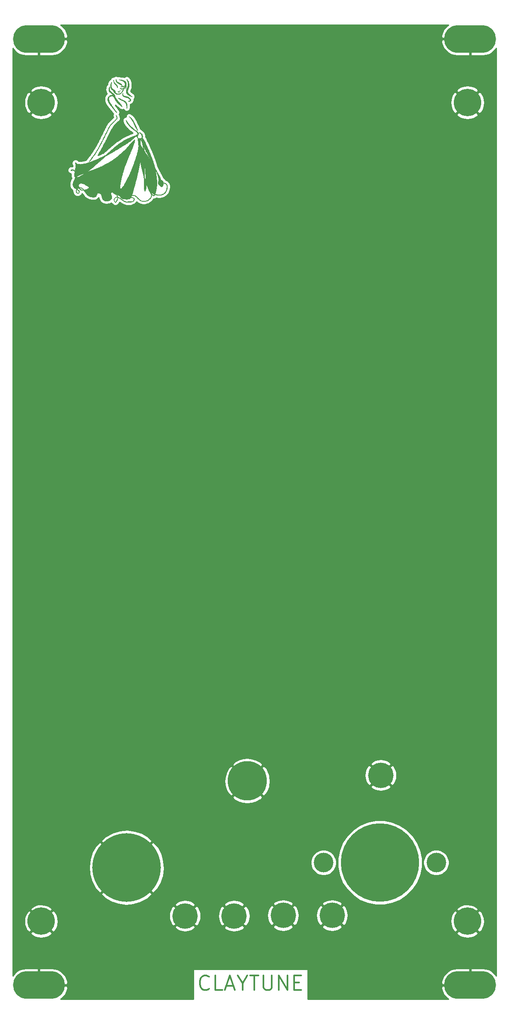
<source format=gbr>
G04 #@! TF.GenerationSoftware,KiCad,Pcbnew,(5.1.7)-1*
G04 #@! TF.CreationDate,2023-03-06T20:39:04+00:00*
G04 #@! TF.ProjectId,KOSMO-POLY6-PICO-DCO-FP,4b4f534d-4f2d-4504-9f4c-59362d504943,V0.1.0*
G04 #@! TF.SameCoordinates,Original*
G04 #@! TF.FileFunction,Copper,L1,Top*
G04 #@! TF.FilePolarity,Positive*
%FSLAX46Y46*%
G04 Gerber Fmt 4.6, Leading zero omitted, Abs format (unit mm)*
G04 Created by KiCad (PCBNEW (5.1.7)-1) date 2023-03-06 20:39:04*
%MOMM*%
%LPD*%
G01*
G04 APERTURE LIST*
G04 #@! TA.AperFunction,NonConductor*
%ADD10C,0.300000*%
G04 #@! TD*
G04 #@! TA.AperFunction,EtchedComponent*
%ADD11C,0.010000*%
G04 #@! TD*
G04 #@! TA.AperFunction,ComponentPad*
%ADD12C,5.200000*%
G04 #@! TD*
G04 #@! TA.AperFunction,ComponentPad*
%ADD13C,4.000000*%
G04 #@! TD*
G04 #@! TA.AperFunction,ComponentPad*
%ADD14C,16.000000*%
G04 #@! TD*
G04 #@! TA.AperFunction,ComponentPad*
%ADD15C,8.000000*%
G04 #@! TD*
G04 #@! TA.AperFunction,ComponentPad*
%ADD16C,14.000000*%
G04 #@! TD*
G04 #@! TA.AperFunction,ComponentPad*
%ADD17C,5.600000*%
G04 #@! TD*
G04 #@! TA.AperFunction,ComponentPad*
%ADD18O,10.600000X5.600000*%
G04 #@! TD*
G04 #@! TA.AperFunction,Conductor*
%ADD19C,0.254000*%
G04 #@! TD*
G04 #@! TA.AperFunction,Conductor*
%ADD20C,0.100000*%
G04 #@! TD*
G04 APERTURE END LIST*
D10*
X103540000Y-194302428D02*
X103397142Y-194445285D01*
X102968571Y-194588142D01*
X102682857Y-194588142D01*
X102254285Y-194445285D01*
X101968571Y-194159571D01*
X101825714Y-193873857D01*
X101682857Y-193302428D01*
X101682857Y-192873857D01*
X101825714Y-192302428D01*
X101968571Y-192016714D01*
X102254285Y-191731000D01*
X102682857Y-191588142D01*
X102968571Y-191588142D01*
X103397142Y-191731000D01*
X103540000Y-191873857D01*
X106254285Y-194588142D02*
X104825714Y-194588142D01*
X104825714Y-191588142D01*
X107111428Y-193731000D02*
X108540000Y-193731000D01*
X106825714Y-194588142D02*
X107825714Y-191588142D01*
X108825714Y-194588142D01*
X110397142Y-193159571D02*
X110397142Y-194588142D01*
X109397142Y-191588142D02*
X110397142Y-193159571D01*
X111397142Y-191588142D01*
X111968571Y-191588142D02*
X113682857Y-191588142D01*
X112825714Y-194588142D02*
X112825714Y-191588142D01*
X114682857Y-191588142D02*
X114682857Y-194016714D01*
X114825714Y-194302428D01*
X114968571Y-194445285D01*
X115254285Y-194588142D01*
X115825714Y-194588142D01*
X116111428Y-194445285D01*
X116254285Y-194302428D01*
X116397142Y-194016714D01*
X116397142Y-191588142D01*
X117825714Y-194588142D02*
X117825714Y-191588142D01*
X119540000Y-194588142D01*
X119540000Y-191588142D01*
X120968571Y-193016714D02*
X121968571Y-193016714D01*
X122397142Y-194588142D02*
X120968571Y-194588142D01*
X120968571Y-191588142D01*
X122397142Y-191588142D01*
D11*
G36*
X84596286Y-8763589D02*
G01*
X84609708Y-8812766D01*
X84612789Y-8868694D01*
X84635083Y-9001081D01*
X84676353Y-9084305D01*
X84714300Y-9149547D01*
X84737030Y-9198531D01*
X84739917Y-9210767D01*
X84761821Y-9245388D01*
X84822707Y-9296367D01*
X84915338Y-9358860D01*
X85032474Y-9428026D01*
X85166877Y-9499023D01*
X85182139Y-9506605D01*
X85280472Y-9554048D01*
X85362304Y-9591473D01*
X85416633Y-9613958D01*
X85431733Y-9618239D01*
X85478400Y-9635788D01*
X85543312Y-9680633D01*
X85613665Y-9741065D01*
X85676657Y-9805379D01*
X85719485Y-9861868D01*
X85730662Y-9891562D01*
X85744635Y-9921158D01*
X85752225Y-9923344D01*
X85775358Y-9944065D01*
X85806986Y-9995521D01*
X85815377Y-10012333D01*
X85837931Y-10075608D01*
X85828764Y-10100754D01*
X85790242Y-10087377D01*
X85724730Y-10035082D01*
X85717740Y-10028593D01*
X85650252Y-9971788D01*
X85570592Y-9913888D01*
X85492419Y-9863790D01*
X85429393Y-9830388D01*
X85399974Y-9821642D01*
X85350424Y-9808532D01*
X85270089Y-9773439D01*
X85170408Y-9722718D01*
X85062818Y-9662722D01*
X84958757Y-9599807D01*
X84869665Y-9540327D01*
X84811300Y-9494597D01*
X84706266Y-9378442D01*
X84622307Y-9242942D01*
X84563707Y-9099672D01*
X84534752Y-8960209D01*
X84539726Y-8836128D01*
X84551946Y-8793992D01*
X84575741Y-8755745D01*
X84596286Y-8763589D01*
G37*
X84596286Y-8763589D02*
X84609708Y-8812766D01*
X84612789Y-8868694D01*
X84635083Y-9001081D01*
X84676353Y-9084305D01*
X84714300Y-9149547D01*
X84737030Y-9198531D01*
X84739917Y-9210767D01*
X84761821Y-9245388D01*
X84822707Y-9296367D01*
X84915338Y-9358860D01*
X85032474Y-9428026D01*
X85166877Y-9499023D01*
X85182139Y-9506605D01*
X85280472Y-9554048D01*
X85362304Y-9591473D01*
X85416633Y-9613958D01*
X85431733Y-9618239D01*
X85478400Y-9635788D01*
X85543312Y-9680633D01*
X85613665Y-9741065D01*
X85676657Y-9805379D01*
X85719485Y-9861868D01*
X85730662Y-9891562D01*
X85744635Y-9921158D01*
X85752225Y-9923344D01*
X85775358Y-9944065D01*
X85806986Y-9995521D01*
X85815377Y-10012333D01*
X85837931Y-10075608D01*
X85828764Y-10100754D01*
X85790242Y-10087377D01*
X85724730Y-10035082D01*
X85717740Y-10028593D01*
X85650252Y-9971788D01*
X85570592Y-9913888D01*
X85492419Y-9863790D01*
X85429393Y-9830388D01*
X85399974Y-9821642D01*
X85350424Y-9808532D01*
X85270089Y-9773439D01*
X85170408Y-9722718D01*
X85062818Y-9662722D01*
X84958757Y-9599807D01*
X84869665Y-9540327D01*
X84811300Y-9494597D01*
X84706266Y-9378442D01*
X84622307Y-9242942D01*
X84563707Y-9099672D01*
X84534752Y-8960209D01*
X84539726Y-8836128D01*
X84551946Y-8793992D01*
X84575741Y-8755745D01*
X84596286Y-8763589D01*
G36*
X84092596Y-8959607D02*
G01*
X84109107Y-9010238D01*
X84122230Y-9085065D01*
X84129050Y-9170790D01*
X84129427Y-9191981D01*
X84150499Y-9279850D01*
X84209774Y-9387395D01*
X84302257Y-9507468D01*
X84422950Y-9632922D01*
X84464078Y-9670686D01*
X84590750Y-9796335D01*
X84702399Y-9931058D01*
X84791990Y-10064649D01*
X84852491Y-10186906D01*
X84874783Y-10266587D01*
X84888945Y-10347939D01*
X84904378Y-10416802D01*
X84906822Y-10425496D01*
X84905938Y-10471013D01*
X84875933Y-10483884D01*
X84829719Y-10460079D01*
X84821278Y-10452193D01*
X84796505Y-10403344D01*
X84790767Y-10364087D01*
X84771373Y-10290669D01*
X84715524Y-10190933D01*
X84626716Y-10070017D01*
X84508448Y-9933058D01*
X84467628Y-9889485D01*
X84302051Y-9703366D01*
X84176956Y-9533922D01*
X84095738Y-9391860D01*
X84075882Y-9328921D01*
X84061694Y-9241844D01*
X84053841Y-9145368D01*
X84052988Y-9054229D01*
X84059802Y-8983164D01*
X84074949Y-8946911D01*
X84075611Y-8946470D01*
X84092596Y-8959607D01*
G37*
X84092596Y-8959607D02*
X84109107Y-9010238D01*
X84122230Y-9085065D01*
X84129050Y-9170790D01*
X84129427Y-9191981D01*
X84150499Y-9279850D01*
X84209774Y-9387395D01*
X84302257Y-9507468D01*
X84422950Y-9632922D01*
X84464078Y-9670686D01*
X84590750Y-9796335D01*
X84702399Y-9931058D01*
X84791990Y-10064649D01*
X84852491Y-10186906D01*
X84874783Y-10266587D01*
X84888945Y-10347939D01*
X84904378Y-10416802D01*
X84906822Y-10425496D01*
X84905938Y-10471013D01*
X84875933Y-10483884D01*
X84829719Y-10460079D01*
X84821278Y-10452193D01*
X84796505Y-10403344D01*
X84790767Y-10364087D01*
X84771373Y-10290669D01*
X84715524Y-10190933D01*
X84626716Y-10070017D01*
X84508448Y-9933058D01*
X84467628Y-9889485D01*
X84302051Y-9703366D01*
X84176956Y-9533922D01*
X84095738Y-9391860D01*
X84075882Y-9328921D01*
X84061694Y-9241844D01*
X84053841Y-9145368D01*
X84052988Y-9054229D01*
X84059802Y-8983164D01*
X84074949Y-8946911D01*
X84075611Y-8946470D01*
X84092596Y-8959607D01*
G36*
X85396733Y-11028382D02*
G01*
X85392930Y-11073090D01*
X85378454Y-11087708D01*
X85352558Y-11117801D01*
X85350127Y-11133170D01*
X85335700Y-11165623D01*
X85324701Y-11169190D01*
X85299930Y-11162366D01*
X85299276Y-11160383D01*
X85309602Y-11134268D01*
X85335195Y-11080594D01*
X85342980Y-11065038D01*
X85371944Y-11013321D01*
X85387980Y-11004125D01*
X85396733Y-11028382D01*
G37*
X85396733Y-11028382D02*
X85392930Y-11073090D01*
X85378454Y-11087708D01*
X85352558Y-11117801D01*
X85350127Y-11133170D01*
X85335700Y-11165623D01*
X85324701Y-11169190D01*
X85299930Y-11162366D01*
X85299276Y-11160383D01*
X85309602Y-11134268D01*
X85335195Y-11080594D01*
X85342980Y-11065038D01*
X85371944Y-11013321D01*
X85387980Y-11004125D01*
X85396733Y-11028382D01*
G36*
X85165883Y-11276391D02*
G01*
X85243983Y-11290814D01*
X85295403Y-11311044D01*
X85310950Y-11333963D01*
X85298414Y-11348238D01*
X85252475Y-11361859D01*
X85178159Y-11369602D01*
X85092093Y-11371514D01*
X85010905Y-11367644D01*
X84951219Y-11358040D01*
X84930607Y-11347168D01*
X84925190Y-11306563D01*
X84967462Y-11280983D01*
X85056354Y-11271011D01*
X85070292Y-11270891D01*
X85165883Y-11276391D01*
G37*
X85165883Y-11276391D02*
X85243983Y-11290814D01*
X85295403Y-11311044D01*
X85310950Y-11333963D01*
X85298414Y-11348238D01*
X85252475Y-11361859D01*
X85178159Y-11369602D01*
X85092093Y-11371514D01*
X85010905Y-11367644D01*
X84951219Y-11358040D01*
X84930607Y-11347168D01*
X84925190Y-11306563D01*
X84967462Y-11280983D01*
X85056354Y-11271011D01*
X85070292Y-11270891D01*
X85165883Y-11276391D01*
G36*
X85176318Y-11507248D02*
G01*
X85184862Y-11525146D01*
X85155577Y-11548560D01*
X85110389Y-11534063D01*
X85095873Y-11525146D01*
X85078969Y-11507619D01*
X85105904Y-11500710D01*
X85129155Y-11500109D01*
X85176318Y-11507248D01*
G37*
X85176318Y-11507248D02*
X85184862Y-11525146D01*
X85155577Y-11548560D01*
X85110389Y-11534063D01*
X85095873Y-11525146D01*
X85078969Y-11507619D01*
X85105904Y-11500710D01*
X85129155Y-11500109D01*
X85176318Y-11507248D01*
G36*
X85249826Y-8843825D02*
G01*
X85262409Y-8852706D01*
X85297467Y-8864785D01*
X85369858Y-8877261D01*
X85466128Y-8887994D01*
X85502679Y-8890921D01*
X85683434Y-8905323D01*
X85819417Y-8919527D01*
X85916698Y-8934343D01*
X85981348Y-8950583D01*
X85998475Y-8957232D01*
X86051912Y-8980809D01*
X86128539Y-9014434D01*
X86165524Y-9030618D01*
X86309635Y-9120080D01*
X86434044Y-9249148D01*
X86535411Y-9409283D01*
X86610395Y-9591944D01*
X86655655Y-9788592D01*
X86667850Y-9990685D01*
X86643639Y-10189684D01*
X86634111Y-10228449D01*
X86613558Y-10332894D01*
X86599798Y-10456100D01*
X86596274Y-10539910D01*
X86591397Y-10634673D01*
X86579026Y-10693543D01*
X86561961Y-10712602D01*
X86543004Y-10687932D01*
X86528489Y-10634727D01*
X86511023Y-10576189D01*
X86490987Y-10544237D01*
X86479526Y-10513564D01*
X86471525Y-10447084D01*
X86468846Y-10368289D01*
X86465938Y-10282560D01*
X86458354Y-10219248D01*
X86448815Y-10193645D01*
X86437394Y-10192567D01*
X86423091Y-10208387D01*
X86401905Y-10248707D01*
X86369836Y-10321131D01*
X86323465Y-10431852D01*
X86293032Y-10502463D01*
X86267166Y-10557940D01*
X86264711Y-10562738D01*
X86259629Y-10599386D01*
X86294832Y-10618234D01*
X86328626Y-10640768D01*
X86322251Y-10668486D01*
X86281778Y-10685416D01*
X86269027Y-10686107D01*
X86208950Y-10706052D01*
X86169435Y-10753617D01*
X86163740Y-10781402D01*
X86156071Y-10810254D01*
X86130999Y-10861691D01*
X86085434Y-10941244D01*
X86016282Y-11054444D01*
X85967396Y-11132537D01*
X85933152Y-11190805D01*
X85896382Y-11258179D01*
X85814482Y-11389311D01*
X85711618Y-11516171D01*
X85597523Y-11629588D01*
X85481927Y-11720395D01*
X85374564Y-11779422D01*
X85327616Y-11794028D01*
X85259732Y-11813482D01*
X85218412Y-11830897D01*
X85167382Y-11846076D01*
X85084873Y-11859154D01*
X84989306Y-11868524D01*
X84899101Y-11872578D01*
X84832678Y-11869707D01*
X84816193Y-11866009D01*
X84751504Y-11840670D01*
X84666792Y-11804432D01*
X84549226Y-11751809D01*
X84468025Y-11705264D01*
X84375509Y-11636825D01*
X84278853Y-11553866D01*
X84185234Y-11463760D01*
X84101826Y-11373878D01*
X84035804Y-11291594D01*
X83994345Y-11224281D01*
X83989024Y-11199666D01*
X84084103Y-11199666D01*
X84115778Y-11250581D01*
X84136404Y-11276756D01*
X84185885Y-11328574D01*
X84220027Y-11347647D01*
X84231408Y-11332783D01*
X84213531Y-11283331D01*
X84171555Y-11228282D01*
X84129124Y-11194303D01*
X84088492Y-11180240D01*
X84084103Y-11199666D01*
X83989024Y-11199666D01*
X83984623Y-11179310D01*
X83986886Y-11174013D01*
X83978754Y-11142689D01*
X83938184Y-11089515D01*
X83873233Y-11023399D01*
X83791958Y-10953249D01*
X83775545Y-10940361D01*
X83700891Y-10881954D01*
X83652718Y-10840725D01*
X83617027Y-10803073D01*
X83579819Y-10755402D01*
X83566152Y-10736957D01*
X83485653Y-10593008D01*
X83435723Y-10418338D01*
X83414960Y-10207550D01*
X83414162Y-10150806D01*
X83419239Y-10004545D01*
X83437189Y-9875464D01*
X83472095Y-9746550D01*
X83528039Y-9600789D01*
X83567770Y-9510545D01*
X83615988Y-9421151D01*
X83654008Y-9379922D01*
X83677351Y-9384498D01*
X83681540Y-9432515D01*
X83662095Y-9521612D01*
X83651438Y-9554675D01*
X83620779Y-9663637D01*
X83596230Y-9788063D01*
X83578630Y-9917198D01*
X83568821Y-10040290D01*
X83567643Y-10146583D01*
X83575938Y-10225323D01*
X83594546Y-10265757D01*
X83595772Y-10266587D01*
X83615335Y-10301576D01*
X83621198Y-10345377D01*
X83641093Y-10438826D01*
X83693803Y-10541286D01*
X83768866Y-10635067D01*
X83818010Y-10678133D01*
X83877420Y-10723352D01*
X83918002Y-10755968D01*
X83926303Y-10763580D01*
X83954284Y-10784598D01*
X84009025Y-10820113D01*
X84031278Y-10833813D01*
X84144862Y-10919889D01*
X84250081Y-11030470D01*
X84338705Y-11153658D01*
X84402503Y-11277550D01*
X84433246Y-11390249D01*
X84434812Y-11417267D01*
X84437990Y-11453875D01*
X84451336Y-11486649D01*
X84480570Y-11519576D01*
X84531410Y-11556640D01*
X84609575Y-11601828D01*
X84720782Y-11659126D01*
X84870751Y-11732518D01*
X84923906Y-11758150D01*
X84988192Y-11776112D01*
X85055091Y-11776904D01*
X85102185Y-11761033D01*
X85108585Y-11753974D01*
X85143072Y-11735425D01*
X85196728Y-11728549D01*
X85284286Y-11711044D01*
X85389821Y-11664493D01*
X85497507Y-11597842D01*
X85591522Y-11520036D01*
X85620962Y-11488719D01*
X85678827Y-11414556D01*
X85747666Y-11316479D01*
X85813294Y-11214764D01*
X85817828Y-11207328D01*
X85915918Y-11045252D01*
X85989544Y-10922562D01*
X86040977Y-10835386D01*
X86072488Y-10779856D01*
X86086351Y-10752100D01*
X86087464Y-10747981D01*
X86064945Y-10737225D01*
X86000091Y-10746684D01*
X85896955Y-10775746D01*
X85890897Y-10777693D01*
X85820889Y-10798661D01*
X85769865Y-10804668D01*
X85718392Y-10793670D01*
X85647040Y-10763624D01*
X85614654Y-10748637D01*
X85490025Y-10684912D01*
X85409910Y-10630659D01*
X85376456Y-10587388D01*
X85375552Y-10580464D01*
X85395731Y-10561600D01*
X85443994Y-10563107D01*
X85496668Y-10581927D01*
X85648104Y-10638845D01*
X85795033Y-10652512D01*
X85873728Y-10639990D01*
X85961176Y-10621032D01*
X86041682Y-10610557D01*
X86060541Y-10609830D01*
X86120373Y-10597637D01*
X86162378Y-10552268D01*
X86174591Y-10529648D01*
X86207194Y-10451196D01*
X86206915Y-10399805D01*
X86171161Y-10361691D01*
X86139578Y-10343516D01*
X86073181Y-10321933D01*
X85971146Y-10309289D01*
X85826481Y-10304763D01*
X85809047Y-10304725D01*
X85693586Y-10302381D01*
X85607944Y-10295887D01*
X85560423Y-10286054D01*
X85553530Y-10279784D01*
X85575401Y-10257452D01*
X85623450Y-10241241D01*
X85693966Y-10226597D01*
X85781141Y-10207343D01*
X85801793Y-10202618D01*
X85924275Y-10181537D01*
X86020872Y-10185196D01*
X86111220Y-10215665D01*
X86157606Y-10240120D01*
X86265886Y-10302029D01*
X86307010Y-10208032D01*
X86329332Y-10133311D01*
X86343236Y-10026454D01*
X86349659Y-9879335D01*
X86350213Y-9834355D01*
X86350345Y-9709570D01*
X86347017Y-9622754D01*
X86337946Y-9561039D01*
X86320848Y-9511558D01*
X86293440Y-9461442D01*
X86280292Y-9440261D01*
X86223933Y-9359646D01*
X86163903Y-9286894D01*
X86139795Y-9262283D01*
X86072480Y-9209541D01*
X85988725Y-9156875D01*
X85904849Y-9113241D01*
X85837168Y-9087596D01*
X85815581Y-9084305D01*
X85766991Y-9074320D01*
X85701277Y-9050108D01*
X85697213Y-9048303D01*
X85615879Y-9018403D01*
X85540818Y-8999545D01*
X85378363Y-8963999D01*
X85264984Y-8919768D01*
X85213511Y-8882713D01*
X85181537Y-8845247D01*
X85187659Y-8831014D01*
X85199552Y-8830050D01*
X85249826Y-8843825D01*
G37*
X85249826Y-8843825D02*
X85262409Y-8852706D01*
X85297467Y-8864785D01*
X85369858Y-8877261D01*
X85466128Y-8887994D01*
X85502679Y-8890921D01*
X85683434Y-8905323D01*
X85819417Y-8919527D01*
X85916698Y-8934343D01*
X85981348Y-8950583D01*
X85998475Y-8957232D01*
X86051912Y-8980809D01*
X86128539Y-9014434D01*
X86165524Y-9030618D01*
X86309635Y-9120080D01*
X86434044Y-9249148D01*
X86535411Y-9409283D01*
X86610395Y-9591944D01*
X86655655Y-9788592D01*
X86667850Y-9990685D01*
X86643639Y-10189684D01*
X86634111Y-10228449D01*
X86613558Y-10332894D01*
X86599798Y-10456100D01*
X86596274Y-10539910D01*
X86591397Y-10634673D01*
X86579026Y-10693543D01*
X86561961Y-10712602D01*
X86543004Y-10687932D01*
X86528489Y-10634727D01*
X86511023Y-10576189D01*
X86490987Y-10544237D01*
X86479526Y-10513564D01*
X86471525Y-10447084D01*
X86468846Y-10368289D01*
X86465938Y-10282560D01*
X86458354Y-10219248D01*
X86448815Y-10193645D01*
X86437394Y-10192567D01*
X86423091Y-10208387D01*
X86401905Y-10248707D01*
X86369836Y-10321131D01*
X86323465Y-10431852D01*
X86293032Y-10502463D01*
X86267166Y-10557940D01*
X86264711Y-10562738D01*
X86259629Y-10599386D01*
X86294832Y-10618234D01*
X86328626Y-10640768D01*
X86322251Y-10668486D01*
X86281778Y-10685416D01*
X86269027Y-10686107D01*
X86208950Y-10706052D01*
X86169435Y-10753617D01*
X86163740Y-10781402D01*
X86156071Y-10810254D01*
X86130999Y-10861691D01*
X86085434Y-10941244D01*
X86016282Y-11054444D01*
X85967396Y-11132537D01*
X85933152Y-11190805D01*
X85896382Y-11258179D01*
X85814482Y-11389311D01*
X85711618Y-11516171D01*
X85597523Y-11629588D01*
X85481927Y-11720395D01*
X85374564Y-11779422D01*
X85327616Y-11794028D01*
X85259732Y-11813482D01*
X85218412Y-11830897D01*
X85167382Y-11846076D01*
X85084873Y-11859154D01*
X84989306Y-11868524D01*
X84899101Y-11872578D01*
X84832678Y-11869707D01*
X84816193Y-11866009D01*
X84751504Y-11840670D01*
X84666792Y-11804432D01*
X84549226Y-11751809D01*
X84468025Y-11705264D01*
X84375509Y-11636825D01*
X84278853Y-11553866D01*
X84185234Y-11463760D01*
X84101826Y-11373878D01*
X84035804Y-11291594D01*
X83994345Y-11224281D01*
X83989024Y-11199666D01*
X84084103Y-11199666D01*
X84115778Y-11250581D01*
X84136404Y-11276756D01*
X84185885Y-11328574D01*
X84220027Y-11347647D01*
X84231408Y-11332783D01*
X84213531Y-11283331D01*
X84171555Y-11228282D01*
X84129124Y-11194303D01*
X84088492Y-11180240D01*
X84084103Y-11199666D01*
X83989024Y-11199666D01*
X83984623Y-11179310D01*
X83986886Y-11174013D01*
X83978754Y-11142689D01*
X83938184Y-11089515D01*
X83873233Y-11023399D01*
X83791958Y-10953249D01*
X83775545Y-10940361D01*
X83700891Y-10881954D01*
X83652718Y-10840725D01*
X83617027Y-10803073D01*
X83579819Y-10755402D01*
X83566152Y-10736957D01*
X83485653Y-10593008D01*
X83435723Y-10418338D01*
X83414960Y-10207550D01*
X83414162Y-10150806D01*
X83419239Y-10004545D01*
X83437189Y-9875464D01*
X83472095Y-9746550D01*
X83528039Y-9600789D01*
X83567770Y-9510545D01*
X83615988Y-9421151D01*
X83654008Y-9379922D01*
X83677351Y-9384498D01*
X83681540Y-9432515D01*
X83662095Y-9521612D01*
X83651438Y-9554675D01*
X83620779Y-9663637D01*
X83596230Y-9788063D01*
X83578630Y-9917198D01*
X83568821Y-10040290D01*
X83567643Y-10146583D01*
X83575938Y-10225323D01*
X83594546Y-10265757D01*
X83595772Y-10266587D01*
X83615335Y-10301576D01*
X83621198Y-10345377D01*
X83641093Y-10438826D01*
X83693803Y-10541286D01*
X83768866Y-10635067D01*
X83818010Y-10678133D01*
X83877420Y-10723352D01*
X83918002Y-10755968D01*
X83926303Y-10763580D01*
X83954284Y-10784598D01*
X84009025Y-10820113D01*
X84031278Y-10833813D01*
X84144862Y-10919889D01*
X84250081Y-11030470D01*
X84338705Y-11153658D01*
X84402503Y-11277550D01*
X84433246Y-11390249D01*
X84434812Y-11417267D01*
X84437990Y-11453875D01*
X84451336Y-11486649D01*
X84480570Y-11519576D01*
X84531410Y-11556640D01*
X84609575Y-11601828D01*
X84720782Y-11659126D01*
X84870751Y-11732518D01*
X84923906Y-11758150D01*
X84988192Y-11776112D01*
X85055091Y-11776904D01*
X85102185Y-11761033D01*
X85108585Y-11753974D01*
X85143072Y-11735425D01*
X85196728Y-11728549D01*
X85284286Y-11711044D01*
X85389821Y-11664493D01*
X85497507Y-11597842D01*
X85591522Y-11520036D01*
X85620962Y-11488719D01*
X85678827Y-11414556D01*
X85747666Y-11316479D01*
X85813294Y-11214764D01*
X85817828Y-11207328D01*
X85915918Y-11045252D01*
X85989544Y-10922562D01*
X86040977Y-10835386D01*
X86072488Y-10779856D01*
X86086351Y-10752100D01*
X86087464Y-10747981D01*
X86064945Y-10737225D01*
X86000091Y-10746684D01*
X85896955Y-10775746D01*
X85890897Y-10777693D01*
X85820889Y-10798661D01*
X85769865Y-10804668D01*
X85718392Y-10793670D01*
X85647040Y-10763624D01*
X85614654Y-10748637D01*
X85490025Y-10684912D01*
X85409910Y-10630659D01*
X85376456Y-10587388D01*
X85375552Y-10580464D01*
X85395731Y-10561600D01*
X85443994Y-10563107D01*
X85496668Y-10581927D01*
X85648104Y-10638845D01*
X85795033Y-10652512D01*
X85873728Y-10639990D01*
X85961176Y-10621032D01*
X86041682Y-10610557D01*
X86060541Y-10609830D01*
X86120373Y-10597637D01*
X86162378Y-10552268D01*
X86174591Y-10529648D01*
X86207194Y-10451196D01*
X86206915Y-10399805D01*
X86171161Y-10361691D01*
X86139578Y-10343516D01*
X86073181Y-10321933D01*
X85971146Y-10309289D01*
X85826481Y-10304763D01*
X85809047Y-10304725D01*
X85693586Y-10302381D01*
X85607944Y-10295887D01*
X85560423Y-10286054D01*
X85553530Y-10279784D01*
X85575401Y-10257452D01*
X85623450Y-10241241D01*
X85693966Y-10226597D01*
X85781141Y-10207343D01*
X85801793Y-10202618D01*
X85924275Y-10181537D01*
X86020872Y-10185196D01*
X86111220Y-10215665D01*
X86157606Y-10240120D01*
X86265886Y-10302029D01*
X86307010Y-10208032D01*
X86329332Y-10133311D01*
X86343236Y-10026454D01*
X86349659Y-9879335D01*
X86350213Y-9834355D01*
X86350345Y-9709570D01*
X86347017Y-9622754D01*
X86337946Y-9561039D01*
X86320848Y-9511558D01*
X86293440Y-9461442D01*
X86280292Y-9440261D01*
X86223933Y-9359646D01*
X86163903Y-9286894D01*
X86139795Y-9262283D01*
X86072480Y-9209541D01*
X85988725Y-9156875D01*
X85904849Y-9113241D01*
X85837168Y-9087596D01*
X85815581Y-9084305D01*
X85766991Y-9074320D01*
X85701277Y-9050108D01*
X85697213Y-9048303D01*
X85615879Y-9018403D01*
X85540818Y-8999545D01*
X85378363Y-8963999D01*
X85264984Y-8919768D01*
X85213511Y-8882713D01*
X85181537Y-8845247D01*
X85187659Y-8831014D01*
X85199552Y-8830050D01*
X85249826Y-8843825D01*
G36*
X86796731Y-8803209D02*
G01*
X86855982Y-8852810D01*
X86924907Y-8937490D01*
X86996061Y-9044444D01*
X87061998Y-9160867D01*
X87115274Y-9273955D01*
X87148444Y-9370904D01*
X87155715Y-9420633D01*
X87164542Y-9481501D01*
X87185968Y-9560337D01*
X87192737Y-9580101D01*
X87211007Y-9660307D01*
X87223497Y-9774251D01*
X87230140Y-9907938D01*
X87230867Y-10047373D01*
X87225610Y-10178561D01*
X87214302Y-10287507D01*
X87196875Y-10360216D01*
X87196520Y-10361070D01*
X87165204Y-10443443D01*
X87134751Y-10535131D01*
X87131406Y-10546267D01*
X87092281Y-10665940D01*
X87036523Y-10814524D01*
X87001506Y-10902223D01*
X86958141Y-11035820D01*
X86936282Y-11162890D01*
X86937966Y-11268394D01*
X86946997Y-11304965D01*
X86968038Y-11376980D01*
X86977331Y-11436144D01*
X86977354Y-11438142D01*
X86995988Y-11491251D01*
X87047270Y-11568135D01*
X87124272Y-11660642D01*
X87220063Y-11760618D01*
X87327714Y-11859910D01*
X87356887Y-11884689D01*
X87474411Y-11984665D01*
X87584085Y-12081614D01*
X87679501Y-12169504D01*
X87754251Y-12242302D01*
X87801925Y-12293977D01*
X87816393Y-12317204D01*
X87807851Y-12335474D01*
X87776339Y-12332689D01*
X87713030Y-12307134D01*
X87676553Y-12290022D01*
X87596420Y-12252522D01*
X87495533Y-12206459D01*
X87422299Y-12173634D01*
X87263148Y-12101912D01*
X87142140Y-12044155D01*
X87050283Y-11995247D01*
X86978586Y-11950072D01*
X86918057Y-11903510D01*
X86867474Y-11857882D01*
X86771737Y-11752049D01*
X86700961Y-11635786D01*
X86649814Y-11497039D01*
X86612968Y-11323755D01*
X86603631Y-11261246D01*
X86605910Y-11156456D01*
X86636867Y-11014319D01*
X86696838Y-10833740D01*
X86786160Y-10613627D01*
X86840915Y-10490634D01*
X86874135Y-10411401D01*
X86895985Y-10347022D01*
X86901078Y-10320513D01*
X86915969Y-10276553D01*
X86926503Y-10266587D01*
X86935044Y-10236967D01*
X86941861Y-10166105D01*
X86946929Y-10063583D01*
X86950224Y-9938980D01*
X86951719Y-9801879D01*
X86951391Y-9661859D01*
X86949214Y-9528502D01*
X86945162Y-9411389D01*
X86939211Y-9320100D01*
X86931336Y-9264216D01*
X86929151Y-9257123D01*
X86907580Y-9196041D01*
X86881291Y-9114203D01*
X86873120Y-9087298D01*
X86846087Y-9012415D01*
X86817553Y-8956257D01*
X86808164Y-8944173D01*
X86778231Y-8896289D01*
X86759050Y-8843097D01*
X86750148Y-8795667D01*
X86764431Y-8787866D01*
X86796731Y-8803209D01*
G37*
X86796731Y-8803209D02*
X86855982Y-8852810D01*
X86924907Y-8937490D01*
X86996061Y-9044444D01*
X87061998Y-9160867D01*
X87115274Y-9273955D01*
X87148444Y-9370904D01*
X87155715Y-9420633D01*
X87164542Y-9481501D01*
X87185968Y-9560337D01*
X87192737Y-9580101D01*
X87211007Y-9660307D01*
X87223497Y-9774251D01*
X87230140Y-9907938D01*
X87230867Y-10047373D01*
X87225610Y-10178561D01*
X87214302Y-10287507D01*
X87196875Y-10360216D01*
X87196520Y-10361070D01*
X87165204Y-10443443D01*
X87134751Y-10535131D01*
X87131406Y-10546267D01*
X87092281Y-10665940D01*
X87036523Y-10814524D01*
X87001506Y-10902223D01*
X86958141Y-11035820D01*
X86936282Y-11162890D01*
X86937966Y-11268394D01*
X86946997Y-11304965D01*
X86968038Y-11376980D01*
X86977331Y-11436144D01*
X86977354Y-11438142D01*
X86995988Y-11491251D01*
X87047270Y-11568135D01*
X87124272Y-11660642D01*
X87220063Y-11760618D01*
X87327714Y-11859910D01*
X87356887Y-11884689D01*
X87474411Y-11984665D01*
X87584085Y-12081614D01*
X87679501Y-12169504D01*
X87754251Y-12242302D01*
X87801925Y-12293977D01*
X87816393Y-12317204D01*
X87807851Y-12335474D01*
X87776339Y-12332689D01*
X87713030Y-12307134D01*
X87676553Y-12290022D01*
X87596420Y-12252522D01*
X87495533Y-12206459D01*
X87422299Y-12173634D01*
X87263148Y-12101912D01*
X87142140Y-12044155D01*
X87050283Y-11995247D01*
X86978586Y-11950072D01*
X86918057Y-11903510D01*
X86867474Y-11857882D01*
X86771737Y-11752049D01*
X86700961Y-11635786D01*
X86649814Y-11497039D01*
X86612968Y-11323755D01*
X86603631Y-11261246D01*
X86605910Y-11156456D01*
X86636867Y-11014319D01*
X86696838Y-10833740D01*
X86786160Y-10613627D01*
X86840915Y-10490634D01*
X86874135Y-10411401D01*
X86895985Y-10347022D01*
X86901078Y-10320513D01*
X86915969Y-10276553D01*
X86926503Y-10266587D01*
X86935044Y-10236967D01*
X86941861Y-10166105D01*
X86946929Y-10063583D01*
X86950224Y-9938980D01*
X86951719Y-9801879D01*
X86951391Y-9661859D01*
X86949214Y-9528502D01*
X86945162Y-9411389D01*
X86939211Y-9320100D01*
X86931336Y-9264216D01*
X86929151Y-9257123D01*
X86907580Y-9196041D01*
X86881291Y-9114203D01*
X86873120Y-9087298D01*
X86846087Y-9012415D01*
X86817553Y-8956257D01*
X86808164Y-8944173D01*
X86778231Y-8896289D01*
X86759050Y-8843097D01*
X86750148Y-8795667D01*
X86764431Y-8787866D01*
X86796731Y-8803209D01*
G36*
X85961769Y-11604884D02*
G01*
X85971976Y-11648665D01*
X85977815Y-11725738D01*
X85978153Y-11810221D01*
X85982664Y-11929320D01*
X86008865Y-12012862D01*
X86063980Y-12074043D01*
X86149686Y-12123461D01*
X86226283Y-12153017D01*
X86337020Y-12187712D01*
X86466059Y-12223294D01*
X86597563Y-12255509D01*
X86715697Y-12280105D01*
X86761238Y-12287697D01*
X86988557Y-12343658D01*
X87186332Y-12440748D01*
X87356790Y-12580399D01*
X87501752Y-12763414D01*
X87566957Y-12885716D01*
X87588422Y-12989783D01*
X87565942Y-13083660D01*
X87499310Y-13175392D01*
X87490972Y-13183988D01*
X87414763Y-13249141D01*
X87338925Y-13282129D01*
X87282459Y-13291781D01*
X87196789Y-13293515D01*
X87121751Y-13282520D01*
X87104481Y-13276577D01*
X87071320Y-13259873D01*
X87068550Y-13246164D01*
X87102247Y-13229213D01*
X87175377Y-13203827D01*
X87249893Y-13177641D01*
X87301013Y-13157243D01*
X87315216Y-13149279D01*
X87330345Y-13122217D01*
X87352379Y-13082798D01*
X87377056Y-13025368D01*
X87384161Y-12990202D01*
X87366499Y-12949458D01*
X87320247Y-12886700D01*
X87255506Y-12812911D01*
X87182377Y-12739075D01*
X87110960Y-12676175D01*
X87064767Y-12642890D01*
X86982586Y-12599045D01*
X86883137Y-12555693D01*
X86783419Y-12519254D01*
X86700430Y-12496144D01*
X86663308Y-12491312D01*
X86615984Y-12484743D01*
X86536689Y-12464067D01*
X86420467Y-12427830D01*
X86262364Y-12374578D01*
X86244356Y-12368363D01*
X86081405Y-12291392D01*
X85960258Y-12188593D01*
X85882540Y-12062027D01*
X85849875Y-11913754D01*
X85849061Y-11866992D01*
X85857958Y-11781875D01*
X85877541Y-11701821D01*
X85903312Y-11637284D01*
X85930777Y-11598722D01*
X85955440Y-11596591D01*
X85961769Y-11604884D01*
G37*
X85961769Y-11604884D02*
X85971976Y-11648665D01*
X85977815Y-11725738D01*
X85978153Y-11810221D01*
X85982664Y-11929320D01*
X86008865Y-12012862D01*
X86063980Y-12074043D01*
X86149686Y-12123461D01*
X86226283Y-12153017D01*
X86337020Y-12187712D01*
X86466059Y-12223294D01*
X86597563Y-12255509D01*
X86715697Y-12280105D01*
X86761238Y-12287697D01*
X86988557Y-12343658D01*
X87186332Y-12440748D01*
X87356790Y-12580399D01*
X87501752Y-12763414D01*
X87566957Y-12885716D01*
X87588422Y-12989783D01*
X87565942Y-13083660D01*
X87499310Y-13175392D01*
X87490972Y-13183988D01*
X87414763Y-13249141D01*
X87338925Y-13282129D01*
X87282459Y-13291781D01*
X87196789Y-13293515D01*
X87121751Y-13282520D01*
X87104481Y-13276577D01*
X87071320Y-13259873D01*
X87068550Y-13246164D01*
X87102247Y-13229213D01*
X87175377Y-13203827D01*
X87249893Y-13177641D01*
X87301013Y-13157243D01*
X87315216Y-13149279D01*
X87330345Y-13122217D01*
X87352379Y-13082798D01*
X87377056Y-13025368D01*
X87384161Y-12990202D01*
X87366499Y-12949458D01*
X87320247Y-12886700D01*
X87255506Y-12812911D01*
X87182377Y-12739075D01*
X87110960Y-12676175D01*
X87064767Y-12642890D01*
X86982586Y-12599045D01*
X86883137Y-12555693D01*
X86783419Y-12519254D01*
X86700430Y-12496144D01*
X86663308Y-12491312D01*
X86615984Y-12484743D01*
X86536689Y-12464067D01*
X86420467Y-12427830D01*
X86262364Y-12374578D01*
X86244356Y-12368363D01*
X86081405Y-12291392D01*
X85960258Y-12188593D01*
X85882540Y-12062027D01*
X85849875Y-11913754D01*
X85849061Y-11866992D01*
X85857958Y-11781875D01*
X85877541Y-11701821D01*
X85903312Y-11637284D01*
X85930777Y-11598722D01*
X85955440Y-11596591D01*
X85961769Y-11604884D01*
G36*
X85081000Y-12618306D02*
G01*
X85160521Y-12647508D01*
X85271024Y-12698340D01*
X85306498Y-12716076D01*
X85442556Y-12782583D01*
X85599600Y-12855466D01*
X85751251Y-12922597D01*
X85806209Y-12945834D01*
X86057513Y-13057646D01*
X86264020Y-13167674D01*
X86431335Y-13280901D01*
X86565061Y-13402308D01*
X86670800Y-13536876D01*
X86754155Y-13689588D01*
X86812702Y-13840706D01*
X86832405Y-13931942D01*
X86844198Y-14053531D01*
X86848359Y-14191806D01*
X86845168Y-14333100D01*
X86834902Y-14463744D01*
X86817838Y-14570072D01*
X86796557Y-14634328D01*
X86765949Y-14677872D01*
X86742289Y-14688358D01*
X86740974Y-14687298D01*
X86733592Y-14655898D01*
X86727694Y-14585104D01*
X86723997Y-14486364D01*
X86723100Y-14402005D01*
X86714057Y-14186410D01*
X86684555Y-14004638D01*
X86631032Y-13842553D01*
X86549928Y-13686018D01*
X86537770Y-13666291D01*
X86451420Y-13546632D01*
X86347063Y-13438697D01*
X86217736Y-13337389D01*
X86056478Y-13237611D01*
X85856326Y-13134267D01*
X85731508Y-13076039D01*
X85645465Y-13032996D01*
X85536748Y-12972839D01*
X85416911Y-12902627D01*
X85297508Y-12829418D01*
X85190092Y-12760270D01*
X85106216Y-12702242D01*
X85062465Y-12667310D01*
X85028558Y-12627525D01*
X85035874Y-12611418D01*
X85081000Y-12618306D01*
G37*
X85081000Y-12618306D02*
X85160521Y-12647508D01*
X85271024Y-12698340D01*
X85306498Y-12716076D01*
X85442556Y-12782583D01*
X85599600Y-12855466D01*
X85751251Y-12922597D01*
X85806209Y-12945834D01*
X86057513Y-13057646D01*
X86264020Y-13167674D01*
X86431335Y-13280901D01*
X86565061Y-13402308D01*
X86670800Y-13536876D01*
X86754155Y-13689588D01*
X86812702Y-13840706D01*
X86832405Y-13931942D01*
X86844198Y-14053531D01*
X86848359Y-14191806D01*
X86845168Y-14333100D01*
X86834902Y-14463744D01*
X86817838Y-14570072D01*
X86796557Y-14634328D01*
X86765949Y-14677872D01*
X86742289Y-14688358D01*
X86740974Y-14687298D01*
X86733592Y-14655898D01*
X86727694Y-14585104D01*
X86723997Y-14486364D01*
X86723100Y-14402005D01*
X86714057Y-14186410D01*
X86684555Y-14004638D01*
X86631032Y-13842553D01*
X86549928Y-13686018D01*
X86537770Y-13666291D01*
X86451420Y-13546632D01*
X86347063Y-13438697D01*
X86217736Y-13337389D01*
X86056478Y-13237611D01*
X85856326Y-13134267D01*
X85731508Y-13076039D01*
X85645465Y-13032996D01*
X85536748Y-12972839D01*
X85416911Y-12902627D01*
X85297508Y-12829418D01*
X85190092Y-12760270D01*
X85106216Y-12702242D01*
X85062465Y-12667310D01*
X85028558Y-12627525D01*
X85035874Y-12611418D01*
X85081000Y-12618306D01*
G36*
X83253672Y-10337430D02*
G01*
X83262883Y-10364898D01*
X83260412Y-10420995D01*
X83246359Y-10514164D01*
X83235579Y-10574262D01*
X83223517Y-10767722D01*
X83255302Y-10959349D01*
X83305558Y-11089641D01*
X83367709Y-11177368D01*
X83475509Y-11283768D01*
X83627757Y-11407752D01*
X83770497Y-11511698D01*
X83878373Y-11590950D01*
X83986592Y-11676559D01*
X84077364Y-11754248D01*
X84105145Y-11780242D01*
X84197668Y-11885481D01*
X84273616Y-12000772D01*
X84326901Y-12114126D01*
X84351436Y-12213553D01*
X84349737Y-12261980D01*
X84347503Y-12310249D01*
X84363828Y-12364720D01*
X84403684Y-12437732D01*
X84448320Y-12506589D01*
X84501496Y-12588469D01*
X84541353Y-12654759D01*
X84560994Y-12693834D01*
X84561939Y-12698082D01*
X84578416Y-12720046D01*
X84581008Y-12720267D01*
X84603331Y-12739950D01*
X84644919Y-12791872D01*
X84697471Y-12865536D01*
X84706901Y-12879470D01*
X84776354Y-12976664D01*
X84863411Y-13089805D01*
X84951363Y-13197311D01*
X84967586Y-13216230D01*
X85128548Y-13402750D01*
X85258288Y-13554572D01*
X85359478Y-13674907D01*
X85434790Y-13766969D01*
X85486894Y-13833968D01*
X85517118Y-13876997D01*
X85564443Y-13945060D01*
X85610225Y-14002220D01*
X85610535Y-14002562D01*
X85644177Y-14045919D01*
X85655232Y-14070077D01*
X85670294Y-14098219D01*
X85709038Y-14151211D01*
X85744221Y-14194815D01*
X85793731Y-14257993D01*
X85826039Y-14306737D01*
X85833210Y-14324348D01*
X85824392Y-14343836D01*
X85795133Y-14341213D01*
X85741227Y-14314174D01*
X85658467Y-14260412D01*
X85542646Y-14177622D01*
X85477254Y-14129265D01*
X85306274Y-13993618D01*
X85129100Y-13838343D01*
X84955112Y-13672781D01*
X84793689Y-13506275D01*
X84654209Y-13348167D01*
X84546050Y-13207799D01*
X84533015Y-13188713D01*
X84373407Y-12935646D01*
X84248515Y-12704265D01*
X84195645Y-12589671D01*
X84156434Y-12520332D01*
X84096215Y-12436037D01*
X84044234Y-12373555D01*
X83944480Y-12280757D01*
X83837880Y-12222053D01*
X83714988Y-12195286D01*
X83566361Y-12198297D01*
X83397600Y-12225754D01*
X83295870Y-12271692D01*
X83213489Y-12359496D01*
X83152765Y-12483119D01*
X83116004Y-12636516D01*
X83105516Y-12813642D01*
X83116700Y-12961682D01*
X83131602Y-13064451D01*
X83146981Y-13152480D01*
X83159944Y-13209546D01*
X83162036Y-13215936D01*
X83193141Y-13289548D01*
X83238841Y-13385340D01*
X83290960Y-13487451D01*
X83341323Y-13580018D01*
X83381753Y-13647180D01*
X83391383Y-13660881D01*
X83434658Y-13719822D01*
X83494000Y-13802981D01*
X83563646Y-13902014D01*
X83637835Y-14008573D01*
X83710803Y-14114315D01*
X83776789Y-14210893D01*
X83830032Y-14289962D01*
X83864768Y-14343177D01*
X83875452Y-14361988D01*
X83889349Y-14390576D01*
X83900547Y-14405648D01*
X83957864Y-14479786D01*
X84025533Y-14572912D01*
X84090201Y-14666162D01*
X84138511Y-14740671D01*
X84142788Y-14747818D01*
X84178691Y-14801301D01*
X84205977Y-14829266D01*
X84209751Y-14830451D01*
X84231698Y-14851116D01*
X84242128Y-14874945D01*
X84266418Y-14919000D01*
X84312834Y-14982404D01*
X84345055Y-15021142D01*
X84395321Y-15083852D01*
X84427728Y-15134117D01*
X84434324Y-15152506D01*
X84450109Y-15186952D01*
X84456308Y-15190644D01*
X84481819Y-15215208D01*
X84525442Y-15269791D01*
X84577932Y-15341550D01*
X84630042Y-15417643D01*
X84672526Y-15485224D01*
X84686635Y-15510581D01*
X84699801Y-15555464D01*
X84683031Y-15569809D01*
X84646078Y-15554862D01*
X84598698Y-15511869D01*
X84587135Y-15497868D01*
X84538915Y-15440039D01*
X84472802Y-15365242D01*
X84425321Y-15313534D01*
X84351412Y-15230569D01*
X84278854Y-15142857D01*
X84244023Y-15097418D01*
X84191085Y-15027955D01*
X84143385Y-14970314D01*
X84128078Y-14953738D01*
X84089859Y-14911519D01*
X84033991Y-14845591D01*
X83987315Y-14788473D01*
X83922946Y-14709278D01*
X83841168Y-14609919D01*
X83757383Y-14509087D01*
X83739075Y-14487208D01*
X83649822Y-14380606D01*
X83584711Y-14302162D01*
X83535209Y-14241067D01*
X83492787Y-14186511D01*
X83448912Y-14127687D01*
X83395054Y-14053784D01*
X83373156Y-14023583D01*
X83313736Y-13939113D01*
X83267949Y-13869267D01*
X83242670Y-13824752D01*
X83239817Y-13815942D01*
X83220584Y-13785259D01*
X83217304Y-13783771D01*
X83188595Y-13755366D01*
X83144423Y-13691581D01*
X83090798Y-13603130D01*
X83033730Y-13500730D01*
X82979229Y-13395093D01*
X82933304Y-13296935D01*
X82905945Y-13228649D01*
X82872549Y-13103546D01*
X82852862Y-12965116D01*
X82847165Y-12827366D01*
X82855737Y-12704304D01*
X82878857Y-12609935D01*
X82893030Y-12582140D01*
X82923171Y-12527233D01*
X82934711Y-12489891D01*
X82949573Y-12451814D01*
X82987795Y-12388256D01*
X83039829Y-12312504D01*
X83096129Y-12237847D01*
X83147148Y-12177571D01*
X83181950Y-12145781D01*
X83303573Y-12073472D01*
X83397948Y-12025192D01*
X83479597Y-11995970D01*
X83563046Y-11980838D01*
X83662819Y-11974827D01*
X83683077Y-11974342D01*
X83888165Y-11970091D01*
X84066143Y-12109380D01*
X84147916Y-12174597D01*
X84214293Y-12229805D01*
X84254944Y-12266316D01*
X84261807Y-12273909D01*
X84285642Y-12295143D01*
X84295209Y-12280605D01*
X84289224Y-12243689D01*
X84268760Y-12201288D01*
X84185958Y-12096121D01*
X84072037Y-11988547D01*
X83920984Y-11873401D01*
X83768953Y-11772102D01*
X83593754Y-11652472D01*
X83437783Y-11530148D01*
X83307960Y-11411392D01*
X83211201Y-11302465D01*
X83159054Y-11220040D01*
X83095712Y-11055352D01*
X83067701Y-10908430D01*
X83069923Y-10822879D01*
X83097529Y-10661127D01*
X83129866Y-10524528D01*
X83164802Y-10419537D01*
X83200204Y-10352606D01*
X83232678Y-10330151D01*
X83253672Y-10337430D01*
G37*
X83253672Y-10337430D02*
X83262883Y-10364898D01*
X83260412Y-10420995D01*
X83246359Y-10514164D01*
X83235579Y-10574262D01*
X83223517Y-10767722D01*
X83255302Y-10959349D01*
X83305558Y-11089641D01*
X83367709Y-11177368D01*
X83475509Y-11283768D01*
X83627757Y-11407752D01*
X83770497Y-11511698D01*
X83878373Y-11590950D01*
X83986592Y-11676559D01*
X84077364Y-11754248D01*
X84105145Y-11780242D01*
X84197668Y-11885481D01*
X84273616Y-12000772D01*
X84326901Y-12114126D01*
X84351436Y-12213553D01*
X84349737Y-12261980D01*
X84347503Y-12310249D01*
X84363828Y-12364720D01*
X84403684Y-12437732D01*
X84448320Y-12506589D01*
X84501496Y-12588469D01*
X84541353Y-12654759D01*
X84560994Y-12693834D01*
X84561939Y-12698082D01*
X84578416Y-12720046D01*
X84581008Y-12720267D01*
X84603331Y-12739950D01*
X84644919Y-12791872D01*
X84697471Y-12865536D01*
X84706901Y-12879470D01*
X84776354Y-12976664D01*
X84863411Y-13089805D01*
X84951363Y-13197311D01*
X84967586Y-13216230D01*
X85128548Y-13402750D01*
X85258288Y-13554572D01*
X85359478Y-13674907D01*
X85434790Y-13766969D01*
X85486894Y-13833968D01*
X85517118Y-13876997D01*
X85564443Y-13945060D01*
X85610225Y-14002220D01*
X85610535Y-14002562D01*
X85644177Y-14045919D01*
X85655232Y-14070077D01*
X85670294Y-14098219D01*
X85709038Y-14151211D01*
X85744221Y-14194815D01*
X85793731Y-14257993D01*
X85826039Y-14306737D01*
X85833210Y-14324348D01*
X85824392Y-14343836D01*
X85795133Y-14341213D01*
X85741227Y-14314174D01*
X85658467Y-14260412D01*
X85542646Y-14177622D01*
X85477254Y-14129265D01*
X85306274Y-13993618D01*
X85129100Y-13838343D01*
X84955112Y-13672781D01*
X84793689Y-13506275D01*
X84654209Y-13348167D01*
X84546050Y-13207799D01*
X84533015Y-13188713D01*
X84373407Y-12935646D01*
X84248515Y-12704265D01*
X84195645Y-12589671D01*
X84156434Y-12520332D01*
X84096215Y-12436037D01*
X84044234Y-12373555D01*
X83944480Y-12280757D01*
X83837880Y-12222053D01*
X83714988Y-12195286D01*
X83566361Y-12198297D01*
X83397600Y-12225754D01*
X83295870Y-12271692D01*
X83213489Y-12359496D01*
X83152765Y-12483119D01*
X83116004Y-12636516D01*
X83105516Y-12813642D01*
X83116700Y-12961682D01*
X83131602Y-13064451D01*
X83146981Y-13152480D01*
X83159944Y-13209546D01*
X83162036Y-13215936D01*
X83193141Y-13289548D01*
X83238841Y-13385340D01*
X83290960Y-13487451D01*
X83341323Y-13580018D01*
X83381753Y-13647180D01*
X83391383Y-13660881D01*
X83434658Y-13719822D01*
X83494000Y-13802981D01*
X83563646Y-13902014D01*
X83637835Y-14008573D01*
X83710803Y-14114315D01*
X83776789Y-14210893D01*
X83830032Y-14289962D01*
X83864768Y-14343177D01*
X83875452Y-14361988D01*
X83889349Y-14390576D01*
X83900547Y-14405648D01*
X83957864Y-14479786D01*
X84025533Y-14572912D01*
X84090201Y-14666162D01*
X84138511Y-14740671D01*
X84142788Y-14747818D01*
X84178691Y-14801301D01*
X84205977Y-14829266D01*
X84209751Y-14830451D01*
X84231698Y-14851116D01*
X84242128Y-14874945D01*
X84266418Y-14919000D01*
X84312834Y-14982404D01*
X84345055Y-15021142D01*
X84395321Y-15083852D01*
X84427728Y-15134117D01*
X84434324Y-15152506D01*
X84450109Y-15186952D01*
X84456308Y-15190644D01*
X84481819Y-15215208D01*
X84525442Y-15269791D01*
X84577932Y-15341550D01*
X84630042Y-15417643D01*
X84672526Y-15485224D01*
X84686635Y-15510581D01*
X84699801Y-15555464D01*
X84683031Y-15569809D01*
X84646078Y-15554862D01*
X84598698Y-15511869D01*
X84587135Y-15497868D01*
X84538915Y-15440039D01*
X84472802Y-15365242D01*
X84425321Y-15313534D01*
X84351412Y-15230569D01*
X84278854Y-15142857D01*
X84244023Y-15097418D01*
X84191085Y-15027955D01*
X84143385Y-14970314D01*
X84128078Y-14953738D01*
X84089859Y-14911519D01*
X84033991Y-14845591D01*
X83987315Y-14788473D01*
X83922946Y-14709278D01*
X83841168Y-14609919D01*
X83757383Y-14509087D01*
X83739075Y-14487208D01*
X83649822Y-14380606D01*
X83584711Y-14302162D01*
X83535209Y-14241067D01*
X83492787Y-14186511D01*
X83448912Y-14127687D01*
X83395054Y-14053784D01*
X83373156Y-14023583D01*
X83313736Y-13939113D01*
X83267949Y-13869267D01*
X83242670Y-13824752D01*
X83239817Y-13815942D01*
X83220584Y-13785259D01*
X83217304Y-13783771D01*
X83188595Y-13755366D01*
X83144423Y-13691581D01*
X83090798Y-13603130D01*
X83033730Y-13500730D01*
X82979229Y-13395093D01*
X82933304Y-13296935D01*
X82905945Y-13228649D01*
X82872549Y-13103546D01*
X82852862Y-12965116D01*
X82847165Y-12827366D01*
X82855737Y-12704304D01*
X82878857Y-12609935D01*
X82893030Y-12582140D01*
X82923171Y-12527233D01*
X82934711Y-12489891D01*
X82949573Y-12451814D01*
X82987795Y-12388256D01*
X83039829Y-12312504D01*
X83096129Y-12237847D01*
X83147148Y-12177571D01*
X83181950Y-12145781D01*
X83303573Y-12073472D01*
X83397948Y-12025192D01*
X83479597Y-11995970D01*
X83563046Y-11980838D01*
X83662819Y-11974827D01*
X83683077Y-11974342D01*
X83888165Y-11970091D01*
X84066143Y-12109380D01*
X84147916Y-12174597D01*
X84214293Y-12229805D01*
X84254944Y-12266316D01*
X84261807Y-12273909D01*
X84285642Y-12295143D01*
X84295209Y-12280605D01*
X84289224Y-12243689D01*
X84268760Y-12201288D01*
X84185958Y-12096121D01*
X84072037Y-11988547D01*
X83920984Y-11873401D01*
X83768953Y-11772102D01*
X83593754Y-11652472D01*
X83437783Y-11530148D01*
X83307960Y-11411392D01*
X83211201Y-11302465D01*
X83159054Y-11220040D01*
X83095712Y-11055352D01*
X83067701Y-10908430D01*
X83069923Y-10822879D01*
X83097529Y-10661127D01*
X83129866Y-10524528D01*
X83164802Y-10419537D01*
X83200204Y-10352606D01*
X83232678Y-10330151D01*
X83253672Y-10337430D01*
G36*
X87282963Y-16374167D02*
G01*
X87323861Y-16392176D01*
X87333310Y-16404808D01*
X87352178Y-16427131D01*
X87402487Y-16471528D01*
X87474789Y-16529838D01*
X87504932Y-16553083D01*
X87589142Y-16619189D01*
X87660906Y-16679000D01*
X87707762Y-16722029D01*
X87714762Y-16729689D01*
X87749973Y-16772285D01*
X87805251Y-16839557D01*
X87867314Y-16915336D01*
X87925541Y-16986172D01*
X87970825Y-17040571D01*
X87993879Y-17067382D01*
X87994371Y-17067888D01*
X88019652Y-17105165D01*
X88062872Y-17182106D01*
X88120841Y-17292121D01*
X88190367Y-17428622D01*
X88268261Y-17585021D01*
X88351332Y-17754726D01*
X88436389Y-17931150D01*
X88520242Y-18107704D01*
X88599700Y-18277798D01*
X88671574Y-18434842D01*
X88732672Y-18572249D01*
X88779803Y-18683429D01*
X88794598Y-18720541D01*
X88828373Y-18801978D01*
X88874754Y-18906731D01*
X88923864Y-19012505D01*
X88925178Y-19015255D01*
X88965842Y-19102292D01*
X88996176Y-19171017D01*
X89010808Y-19209149D01*
X89011388Y-19212302D01*
X88996360Y-19227846D01*
X88963264Y-19212039D01*
X88947600Y-19196301D01*
X88805070Y-19007633D01*
X88670440Y-18796817D01*
X88631020Y-18726140D01*
X88579901Y-18629757D01*
X88521608Y-18516762D01*
X88460666Y-18396248D01*
X88401600Y-18277311D01*
X88348936Y-18169045D01*
X88307199Y-18080544D01*
X88280914Y-18020901D01*
X88274051Y-18000227D01*
X88263823Y-17970720D01*
X88236418Y-17906118D01*
X88196751Y-17817129D01*
X88149738Y-17714459D01*
X88100295Y-17608814D01*
X88053337Y-17510902D01*
X88013781Y-17431429D01*
X88005993Y-17416400D01*
X87848420Y-17151033D01*
X87656694Y-16886745D01*
X87496814Y-16698707D01*
X87413856Y-16605816D01*
X87341630Y-16521234D01*
X87288451Y-16454933D01*
X87263894Y-16419405D01*
X87245437Y-16378122D01*
X87258526Y-16368962D01*
X87282963Y-16374167D01*
G37*
X87282963Y-16374167D02*
X87323861Y-16392176D01*
X87333310Y-16404808D01*
X87352178Y-16427131D01*
X87402487Y-16471528D01*
X87474789Y-16529838D01*
X87504932Y-16553083D01*
X87589142Y-16619189D01*
X87660906Y-16679000D01*
X87707762Y-16722029D01*
X87714762Y-16729689D01*
X87749973Y-16772285D01*
X87805251Y-16839557D01*
X87867314Y-16915336D01*
X87925541Y-16986172D01*
X87970825Y-17040571D01*
X87993879Y-17067382D01*
X87994371Y-17067888D01*
X88019652Y-17105165D01*
X88062872Y-17182106D01*
X88120841Y-17292121D01*
X88190367Y-17428622D01*
X88268261Y-17585021D01*
X88351332Y-17754726D01*
X88436389Y-17931150D01*
X88520242Y-18107704D01*
X88599700Y-18277798D01*
X88671574Y-18434842D01*
X88732672Y-18572249D01*
X88779803Y-18683429D01*
X88794598Y-18720541D01*
X88828373Y-18801978D01*
X88874754Y-18906731D01*
X88923864Y-19012505D01*
X88925178Y-19015255D01*
X88965842Y-19102292D01*
X88996176Y-19171017D01*
X89010808Y-19209149D01*
X89011388Y-19212302D01*
X88996360Y-19227846D01*
X88963264Y-19212039D01*
X88947600Y-19196301D01*
X88805070Y-19007633D01*
X88670440Y-18796817D01*
X88631020Y-18726140D01*
X88579901Y-18629757D01*
X88521608Y-18516762D01*
X88460666Y-18396248D01*
X88401600Y-18277311D01*
X88348936Y-18169045D01*
X88307199Y-18080544D01*
X88280914Y-18020901D01*
X88274051Y-18000227D01*
X88263823Y-17970720D01*
X88236418Y-17906118D01*
X88196751Y-17817129D01*
X88149738Y-17714459D01*
X88100295Y-17608814D01*
X88053337Y-17510902D01*
X88013781Y-17431429D01*
X88005993Y-17416400D01*
X87848420Y-17151033D01*
X87656694Y-16886745D01*
X87496814Y-16698707D01*
X87413856Y-16605816D01*
X87341630Y-16521234D01*
X87288451Y-16454933D01*
X87263894Y-16419405D01*
X87245437Y-16378122D01*
X87258526Y-16368962D01*
X87282963Y-16374167D01*
G36*
X84610444Y-16122366D02*
G01*
X84622181Y-16146217D01*
X84645731Y-16198595D01*
X84681656Y-16264180D01*
X84683335Y-16266987D01*
X84725703Y-16362740D01*
X84765377Y-16501840D01*
X84800247Y-16676785D01*
X84802518Y-16690576D01*
X84807549Y-16733993D01*
X84802026Y-16769728D01*
X84779587Y-16807172D01*
X84733869Y-16855714D01*
X84658510Y-16924744D01*
X84621632Y-16957543D01*
X84235361Y-17315255D01*
X83897521Y-17660095D01*
X83607531Y-17992747D01*
X83364812Y-18313899D01*
X83168783Y-18624237D01*
X83090185Y-18771392D01*
X83036816Y-18875984D01*
X82986233Y-18971868D01*
X82946509Y-19043860D01*
X82934719Y-19063784D01*
X82902226Y-19124184D01*
X82886025Y-19169475D01*
X82885719Y-19172348D01*
X82871798Y-19212009D01*
X82838788Y-19274772D01*
X82820297Y-19305326D01*
X82782333Y-19370732D01*
X82759607Y-19420057D01*
X82756733Y-19432453D01*
X82744067Y-19468308D01*
X82712030Y-19528509D01*
X82693170Y-19559580D01*
X82654889Y-19628066D01*
X82632243Y-19683743D01*
X82629606Y-19698915D01*
X82616034Y-19733073D01*
X82604181Y-19737558D01*
X82583093Y-19758710D01*
X82578755Y-19785296D01*
X82560289Y-19841472D01*
X82540617Y-19864685D01*
X82507981Y-19914885D01*
X82502479Y-19944075D01*
X82491214Y-19983669D01*
X82477054Y-19991812D01*
X82455965Y-20012964D01*
X82451628Y-20039550D01*
X82433162Y-20095727D01*
X82413490Y-20118939D01*
X82381502Y-20158868D01*
X82375649Y-20179260D01*
X82365184Y-20213116D01*
X82336763Y-20281162D01*
X82295252Y-20372144D01*
X82264286Y-20436757D01*
X82204823Y-20558871D01*
X82133737Y-20705234D01*
X82061490Y-20854289D01*
X82017482Y-20945266D01*
X81959345Y-21063580D01*
X81903531Y-21173662D01*
X81856721Y-21262535D01*
X81827644Y-21313934D01*
X81794724Y-21370872D01*
X81745098Y-21460810D01*
X81685399Y-21571569D01*
X81622257Y-21690971D01*
X81619983Y-21695316D01*
X81455168Y-22008662D01*
X81310724Y-22279622D01*
X81184839Y-22511568D01*
X81075700Y-22707868D01*
X81065989Y-22725045D01*
X81016424Y-22812761D01*
X80969305Y-22896430D01*
X80948709Y-22933147D01*
X80905740Y-23007003D01*
X80853789Y-23092500D01*
X80838479Y-23116976D01*
X80800364Y-23180124D01*
X80777009Y-23224151D01*
X80773550Y-23234270D01*
X80761005Y-23261519D01*
X80728031Y-23319881D01*
X80681621Y-23397642D01*
X80628766Y-23483091D01*
X80576459Y-23564516D01*
X80575765Y-23565570D01*
X80542486Y-23625571D01*
X80528305Y-23659430D01*
X80505263Y-23696967D01*
X80490905Y-23703924D01*
X80468784Y-23723024D01*
X80468445Y-23727022D01*
X80454624Y-23754386D01*
X80415540Y-23818209D01*
X80354762Y-23913065D01*
X80275859Y-24033526D01*
X80182401Y-24174165D01*
X80077957Y-24329555D01*
X79966095Y-24494268D01*
X79909086Y-24577570D01*
X79873553Y-24627433D01*
X79821996Y-24697566D01*
X79763221Y-24776270D01*
X79706034Y-24851848D01*
X79659242Y-24912600D01*
X79631652Y-24946828D01*
X79628894Y-24949770D01*
X79607110Y-24975538D01*
X79565098Y-25028668D01*
X79527873Y-25076897D01*
X79429129Y-25201608D01*
X79332007Y-25316380D01*
X79241476Y-25416189D01*
X79162504Y-25496010D01*
X79100059Y-25550818D01*
X79059110Y-25575588D01*
X79044621Y-25565669D01*
X79060331Y-25532885D01*
X79092401Y-25492858D01*
X79134273Y-25440768D01*
X79186104Y-25367012D01*
X79210617Y-25329155D01*
X79254484Y-25262645D01*
X79289556Y-25215634D01*
X79301900Y-25203004D01*
X79324801Y-25177573D01*
X79369572Y-25120235D01*
X79428801Y-25040657D01*
X79469721Y-24984127D01*
X79557087Y-24864024D01*
X79656807Y-24729717D01*
X79750283Y-24606205D01*
X79769246Y-24581561D01*
X79837646Y-24492252D01*
X79895967Y-24414656D01*
X79935932Y-24359856D01*
X79947224Y-24343232D01*
X79977907Y-24300087D01*
X80027160Y-24236654D01*
X80055282Y-24201952D01*
X80102812Y-24138567D01*
X80132686Y-24087858D01*
X80137915Y-24070737D01*
X80158334Y-24035613D01*
X80176053Y-24025260D01*
X80209772Y-23997014D01*
X80214191Y-23981971D01*
X80227935Y-23944075D01*
X80261922Y-23886674D01*
X80271300Y-23873115D01*
X80314086Y-23809607D01*
X80367512Y-23725479D01*
X80425173Y-23631468D01*
X80480663Y-23538316D01*
X80527577Y-23456762D01*
X80559508Y-23397545D01*
X80570147Y-23372056D01*
X80590276Y-23347909D01*
X80608285Y-23338774D01*
X80641956Y-23312723D01*
X80646423Y-23299449D01*
X80659184Y-23269130D01*
X80693814Y-23205617D01*
X80744830Y-23118586D01*
X80798976Y-23030151D01*
X80859645Y-22931901D01*
X80908877Y-22850329D01*
X80941261Y-22794524D01*
X80951528Y-22773857D01*
X80963831Y-22747156D01*
X80994818Y-22693620D01*
X81011033Y-22667333D01*
X81063480Y-22578777D01*
X81134897Y-22450817D01*
X81222021Y-22289785D01*
X81321592Y-22102011D01*
X81430348Y-21893829D01*
X81545030Y-21671567D01*
X81662377Y-21441559D01*
X81779126Y-21210134D01*
X81892019Y-20983625D01*
X81997793Y-20768362D01*
X82093189Y-20570677D01*
X82120579Y-20513033D01*
X82216464Y-20310480D01*
X82295812Y-20143226D01*
X82363770Y-20000576D01*
X82425485Y-19871834D01*
X82486104Y-19746305D01*
X82550775Y-19613294D01*
X82624646Y-19462103D01*
X82712862Y-19282039D01*
X82720144Y-19267188D01*
X82799704Y-19105964D01*
X82875202Y-18954918D01*
X82942725Y-18821723D01*
X82998363Y-18714052D01*
X83038206Y-18639579D01*
X83053544Y-18612988D01*
X83089856Y-18549178D01*
X83110722Y-18501696D01*
X83112689Y-18491817D01*
X83129282Y-18451223D01*
X83175800Y-18379448D01*
X83247357Y-18282372D01*
X83339063Y-18165878D01*
X83446032Y-18035848D01*
X83563375Y-17898164D01*
X83686204Y-17758709D01*
X83809632Y-17623365D01*
X83928769Y-17498013D01*
X83989591Y-17436557D01*
X84081654Y-17346813D01*
X84196324Y-17237541D01*
X84318350Y-17123163D01*
X84422557Y-17027138D01*
X84676353Y-16795697D01*
X84676353Y-16658469D01*
X84665244Y-16524765D01*
X84635742Y-16385376D01*
X84593583Y-16266030D01*
X84584886Y-16248263D01*
X84566332Y-16191844D01*
X84563463Y-16137290D01*
X84576343Y-16104430D01*
X84584399Y-16101722D01*
X84610444Y-16122366D01*
G37*
X84610444Y-16122366D02*
X84622181Y-16146217D01*
X84645731Y-16198595D01*
X84681656Y-16264180D01*
X84683335Y-16266987D01*
X84725703Y-16362740D01*
X84765377Y-16501840D01*
X84800247Y-16676785D01*
X84802518Y-16690576D01*
X84807549Y-16733993D01*
X84802026Y-16769728D01*
X84779587Y-16807172D01*
X84733869Y-16855714D01*
X84658510Y-16924744D01*
X84621632Y-16957543D01*
X84235361Y-17315255D01*
X83897521Y-17660095D01*
X83607531Y-17992747D01*
X83364812Y-18313899D01*
X83168783Y-18624237D01*
X83090185Y-18771392D01*
X83036816Y-18875984D01*
X82986233Y-18971868D01*
X82946509Y-19043860D01*
X82934719Y-19063784D01*
X82902226Y-19124184D01*
X82886025Y-19169475D01*
X82885719Y-19172348D01*
X82871798Y-19212009D01*
X82838788Y-19274772D01*
X82820297Y-19305326D01*
X82782333Y-19370732D01*
X82759607Y-19420057D01*
X82756733Y-19432453D01*
X82744067Y-19468308D01*
X82712030Y-19528509D01*
X82693170Y-19559580D01*
X82654889Y-19628066D01*
X82632243Y-19683743D01*
X82629606Y-19698915D01*
X82616034Y-19733073D01*
X82604181Y-19737558D01*
X82583093Y-19758710D01*
X82578755Y-19785296D01*
X82560289Y-19841472D01*
X82540617Y-19864685D01*
X82507981Y-19914885D01*
X82502479Y-19944075D01*
X82491214Y-19983669D01*
X82477054Y-19991812D01*
X82455965Y-20012964D01*
X82451628Y-20039550D01*
X82433162Y-20095727D01*
X82413490Y-20118939D01*
X82381502Y-20158868D01*
X82375649Y-20179260D01*
X82365184Y-20213116D01*
X82336763Y-20281162D01*
X82295252Y-20372144D01*
X82264286Y-20436757D01*
X82204823Y-20558871D01*
X82133737Y-20705234D01*
X82061490Y-20854289D01*
X82017482Y-20945266D01*
X81959345Y-21063580D01*
X81903531Y-21173662D01*
X81856721Y-21262535D01*
X81827644Y-21313934D01*
X81794724Y-21370872D01*
X81745098Y-21460810D01*
X81685399Y-21571569D01*
X81622257Y-21690971D01*
X81619983Y-21695316D01*
X81455168Y-22008662D01*
X81310724Y-22279622D01*
X81184839Y-22511568D01*
X81075700Y-22707868D01*
X81065989Y-22725045D01*
X81016424Y-22812761D01*
X80969305Y-22896430D01*
X80948709Y-22933147D01*
X80905740Y-23007003D01*
X80853789Y-23092500D01*
X80838479Y-23116976D01*
X80800364Y-23180124D01*
X80777009Y-23224151D01*
X80773550Y-23234270D01*
X80761005Y-23261519D01*
X80728031Y-23319881D01*
X80681621Y-23397642D01*
X80628766Y-23483091D01*
X80576459Y-23564516D01*
X80575765Y-23565570D01*
X80542486Y-23625571D01*
X80528305Y-23659430D01*
X80505263Y-23696967D01*
X80490905Y-23703924D01*
X80468784Y-23723024D01*
X80468445Y-23727022D01*
X80454624Y-23754386D01*
X80415540Y-23818209D01*
X80354762Y-23913065D01*
X80275859Y-24033526D01*
X80182401Y-24174165D01*
X80077957Y-24329555D01*
X79966095Y-24494268D01*
X79909086Y-24577570D01*
X79873553Y-24627433D01*
X79821996Y-24697566D01*
X79763221Y-24776270D01*
X79706034Y-24851848D01*
X79659242Y-24912600D01*
X79631652Y-24946828D01*
X79628894Y-24949770D01*
X79607110Y-24975538D01*
X79565098Y-25028668D01*
X79527873Y-25076897D01*
X79429129Y-25201608D01*
X79332007Y-25316380D01*
X79241476Y-25416189D01*
X79162504Y-25496010D01*
X79100059Y-25550818D01*
X79059110Y-25575588D01*
X79044621Y-25565669D01*
X79060331Y-25532885D01*
X79092401Y-25492858D01*
X79134273Y-25440768D01*
X79186104Y-25367012D01*
X79210617Y-25329155D01*
X79254484Y-25262645D01*
X79289556Y-25215634D01*
X79301900Y-25203004D01*
X79324801Y-25177573D01*
X79369572Y-25120235D01*
X79428801Y-25040657D01*
X79469721Y-24984127D01*
X79557087Y-24864024D01*
X79656807Y-24729717D01*
X79750283Y-24606205D01*
X79769246Y-24581561D01*
X79837646Y-24492252D01*
X79895967Y-24414656D01*
X79935932Y-24359856D01*
X79947224Y-24343232D01*
X79977907Y-24300087D01*
X80027160Y-24236654D01*
X80055282Y-24201952D01*
X80102812Y-24138567D01*
X80132686Y-24087858D01*
X80137915Y-24070737D01*
X80158334Y-24035613D01*
X80176053Y-24025260D01*
X80209772Y-23997014D01*
X80214191Y-23981971D01*
X80227935Y-23944075D01*
X80261922Y-23886674D01*
X80271300Y-23873115D01*
X80314086Y-23809607D01*
X80367512Y-23725479D01*
X80425173Y-23631468D01*
X80480663Y-23538316D01*
X80527577Y-23456762D01*
X80559508Y-23397545D01*
X80570147Y-23372056D01*
X80590276Y-23347909D01*
X80608285Y-23338774D01*
X80641956Y-23312723D01*
X80646423Y-23299449D01*
X80659184Y-23269130D01*
X80693814Y-23205617D01*
X80744830Y-23118586D01*
X80798976Y-23030151D01*
X80859645Y-22931901D01*
X80908877Y-22850329D01*
X80941261Y-22794524D01*
X80951528Y-22773857D01*
X80963831Y-22747156D01*
X80994818Y-22693620D01*
X81011033Y-22667333D01*
X81063480Y-22578777D01*
X81134897Y-22450817D01*
X81222021Y-22289785D01*
X81321592Y-22102011D01*
X81430348Y-21893829D01*
X81545030Y-21671567D01*
X81662377Y-21441559D01*
X81779126Y-21210134D01*
X81892019Y-20983625D01*
X81997793Y-20768362D01*
X82093189Y-20570677D01*
X82120579Y-20513033D01*
X82216464Y-20310480D01*
X82295812Y-20143226D01*
X82363770Y-20000576D01*
X82425485Y-19871834D01*
X82486104Y-19746305D01*
X82550775Y-19613294D01*
X82624646Y-19462103D01*
X82712862Y-19282039D01*
X82720144Y-19267188D01*
X82799704Y-19105964D01*
X82875202Y-18954918D01*
X82942725Y-18821723D01*
X82998363Y-18714052D01*
X83038206Y-18639579D01*
X83053544Y-18612988D01*
X83089856Y-18549178D01*
X83110722Y-18501696D01*
X83112689Y-18491817D01*
X83129282Y-18451223D01*
X83175800Y-18379448D01*
X83247357Y-18282372D01*
X83339063Y-18165878D01*
X83446032Y-18035848D01*
X83563375Y-17898164D01*
X83686204Y-17758709D01*
X83809632Y-17623365D01*
X83928769Y-17498013D01*
X83989591Y-17436557D01*
X84081654Y-17346813D01*
X84196324Y-17237541D01*
X84318350Y-17123163D01*
X84422557Y-17027138D01*
X84676353Y-16795697D01*
X84676353Y-16658469D01*
X84665244Y-16524765D01*
X84635742Y-16385376D01*
X84593583Y-16266030D01*
X84584886Y-16248263D01*
X84566332Y-16191844D01*
X84563463Y-16137290D01*
X84576343Y-16104430D01*
X84584399Y-16101722D01*
X84610444Y-16122366D01*
G36*
X86634526Y-17116062D02*
G01*
X86669125Y-17172580D01*
X86712177Y-17252837D01*
X86723100Y-17274543D01*
X86788995Y-17391555D01*
X86880432Y-17532675D01*
X86988098Y-17684985D01*
X87102674Y-17835571D01*
X87214847Y-17971516D01*
X87270919Y-18034054D01*
X87347257Y-18117554D01*
X87425454Y-18205401D01*
X87463437Y-18249202D01*
X87545617Y-18338648D01*
X87652521Y-18445524D01*
X87769180Y-18555472D01*
X87880629Y-18654134D01*
X87918095Y-18685351D01*
X87974527Y-18731911D01*
X88012740Y-18764506D01*
X88019796Y-18771040D01*
X88062330Y-18808834D01*
X88136167Y-18868367D01*
X88231148Y-18941939D01*
X88337111Y-19021853D01*
X88443899Y-19100407D01*
X88541349Y-19169904D01*
X88591869Y-19204560D01*
X88778944Y-19335273D01*
X88923762Y-19449506D01*
X89030182Y-19552197D01*
X89102065Y-19648284D01*
X89143273Y-19742705D01*
X89157667Y-19840401D01*
X89152772Y-19921987D01*
X89132399Y-20006460D01*
X89094748Y-20110264D01*
X89047578Y-20215885D01*
X88998645Y-20305805D01*
X88959138Y-20359210D01*
X88936857Y-20413349D01*
X88944587Y-20484496D01*
X88972441Y-20539956D01*
X89002250Y-20604603D01*
X89010579Y-20655289D01*
X89033335Y-20733652D01*
X89096661Y-20784616D01*
X89196496Y-20805150D01*
X89211700Y-20805426D01*
X89301548Y-20815415D01*
X89384838Y-20840021D01*
X89396954Y-20845728D01*
X89461353Y-20870131D01*
X89500185Y-20860590D01*
X89502478Y-20858440D01*
X89549165Y-20834512D01*
X89606558Y-20830683D01*
X89654369Y-20845179D01*
X89672449Y-20873318D01*
X89682634Y-20918965D01*
X89708972Y-20989842D01*
X89745139Y-21072597D01*
X89784810Y-21153878D01*
X89821660Y-21220332D01*
X89849365Y-21258609D01*
X89857077Y-21263084D01*
X89869709Y-21241273D01*
X89865425Y-21185365D01*
X89864439Y-21180451D01*
X89851201Y-21106377D01*
X89836682Y-21010023D01*
X89829772Y-20957978D01*
X89817573Y-20877874D01*
X89802563Y-20836933D01*
X89778291Y-20823598D01*
X89755082Y-20824195D01*
X89710453Y-20812551D01*
X89696059Y-20778998D01*
X89720357Y-20743687D01*
X89721100Y-20743222D01*
X89745206Y-20713331D01*
X89779786Y-20653960D01*
X89797326Y-20619383D01*
X89825629Y-20557665D01*
X89837179Y-20511591D01*
X89832299Y-20461807D01*
X89811310Y-20388961D01*
X89801661Y-20358913D01*
X89772565Y-20264903D01*
X89748130Y-20179433D01*
X89736848Y-20134758D01*
X89711813Y-20080639D01*
X89660881Y-20006193D01*
X89594562Y-19926597D01*
X89587212Y-19918642D01*
X89471108Y-19791455D01*
X89389447Y-19695005D01*
X89339318Y-19625529D01*
X89317808Y-19579261D01*
X89316493Y-19568629D01*
X89332506Y-19542107D01*
X89377466Y-19551437D01*
X89446752Y-19594271D01*
X89535745Y-19668263D01*
X89563328Y-19694018D01*
X89642006Y-19765399D01*
X89718069Y-19828289D01*
X89772887Y-19867634D01*
X89833573Y-19922416D01*
X89884104Y-19997103D01*
X89890141Y-20010102D01*
X89937637Y-20139430D01*
X89973295Y-20272440D01*
X89995573Y-20398322D01*
X90002930Y-20506265D01*
X89993825Y-20585459D01*
X89976810Y-20618022D01*
X89966151Y-20652296D01*
X89985068Y-20709513D01*
X90035862Y-20795303D01*
X90069162Y-20843922D01*
X90096665Y-20890244D01*
X90141856Y-20974672D01*
X90200803Y-21089287D01*
X90269573Y-21226172D01*
X90344232Y-21377406D01*
X90420847Y-21535071D01*
X90495485Y-21691248D01*
X90564212Y-21838020D01*
X90580458Y-21873294D01*
X90625307Y-21970469D01*
X90679599Y-22087284D01*
X90728144Y-22191112D01*
X90774721Y-22291310D01*
X90818020Y-22386087D01*
X90849007Y-22455665D01*
X90850050Y-22458079D01*
X90879956Y-22526200D01*
X90922060Y-22620601D01*
X90967447Y-22721300D01*
X90969146Y-22725045D01*
X91014573Y-22825603D01*
X91057195Y-22920631D01*
X91088046Y-22990136D01*
X91088869Y-22992012D01*
X91121852Y-23066227D01*
X91164470Y-23160787D01*
X91191796Y-23220841D01*
X91264927Y-23384270D01*
X91323007Y-23522502D01*
X91344561Y-23576797D01*
X91368193Y-23633444D01*
X91404579Y-23716548D01*
X91438946Y-23792913D01*
X91478350Y-23880278D01*
X91511366Y-23955185D01*
X91528752Y-23996317D01*
X91547793Y-24044464D01*
X91578957Y-24123553D01*
X91615783Y-24217193D01*
X91618908Y-24225146D01*
X91663810Y-24336527D01*
X91711734Y-24450922D01*
X91748508Y-24535033D01*
X91781432Y-24613790D01*
X91803106Y-24677108D01*
X91808185Y-24702748D01*
X91819798Y-24752057D01*
X91850540Y-24830444D01*
X91894266Y-24922865D01*
X91911522Y-24955782D01*
X91932291Y-25019856D01*
X91935312Y-25049626D01*
X91946910Y-25098443D01*
X91960737Y-25115035D01*
X91982403Y-25151043D01*
X91986163Y-25178039D01*
X91997252Y-25231958D01*
X92024372Y-25301345D01*
X92028603Y-25310022D01*
X92072412Y-25398461D01*
X92097849Y-25453872D01*
X92109814Y-25488440D01*
X92113207Y-25514351D01*
X92113290Y-25520635D01*
X92122854Y-25568570D01*
X92146164Y-25635035D01*
X92148984Y-25641750D01*
X92178681Y-25720925D01*
X92208499Y-25814839D01*
X92215446Y-25839660D01*
X92238417Y-25920827D01*
X92259439Y-25988317D01*
X92265267Y-26004925D01*
X92313495Y-26143459D01*
X92348086Y-26263205D01*
X92365923Y-26352798D01*
X92367670Y-26378450D01*
X92376112Y-26434757D01*
X92392970Y-26462583D01*
X92411266Y-26496943D01*
X92418395Y-26553298D01*
X92429893Y-26599334D01*
X92462854Y-26685109D01*
X92514974Y-26805405D01*
X92583954Y-26955006D01*
X92667490Y-27128692D01*
X92712147Y-27219215D01*
X92804869Y-27405575D01*
X92878304Y-27552599D01*
X92935716Y-27666529D01*
X92980371Y-27753605D01*
X93015532Y-27820068D01*
X93044464Y-27872159D01*
X93070432Y-27916120D01*
X93096700Y-27958190D01*
X93107637Y-27975287D01*
X93141277Y-28030852D01*
X93188275Y-28112337D01*
X93232585Y-28191512D01*
X93287982Y-28291935D01*
X93344586Y-28394358D01*
X93380094Y-28458479D01*
X93417852Y-28526964D01*
X93446205Y-28580386D01*
X93473145Y-28634784D01*
X93506664Y-28706196D01*
X93544809Y-28789009D01*
X93586332Y-28885745D01*
X93623154Y-28982204D01*
X93639122Y-29030551D01*
X93682595Y-29159759D01*
X93726406Y-29246857D01*
X93776365Y-29300294D01*
X93838282Y-29328514D01*
X93845280Y-29330257D01*
X93945872Y-29377770D01*
X94036923Y-29464104D01*
X94110389Y-29577249D01*
X94158231Y-29705197D01*
X94172749Y-29819254D01*
X94172749Y-29907728D01*
X94339478Y-29907728D01*
X94499849Y-29925939D01*
X94646563Y-29983549D01*
X94789612Y-30085024D01*
X94840603Y-30131672D01*
X94920197Y-30217208D01*
X94975689Y-30302501D01*
X95011030Y-30399431D01*
X95030172Y-30519874D01*
X95037066Y-30675708D01*
X95037340Y-30723013D01*
X95034049Y-30885137D01*
X95021839Y-31015589D01*
X94997435Y-31133234D01*
X94957569Y-31256937D01*
X94934013Y-31318839D01*
X94913639Y-31372636D01*
X94884851Y-31450815D01*
X94870469Y-31490461D01*
X94841615Y-31559455D01*
X94815710Y-31603172D01*
X94804931Y-31611232D01*
X94787070Y-31632557D01*
X94782960Y-31662083D01*
X94774007Y-31703423D01*
X94761615Y-31712933D01*
X94736593Y-31733451D01*
X94711331Y-31776451D01*
X94655325Y-31864756D01*
X94567546Y-31963030D01*
X94457860Y-32063815D01*
X94336132Y-32159657D01*
X94212227Y-32243099D01*
X94096010Y-32306686D01*
X93997347Y-32342961D01*
X93954347Y-32348569D01*
X93902929Y-32357229D01*
X93882323Y-32370814D01*
X93852392Y-32384771D01*
X93784915Y-32402288D01*
X93692750Y-32420190D01*
X93662113Y-32425176D01*
X93577602Y-32436943D01*
X93499496Y-32443675D01*
X93416907Y-32445152D01*
X93318949Y-32441150D01*
X93194737Y-32431448D01*
X93033383Y-32415824D01*
X92990931Y-32411478D01*
X92928563Y-32401935D01*
X92847392Y-32383152D01*
X92736658Y-32352423D01*
X92632706Y-32321421D01*
X92552271Y-32301229D01*
X92509251Y-32303139D01*
X92494894Y-32327935D01*
X92494671Y-32333796D01*
X92475281Y-32404572D01*
X92427429Y-32476055D01*
X92366595Y-32528097D01*
X92335762Y-32540618D01*
X92249572Y-32550117D01*
X92167008Y-32535792D01*
X92079276Y-32493471D01*
X91977580Y-32418985D01*
X91860979Y-32315527D01*
X91800270Y-32260410D01*
X91769159Y-32238307D01*
X91761245Y-32246312D01*
X91767518Y-32273113D01*
X91803719Y-32474965D01*
X91789542Y-32673385D01*
X91725420Y-32866948D01*
X91611786Y-33054230D01*
X91486524Y-33197572D01*
X91309945Y-33350338D01*
X91113423Y-33479426D01*
X90912449Y-33575358D01*
X90816593Y-33607515D01*
X90711425Y-33638056D01*
X90603387Y-33670541D01*
X90558927Y-33684345D01*
X90419199Y-33712182D01*
X90251697Y-33720706D01*
X90073465Y-33711241D01*
X89901546Y-33685108D01*
X89752984Y-33643630D01*
X89691863Y-33617077D01*
X89641370Y-33597792D01*
X89620590Y-33594415D01*
X89585228Y-33579048D01*
X89520909Y-33537793D01*
X89437233Y-33477921D01*
X89343796Y-33406703D01*
X89250196Y-33331409D01*
X89166029Y-33259310D01*
X89113090Y-33209955D01*
X89044131Y-33139275D01*
X88956628Y-33045873D01*
X88865261Y-32945524D01*
X88827172Y-32902730D01*
X88676457Y-32752180D01*
X88517804Y-32630164D01*
X88361736Y-32544196D01*
X88286763Y-32516724D01*
X88225208Y-32504700D01*
X88131039Y-32493203D01*
X88022466Y-32484365D01*
X87999277Y-32483033D01*
X87872391Y-32480305D01*
X87787992Y-32489841D01*
X87738619Y-32514354D01*
X87716812Y-32556560D01*
X87713883Y-32586867D01*
X87698005Y-32650522D01*
X87675745Y-32690315D01*
X87646102Y-32746073D01*
X87638415Y-32781720D01*
X87620724Y-32829546D01*
X87587564Y-32869790D01*
X87549463Y-32914243D01*
X87536713Y-32945180D01*
X87517560Y-32986660D01*
X87468886Y-33043274D01*
X87403869Y-33102542D01*
X87335690Y-33151985D01*
X87296398Y-33172745D01*
X87219416Y-33192651D01*
X87101740Y-33207802D01*
X86953304Y-33218187D01*
X86784043Y-33223792D01*
X86603892Y-33224608D01*
X86422784Y-33220622D01*
X86250656Y-33211821D01*
X86097441Y-33198194D01*
X85973074Y-33179730D01*
X85947624Y-33174350D01*
X85768643Y-33108129D01*
X85613689Y-32998380D01*
X85486733Y-32848302D01*
X85436910Y-32762886D01*
X85369019Y-32654396D01*
X85358534Y-32641926D01*
X87446257Y-32641926D01*
X87466584Y-32653541D01*
X87472255Y-32653674D01*
X87504303Y-32632428D01*
X87511288Y-32602823D01*
X87506317Y-32561441D01*
X87499470Y-32551972D01*
X87479772Y-32571436D01*
X87460437Y-32602823D01*
X87446257Y-32641926D01*
X85358534Y-32641926D01*
X85285410Y-32554967D01*
X85200278Y-32480568D01*
X85168850Y-32461328D01*
X85064812Y-32413957D01*
X85022699Y-32399420D01*
X87814089Y-32399420D01*
X88031482Y-32399420D01*
X88152713Y-32402325D01*
X88242246Y-32413339D01*
X88319021Y-32435909D01*
X88380636Y-32462983D01*
X88455611Y-32497554D01*
X88512030Y-32520639D01*
X88532870Y-32526547D01*
X88568490Y-32541695D01*
X88629026Y-32588197D01*
X88716157Y-32667637D01*
X88831564Y-32781600D01*
X88976924Y-32931671D01*
X89100377Y-33062228D01*
X89252225Y-33212031D01*
X89406088Y-33341823D01*
X89554943Y-33446909D01*
X89691765Y-33522593D01*
X89809532Y-33564181D01*
X89861093Y-33570776D01*
X89935513Y-33579238D01*
X89990267Y-33594415D01*
X90056396Y-33608835D01*
X90158722Y-33614952D01*
X90283308Y-33612977D01*
X90416219Y-33603124D01*
X90541185Y-33586016D01*
X90629723Y-33568273D01*
X90697633Y-33550631D01*
X90729757Y-33537174D01*
X90769706Y-33520191D01*
X90790575Y-33518139D01*
X90831910Y-33507409D01*
X90904674Y-33478905D01*
X90995099Y-33438157D01*
X91021523Y-33425397D01*
X91181098Y-33330559D01*
X91335873Y-33208639D01*
X91473363Y-33071412D01*
X91581081Y-32930654D01*
X91621299Y-32859737D01*
X91652490Y-32791410D01*
X91672634Y-32730160D01*
X91684040Y-32661738D01*
X91689020Y-32571894D01*
X91689883Y-32446378D01*
X91689853Y-32436905D01*
X91688381Y-32309894D01*
X91683452Y-32220212D01*
X91672706Y-32154348D01*
X91653781Y-32098792D01*
X91624316Y-32040033D01*
X91618737Y-32029921D01*
X91576788Y-31955959D01*
X91556493Y-31921867D01*
X91721573Y-31921867D01*
X91733206Y-31956656D01*
X91765334Y-32010796D01*
X91813501Y-32078091D01*
X91873250Y-32152349D01*
X91940123Y-32227374D01*
X92009664Y-32296973D01*
X92077416Y-32354952D01*
X92082481Y-32358794D01*
X92190506Y-32425655D01*
X92277338Y-32447345D01*
X92344789Y-32424044D01*
X92377333Y-32387602D01*
X92409634Y-32319237D01*
X92416362Y-32260718D01*
X92397302Y-32225796D01*
X92379912Y-32221442D01*
X92325038Y-32209799D01*
X92297279Y-32197806D01*
X92255633Y-32176642D01*
X92209322Y-32153733D01*
X92560844Y-32153733D01*
X92589506Y-32203260D01*
X92656410Y-32221436D01*
X92657965Y-32221442D01*
X92713500Y-32231155D01*
X92737484Y-32244263D01*
X92776626Y-32261906D01*
X92843715Y-32277271D01*
X92863340Y-32280146D01*
X92956838Y-32295849D01*
X93047507Y-32316486D01*
X93054031Y-32318286D01*
X93174762Y-32338928D01*
X93326177Y-32345191D01*
X93490351Y-32337631D01*
X93649358Y-32316802D01*
X93738904Y-32297092D01*
X93848278Y-32264881D01*
X93953741Y-32228640D01*
X94032575Y-32196178D01*
X94032967Y-32195989D01*
X94101419Y-32165346D01*
X94151807Y-32147248D01*
X94163270Y-32145166D01*
X94199241Y-32129339D01*
X94238528Y-32098638D01*
X94297182Y-32050167D01*
X94359278Y-32005715D01*
X94424729Y-31948248D01*
X94501613Y-31858310D01*
X94583310Y-31746508D01*
X94663204Y-31623452D01*
X94734677Y-31499750D01*
X94791112Y-31386011D01*
X94825892Y-31292841D01*
X94833811Y-31244989D01*
X94845100Y-31191587D01*
X94869183Y-31133242D01*
X94884461Y-31077389D01*
X94896414Y-30983961D01*
X94904722Y-30866150D01*
X94909060Y-30737142D01*
X94909107Y-30610128D01*
X94904540Y-30498296D01*
X94895037Y-30414835D01*
X94887465Y-30385474D01*
X94820219Y-30272123D01*
X94713458Y-30167428D01*
X94578516Y-30079522D01*
X94426725Y-30016536D01*
X94345192Y-29996386D01*
X94270317Y-29992445D01*
X94218371Y-30018610D01*
X94211980Y-30024683D01*
X94181797Y-30060418D01*
X94189837Y-30084862D01*
X94214424Y-30104523D01*
X94246774Y-30133008D01*
X94237713Y-30152245D01*
X94217244Y-30164714D01*
X94180733Y-30208759D01*
X94172749Y-30244210D01*
X94166023Y-30297626D01*
X94148639Y-30379295D01*
X94130976Y-30447364D01*
X94084304Y-30569446D01*
X94021817Y-30647466D01*
X93936834Y-30687388D01*
X93852387Y-30695916D01*
X93735617Y-30671260D01*
X93631124Y-30597965D01*
X93540191Y-30477038D01*
X93515474Y-30431077D01*
X93455531Y-30338609D01*
X93377561Y-30277689D01*
X93350881Y-30264112D01*
X93251297Y-30204593D01*
X93188661Y-30131455D01*
X93156203Y-30032954D01*
X93147178Y-29910759D01*
X93147842Y-29888368D01*
X93240678Y-29888368D01*
X93262344Y-30003345D01*
X93309809Y-30087846D01*
X93359587Y-30145753D01*
X93392376Y-30159161D01*
X93404818Y-30128388D01*
X93399350Y-30079350D01*
X93385935Y-30007437D01*
X93369032Y-29911126D01*
X93358066Y-29846023D01*
X93342963Y-29763990D01*
X93329089Y-29704483D01*
X93321071Y-29683210D01*
X93305025Y-29696395D01*
X93279107Y-29743910D01*
X93268221Y-29768576D01*
X93240678Y-29888368D01*
X93147842Y-29888368D01*
X93150223Y-29808201D01*
X93164906Y-29733597D01*
X93196973Y-29664394D01*
X93219218Y-29628048D01*
X93262614Y-29551151D01*
X93283344Y-29481466D01*
X93287743Y-29393982D01*
X93286845Y-29361082D01*
X93279980Y-29263475D01*
X93268261Y-29174850D01*
X93259016Y-29132253D01*
X93242424Y-29069678D01*
X93219689Y-28976745D01*
X93195529Y-28872777D01*
X93193839Y-28865286D01*
X93165890Y-28750798D01*
X93131059Y-28622190D01*
X93093195Y-28492250D01*
X93056150Y-28373768D01*
X93023777Y-28279535D01*
X93000608Y-28223639D01*
X92980899Y-28166927D01*
X92977754Y-28141869D01*
X92968103Y-28095569D01*
X92944120Y-28027284D01*
X92936092Y-28008040D01*
X92904316Y-27933145D01*
X92878743Y-27870346D01*
X92875121Y-27860981D01*
X92840884Y-27780491D01*
X92790718Y-27674278D01*
X92733497Y-27561012D01*
X92724111Y-27543164D01*
X92687703Y-27471331D01*
X92659431Y-27410455D01*
X92656459Y-27403324D01*
X92643294Y-27383858D01*
X92634174Y-27406581D01*
X92627491Y-27472378D01*
X92627925Y-27555536D01*
X92638893Y-27624159D01*
X92645866Y-27642328D01*
X92663188Y-27699783D01*
X92672259Y-27778830D01*
X92672649Y-27797418D01*
X92679437Y-27878212D01*
X92696226Y-27945067D01*
X92700905Y-27955259D01*
X92717110Y-28004927D01*
X92734579Y-28088945D01*
X92750045Y-28191015D01*
X92752845Y-28214198D01*
X92775227Y-28408654D01*
X92793010Y-28562104D01*
X92807334Y-28684069D01*
X92819340Y-28784067D01*
X92830168Y-28871619D01*
X92840958Y-28956246D01*
X92850633Y-29030551D01*
X92864296Y-29166004D01*
X92874508Y-29331652D01*
X92881380Y-29519578D01*
X92885019Y-29721862D01*
X92885535Y-29930588D01*
X92883036Y-30137837D01*
X92877631Y-30335692D01*
X92869429Y-30516234D01*
X92858538Y-30671547D01*
X92845067Y-30793711D01*
X92829125Y-30874810D01*
X92825137Y-30886777D01*
X92808055Y-30957871D01*
X92799893Y-31043292D01*
X92799776Y-31053163D01*
X92797775Y-31110749D01*
X92790409Y-31173905D01*
X92775638Y-31253950D01*
X92751420Y-31362207D01*
X92722067Y-31484105D01*
X92698760Y-31582074D01*
X92676293Y-31680747D01*
X92672027Y-31700221D01*
X92640792Y-31841071D01*
X92616220Y-31942897D01*
X92595467Y-32016632D01*
X92575688Y-32073205D01*
X92573654Y-32078338D01*
X92560844Y-32153733D01*
X92209322Y-32153733D01*
X92181068Y-32139757D01*
X92086474Y-32093503D01*
X92037014Y-32069489D01*
X91937338Y-32020310D01*
X91851600Y-31976373D01*
X91792679Y-31944351D01*
X91777623Y-31935115D01*
X91734893Y-31912622D01*
X91721573Y-31921867D01*
X91556493Y-31921867D01*
X91542963Y-31899139D01*
X91529213Y-31878199D01*
X91496134Y-31826717D01*
X91446750Y-31739864D01*
X91386548Y-31628212D01*
X91321016Y-31502335D01*
X91255643Y-31372803D01*
X91195916Y-31250191D01*
X91147323Y-31145072D01*
X91139889Y-31128149D01*
X91106151Y-31050975D01*
X91064570Y-30956466D01*
X91044936Y-30912032D01*
X91004696Y-30819834D01*
X90966591Y-30730449D01*
X90952243Y-30695916D01*
X90921367Y-30624387D01*
X90894126Y-30567422D01*
X90891638Y-30562778D01*
X90870553Y-30498901D01*
X90867444Y-30468933D01*
X90856783Y-30420757D01*
X90843975Y-30404733D01*
X90822270Y-30371621D01*
X90803768Y-30314022D01*
X90786117Y-30259118D01*
X90768890Y-30253344D01*
X90752932Y-30294982D01*
X90739090Y-30382313D01*
X90731822Y-30460193D01*
X90716676Y-30629168D01*
X90697399Y-30799847D01*
X90675425Y-30962925D01*
X90652188Y-31109094D01*
X90629123Y-31229047D01*
X90607664Y-31313479D01*
X90595603Y-31344265D01*
X90550526Y-31439472D01*
X90509370Y-31544366D01*
X90501879Y-31566737D01*
X90469503Y-31604718D01*
X90423547Y-31606360D01*
X90394356Y-31581409D01*
X90370724Y-31529424D01*
X90349924Y-31452749D01*
X90331741Y-31348373D01*
X90315961Y-31213287D01*
X90302370Y-31044478D01*
X90290753Y-30838937D01*
X90280897Y-30593653D01*
X90272586Y-30305617D01*
X90265606Y-29971816D01*
X90261474Y-29714548D01*
X90256397Y-29399832D01*
X90250968Y-29134696D01*
X90245140Y-28917870D01*
X90238863Y-28748086D01*
X90232091Y-28624073D01*
X90224776Y-28544561D01*
X90216869Y-28508281D01*
X90215934Y-28506841D01*
X90190616Y-28456397D01*
X90173532Y-28394915D01*
X90156058Y-28315149D01*
X90135325Y-28237417D01*
X90352841Y-28237417D01*
X90353201Y-28378608D01*
X90354729Y-28493691D01*
X90357484Y-28586200D01*
X90361521Y-28659667D01*
X90366897Y-28717628D01*
X90373669Y-28763616D01*
X90381894Y-28801165D01*
X90391628Y-28833808D01*
X90402927Y-28865080D01*
X90407899Y-28877998D01*
X90462667Y-29027172D01*
X90495878Y-29137096D01*
X90504614Y-29177058D01*
X90521292Y-29233257D01*
X90539845Y-29261192D01*
X90557442Y-29294795D01*
X90562339Y-29335077D01*
X90570193Y-29406663D01*
X90589794Y-29458963D01*
X90611190Y-29475496D01*
X90615940Y-29451266D01*
X90619408Y-29383333D01*
X90621488Y-29278830D01*
X90622076Y-29144892D01*
X90621063Y-28988651D01*
X90619806Y-28897067D01*
X90616010Y-28722517D01*
X90610630Y-28557855D01*
X90604111Y-28412368D01*
X90596895Y-28295344D01*
X90589425Y-28216070D01*
X90586388Y-28196617D01*
X90576766Y-28121865D01*
X90568949Y-28011842D01*
X90563809Y-27882119D01*
X90562192Y-27764385D01*
X90559852Y-27625956D01*
X90553626Y-27489431D01*
X90544511Y-27372096D01*
X90535460Y-27301622D01*
X90525990Y-27228540D01*
X90515366Y-27115384D01*
X90504406Y-26972891D01*
X90493931Y-26811799D01*
X90484761Y-26642847D01*
X90484038Y-26627848D01*
X90471359Y-26363523D01*
X90460660Y-26145483D01*
X90451636Y-25969212D01*
X90443981Y-25830195D01*
X90437392Y-25723917D01*
X90431562Y-25645862D01*
X90426186Y-25591517D01*
X90420960Y-25556365D01*
X90415579Y-25535891D01*
X90409737Y-25525581D01*
X90409552Y-25525381D01*
X90404938Y-25545350D01*
X90399946Y-25611213D01*
X90394742Y-25718019D01*
X90389493Y-25860816D01*
X90384363Y-26034650D01*
X90379520Y-26234570D01*
X90375129Y-26455622D01*
X90372057Y-26644100D01*
X90366593Y-27016151D01*
X90361958Y-27340892D01*
X90358209Y-27621854D01*
X90355402Y-27862574D01*
X90353593Y-28066583D01*
X90352841Y-28237417D01*
X90135325Y-28237417D01*
X90133360Y-28230050D01*
X90133241Y-28229650D01*
X90110406Y-28153039D01*
X90081341Y-28055707D01*
X90064931Y-28000821D01*
X90036788Y-27900991D01*
X90011671Y-27802356D01*
X90001944Y-27759280D01*
X89983102Y-27676803D01*
X89957212Y-27573204D01*
X89939128Y-27505025D01*
X89912543Y-27406075D01*
X89888099Y-27312425D01*
X89875796Y-27263484D01*
X89831715Y-27081284D01*
X89797591Y-26936702D01*
X89770926Y-26818054D01*
X89749223Y-26713655D01*
X89729985Y-26611821D01*
X89710715Y-26500867D01*
X89703234Y-26456114D01*
X89686471Y-26376092D01*
X89667310Y-26313650D01*
X89659501Y-26297205D01*
X89642635Y-26251624D01*
X89624839Y-26175603D01*
X89615140Y-26119340D01*
X89587632Y-25938685D01*
X89563871Y-25795631D01*
X89541555Y-25677290D01*
X89518378Y-25570775D01*
X89512844Y-25547268D01*
X89492381Y-25471832D01*
X89475920Y-25439335D01*
X89461996Y-25451638D01*
X89449141Y-25510605D01*
X89435889Y-25618096D01*
X89432721Y-25648969D01*
X89417681Y-25780783D01*
X89397273Y-25934359D01*
X89373518Y-26096713D01*
X89348443Y-26254862D01*
X89324068Y-26395821D01*
X89302419Y-26506606D01*
X89292140Y-26551021D01*
X89274400Y-26626825D01*
X89253258Y-26726118D01*
X89239935Y-26793114D01*
X89208086Y-26953930D01*
X89176042Y-27106742D01*
X89146398Y-27239744D01*
X89121746Y-27341128D01*
X89111084Y-27379703D01*
X89093775Y-27460314D01*
X89087664Y-27527571D01*
X89077619Y-27600378D01*
X89060439Y-27648228D01*
X89039993Y-27702460D01*
X89018379Y-27783656D01*
X89008483Y-27830890D01*
X88989545Y-27931587D01*
X88970697Y-28031459D01*
X88964286Y-28065315D01*
X88947410Y-28138074D01*
X88929715Y-28191079D01*
X88925710Y-28198867D01*
X88910383Y-28240273D01*
X88892042Y-28312435D01*
X88881613Y-28363202D01*
X88846873Y-28539297D01*
X88812257Y-28692127D01*
X88771595Y-28848888D01*
X88770590Y-28852573D01*
X88723574Y-29028243D01*
X88687579Y-29171406D01*
X88659650Y-29293121D01*
X88641639Y-29363254D01*
X88624100Y-29412829D01*
X88621061Y-29418549D01*
X88605787Y-29458682D01*
X88586719Y-29528675D01*
X88577462Y-29569142D01*
X88541676Y-29726391D01*
X88502382Y-29875857D01*
X88463391Y-30009430D01*
X88435090Y-30109229D01*
X88409842Y-30207842D01*
X88400058Y-30250971D01*
X88379814Y-30335671D01*
X88351833Y-30438440D01*
X88335813Y-30492513D01*
X88308913Y-30590248D01*
X88287738Y-30685328D01*
X88280741Y-30727857D01*
X88267379Y-30793425D01*
X88249706Y-30833970D01*
X88245940Y-30837416D01*
X88228701Y-30870774D01*
X88222299Y-30919889D01*
X88208520Y-30995263D01*
X88185062Y-31051872D01*
X88157999Y-31125116D01*
X88147825Y-31196568D01*
X88139946Y-31257644D01*
X88122163Y-31292976D01*
X88121498Y-31293414D01*
X88103505Y-31327511D01*
X88095204Y-31388135D01*
X88095172Y-31390260D01*
X88082678Y-31470727D01*
X88057935Y-31534955D01*
X88029739Y-31608353D01*
X88020697Y-31666938D01*
X88011480Y-31723276D01*
X87994371Y-31751071D01*
X87977054Y-31784942D01*
X87969016Y-31846330D01*
X87968946Y-31852773D01*
X87962896Y-31914979D01*
X87948155Y-31951351D01*
X87946403Y-31952694D01*
X87927482Y-31984728D01*
X87909242Y-32046302D01*
X87905989Y-32062252D01*
X87889383Y-32131218D01*
X87871368Y-32178574D01*
X87868284Y-32183304D01*
X87851006Y-32223596D01*
X87833926Y-32290194D01*
X87831269Y-32304074D01*
X87814089Y-32399420D01*
X85022699Y-32399420D01*
X84963684Y-32379049D01*
X84873190Y-32357514D01*
X84801053Y-32350262D01*
X84754996Y-32358204D01*
X84742742Y-32382249D01*
X84762202Y-32413404D01*
X84793671Y-32457719D01*
X84833522Y-32526621D01*
X84873199Y-32603464D01*
X84904145Y-32671603D01*
X84917805Y-32714393D01*
X84917895Y-32716278D01*
X84939037Y-32748989D01*
X84990220Y-32786379D01*
X85053081Y-32817547D01*
X85109256Y-32831592D01*
X85112245Y-32831652D01*
X85146984Y-32845924D01*
X85213286Y-32884575D01*
X85302118Y-32941357D01*
X85404449Y-33010022D01*
X85511246Y-33084324D01*
X85613479Y-33158014D01*
X85702115Y-33224845D01*
X85768123Y-33278569D01*
X85795072Y-33303991D01*
X85828321Y-33332429D01*
X85886381Y-33376163D01*
X85955978Y-33425893D01*
X86023838Y-33472320D01*
X86076688Y-33506144D01*
X86100741Y-33518139D01*
X86128197Y-33530553D01*
X86182767Y-33562022D01*
X86214591Y-33581702D01*
X86286396Y-33620318D01*
X86348901Y-33642870D01*
X86366639Y-33645266D01*
X86408228Y-33655819D01*
X86417995Y-33670691D01*
X86439661Y-33690129D01*
X86478652Y-33696117D01*
X86545355Y-33707985D01*
X86612135Y-33734098D01*
X86693330Y-33762541D01*
X86777806Y-33771171D01*
X86845790Y-33759099D01*
X86866897Y-33745553D01*
X86901831Y-33735315D01*
X86981502Y-33725966D01*
X87099799Y-33717964D01*
X87250608Y-33711769D01*
X87350987Y-33709176D01*
X87517758Y-33705158D01*
X87642021Y-33700429D01*
X87732116Y-33694039D01*
X87796386Y-33685039D01*
X87843171Y-33672478D01*
X87880815Y-33655408D01*
X87894948Y-33647246D01*
X87960819Y-33608867D01*
X88012860Y-33580934D01*
X88019796Y-33577645D01*
X88094431Y-33522845D01*
X88158209Y-33440191D01*
X88196654Y-33350465D01*
X88201729Y-33316512D01*
X88202129Y-33198161D01*
X88190095Y-33120973D01*
X88164300Y-33076489D01*
X88164048Y-33076255D01*
X88090484Y-33023717D01*
X88002090Y-32981253D01*
X87922415Y-32959659D01*
X87907815Y-32958779D01*
X87858874Y-32950874D01*
X87841819Y-32934889D01*
X87819425Y-32917151D01*
X87764332Y-32904384D01*
X87752298Y-32903107D01*
X87690545Y-32889646D01*
X87665512Y-32869610D01*
X87680322Y-32852606D01*
X87734396Y-32848024D01*
X87811367Y-32857832D01*
X87900324Y-32877165D01*
X87983300Y-32901185D01*
X88042331Y-32925052D01*
X88056663Y-32934812D01*
X88102351Y-32957255D01*
X88120227Y-32959625D01*
X88172309Y-32977627D01*
X88227472Y-33018747D01*
X88266449Y-33066498D01*
X88274051Y-33091253D01*
X88290735Y-33140129D01*
X88302384Y-33154920D01*
X88312732Y-33194942D01*
X88307538Y-33264805D01*
X88290533Y-33347293D01*
X88265452Y-33425191D01*
X88236024Y-33481282D01*
X88230136Y-33488173D01*
X88202436Y-33526734D01*
X88197774Y-33542001D01*
X88177897Y-33566940D01*
X88126964Y-33608064D01*
X88058030Y-33656251D01*
X87984147Y-33702380D01*
X87918367Y-33737329D01*
X87918095Y-33737454D01*
X87852984Y-33766365D01*
X87771629Y-33801387D01*
X87752830Y-33809331D01*
X87676068Y-33842383D01*
X87611447Y-33871465D01*
X87599393Y-33877182D01*
X87556008Y-33885128D01*
X87472340Y-33889944D01*
X87358849Y-33891819D01*
X87225993Y-33890946D01*
X87084233Y-33887513D01*
X86944027Y-33881713D01*
X86815836Y-33873735D01*
X86710117Y-33863771D01*
X86684962Y-33860509D01*
X86599849Y-33843025D01*
X86529394Y-33819198D01*
X86507683Y-33807488D01*
X86452935Y-33779592D01*
X86419851Y-33772393D01*
X86376067Y-33762312D01*
X86308346Y-33736628D01*
X86231162Y-33702178D01*
X86158988Y-33665798D01*
X86106297Y-33634325D01*
X86087464Y-33615376D01*
X86067655Y-33595373D01*
X86059234Y-33594415D01*
X86029761Y-33580597D01*
X85971226Y-33544543D01*
X85895380Y-33494350D01*
X85813973Y-33438116D01*
X85738757Y-33383939D01*
X85681480Y-33339918D01*
X85655232Y-33315990D01*
X85627903Y-33292593D01*
X85569014Y-33247580D01*
X85488789Y-33188309D01*
X85397455Y-33122141D01*
X85305240Y-33056434D01*
X85222368Y-32998547D01*
X85159066Y-32955841D01*
X85129326Y-32937519D01*
X85058082Y-32913471D01*
X85011485Y-32907928D01*
X84975508Y-32912727D01*
X84954011Y-32935163D01*
X84940278Y-32987297D01*
X84931149Y-33052234D01*
X84899667Y-33194328D01*
X84837197Y-33352465D01*
X84740438Y-33534725D01*
X84719855Y-33569501D01*
X84663898Y-33663092D01*
X84605613Y-33761006D01*
X84587364Y-33791778D01*
X84527689Y-33870188D01*
X84466417Y-33901107D01*
X84398751Y-33884472D01*
X84319898Y-33820216D01*
X84289896Y-33787747D01*
X84216677Y-33682856D01*
X84155829Y-33555904D01*
X84115753Y-33427387D01*
X84113419Y-33408544D01*
X84185009Y-33408544D01*
X84229000Y-33554993D01*
X84244564Y-33586713D01*
X84294272Y-33666172D01*
X84353911Y-33740024D01*
X84412256Y-33796163D01*
X84458086Y-33822481D01*
X84463696Y-33823117D01*
X84484646Y-33802876D01*
X84515585Y-33752802D01*
X84521975Y-33740611D01*
X84565720Y-33658528D01*
X84609301Y-33581702D01*
X84646172Y-33516134D01*
X84693215Y-33428099D01*
X84725489Y-33365586D01*
X84767243Y-33283367D01*
X84802251Y-33214526D01*
X84819038Y-33181597D01*
X84831782Y-33132051D01*
X84839970Y-33052923D01*
X84841618Y-32997262D01*
X84841618Y-32857078D01*
X84715992Y-32857078D01*
X84640166Y-32861827D01*
X84587360Y-32873923D01*
X84574651Y-32882503D01*
X84538805Y-32903830D01*
X84509367Y-32907928D01*
X84450318Y-32928232D01*
X84377212Y-32982438D01*
X84301553Y-33060490D01*
X84240915Y-33142608D01*
X84188968Y-33269538D01*
X84185009Y-33408544D01*
X84113419Y-33408544D01*
X84104281Y-33334802D01*
X84118530Y-33256101D01*
X84155340Y-33157276D01*
X84205808Y-33058147D01*
X84261032Y-32978538D01*
X84267609Y-32971179D01*
X84348221Y-32903395D01*
X84450952Y-32842763D01*
X84556767Y-32798755D01*
X84646630Y-32780842D01*
X84650194Y-32780801D01*
X84721754Y-32776365D01*
X84775177Y-32765671D01*
X84775794Y-32765438D01*
X84801250Y-32732757D01*
X84796051Y-32673209D01*
X84766025Y-32595354D01*
X84716999Y-32507749D01*
X84654799Y-32418954D01*
X84585252Y-32337526D01*
X84514186Y-32272025D01*
X84447428Y-32231008D01*
X84405421Y-32221442D01*
X84372867Y-32207558D01*
X84309286Y-32170311D01*
X84224732Y-32116307D01*
X84129259Y-32052156D01*
X84032921Y-31984462D01*
X83945771Y-31919835D01*
X83941592Y-31916615D01*
X83838098Y-31859342D01*
X83732363Y-31839130D01*
X83635471Y-31854763D01*
X83558509Y-31905024D01*
X83521339Y-31962739D01*
X83506855Y-32010168D01*
X83505809Y-32062240D01*
X83519549Y-32133927D01*
X83545054Y-32225489D01*
X83575306Y-32330202D01*
X83602377Y-32428224D01*
X83620597Y-32499011D01*
X83621094Y-32501122D01*
X83644405Y-32591622D01*
X83669831Y-32679100D01*
X83682234Y-32777536D01*
X83672124Y-32902289D01*
X83643469Y-33036267D01*
X83600238Y-33162373D01*
X83546398Y-33263516D01*
X83528876Y-33286312D01*
X83452410Y-33354665D01*
X83341677Y-33427586D01*
X83211725Y-33497238D01*
X83077603Y-33555784D01*
X82954358Y-33595388D01*
X82921999Y-33602359D01*
X82745145Y-33623316D01*
X82565220Y-33624123D01*
X82393206Y-33606394D01*
X82240081Y-33571746D01*
X82116828Y-33521794D01*
X82049195Y-33473928D01*
X81997680Y-33434170D01*
X81967522Y-33415889D01*
X81904416Y-33361063D01*
X81839263Y-33269825D01*
X81778634Y-33155881D01*
X81729100Y-33032936D01*
X81697232Y-32914693D01*
X81688866Y-32834732D01*
X81681184Y-32775427D01*
X81663440Y-32742663D01*
X81644948Y-32708205D01*
X81638015Y-32653947D01*
X81624600Y-32580840D01*
X81589106Y-32481336D01*
X81538659Y-32370667D01*
X81480385Y-32264063D01*
X81421412Y-32176757D01*
X81406077Y-32158222D01*
X81293560Y-32051543D01*
X81177625Y-31988972D01*
X81046327Y-31964487D01*
X81020102Y-31963659D01*
X80932134Y-31967551D01*
X80858869Y-31979319D01*
X80831252Y-31988947D01*
X80796863Y-32019490D01*
X80754910Y-32080579D01*
X80702740Y-32176958D01*
X80637704Y-32313370D01*
X80587613Y-32424985D01*
X80515429Y-32553625D01*
X80424874Y-32662897D01*
X80327998Y-32738816D01*
X80308581Y-32748929D01*
X80189335Y-32789639D01*
X80044350Y-32816566D01*
X79897698Y-32826157D01*
X79815342Y-32821705D01*
X79624817Y-32798182D01*
X79476694Y-32776672D01*
X79362665Y-32755443D01*
X79274420Y-32732762D01*
X79203650Y-32706896D01*
X79157297Y-32684501D01*
X79098322Y-32655135D01*
X79031433Y-32624195D01*
X78890272Y-32544475D01*
X78746015Y-32433951D01*
X78617233Y-32307819D01*
X78561378Y-32239533D01*
X78504565Y-32162417D01*
X78426869Y-32056300D01*
X78337202Y-31933387D01*
X78244478Y-31805883D01*
X78213503Y-31763191D01*
X77979883Y-31440979D01*
X77736757Y-31423889D01*
X77564874Y-31403699D01*
X77426465Y-31365396D01*
X77305731Y-31301495D01*
X77186875Y-31204512D01*
X77109126Y-31126521D01*
X77020839Y-31040110D01*
X76954075Y-30991383D01*
X76902304Y-30975610D01*
X76900866Y-30975596D01*
X76845955Y-30984281D01*
X76820317Y-31000341D01*
X76788875Y-31026679D01*
X76730786Y-31060107D01*
X76717115Y-31066802D01*
X76660332Y-31101564D01*
X76630520Y-31135065D01*
X76629206Y-31141342D01*
X76649499Y-31172000D01*
X76701361Y-31214274D01*
X76741490Y-31239970D01*
X76826644Y-31298399D01*
X76917054Y-31373068D01*
X76957606Y-31411698D01*
X77012816Y-31470706D01*
X77043887Y-31518161D01*
X77057750Y-31572677D01*
X77061331Y-31652870D01*
X77061438Y-31690669D01*
X77059155Y-31787205D01*
X77048636Y-31851294D01*
X77024382Y-31901267D01*
X76982528Y-31953590D01*
X76932413Y-32005526D01*
X76886655Y-32032208D01*
X76824935Y-32041768D01*
X76760056Y-32042618D01*
X76649105Y-32032988D01*
X76569104Y-31999223D01*
X76502257Y-31931671D01*
X76470287Y-31885450D01*
X76438486Y-31820906D01*
X76425802Y-31766179D01*
X76414326Y-31717134D01*
X76400377Y-31700221D01*
X76385642Y-31667646D01*
X76376465Y-31602187D01*
X76375704Y-31580225D01*
X76464978Y-31580225D01*
X76491388Y-31732687D01*
X76556529Y-31867731D01*
X76568344Y-31884001D01*
X76617972Y-31938461D01*
X76670814Y-31962274D01*
X76742654Y-31967188D01*
X76822455Y-31960250D01*
X76877796Y-31931947D01*
X76919338Y-31888961D01*
X76977347Y-31786912D01*
X76985992Y-31679725D01*
X76946175Y-31569951D01*
X76858800Y-31460138D01*
X76731090Y-31357102D01*
X76638918Y-31298769D01*
X76576762Y-31275294D01*
X76535321Y-31289292D01*
X76505292Y-31343375D01*
X76480592Y-31427474D01*
X76464978Y-31580225D01*
X76375704Y-31580225D01*
X76374952Y-31558535D01*
X76379988Y-31473496D01*
X76392734Y-31403091D01*
X76400377Y-31382058D01*
X76434275Y-31314721D01*
X76451228Y-31281046D01*
X76472060Y-31230004D01*
X76465015Y-31195660D01*
X76422812Y-31163436D01*
X76381308Y-31140984D01*
X76313228Y-31102292D01*
X76231766Y-31051287D01*
X76148009Y-30995574D01*
X76090745Y-30955231D01*
X77112289Y-30955231D01*
X77130652Y-30989532D01*
X77178207Y-31044018D01*
X77243652Y-31108117D01*
X77315685Y-31171258D01*
X77383004Y-31222867D01*
X77426236Y-31248919D01*
X77522610Y-31292630D01*
X77592119Y-31318338D01*
X77652905Y-31331709D01*
X77709786Y-31337503D01*
X77809549Y-31339204D01*
X77863281Y-31326152D01*
X77875052Y-31306365D01*
X77854991Y-31271478D01*
X77802159Y-31218902D01*
X77727583Y-31156787D01*
X77642289Y-31093282D01*
X77557304Y-31036536D01*
X77483653Y-30994700D01*
X77432364Y-30975921D01*
X77427513Y-30975596D01*
X77375310Y-30965587D01*
X77353831Y-30950171D01*
X77320992Y-30933147D01*
X77261789Y-30925299D01*
X77194880Y-30926236D01*
X77138923Y-30935566D01*
X77112578Y-30952898D01*
X77112289Y-30955231D01*
X76090745Y-30955231D01*
X76073046Y-30942762D01*
X76017965Y-30900457D01*
X75993856Y-30876266D01*
X75993570Y-30874986D01*
X75978208Y-30848245D01*
X75940781Y-30802290D01*
X75936363Y-30797358D01*
X75845160Y-30664772D01*
X75778413Y-30503453D01*
X75766922Y-30447800D01*
X76934311Y-30447800D01*
X76937542Y-30542549D01*
X76945986Y-30621209D01*
X76957001Y-30664480D01*
X76983419Y-30721393D01*
X77007306Y-30778549D01*
X77024763Y-30815126D01*
X77049491Y-30836048D01*
X77094360Y-30845674D01*
X77172241Y-30848360D01*
X77213791Y-30848469D01*
X77310034Y-30851791D01*
X77390199Y-30860499D01*
X77436808Y-30872663D01*
X77488839Y-30898746D01*
X77560256Y-30931899D01*
X77573924Y-30937994D01*
X77638233Y-30975018D01*
X77717079Y-31032523D01*
X77800204Y-31101344D01*
X77877347Y-31172314D01*
X77938249Y-31236267D01*
X77972651Y-31284037D01*
X77976753Y-31297900D01*
X77986380Y-31319895D01*
X78022556Y-31328070D01*
X78096225Y-31324497D01*
X78110237Y-31323169D01*
X78207596Y-31311678D01*
X78299934Y-31297705D01*
X78332245Y-31291640D01*
X78387016Y-31273643D01*
X78468886Y-31239014D01*
X78566844Y-31193327D01*
X78669879Y-31142157D01*
X78766979Y-31091078D01*
X78847134Y-31045664D01*
X78899334Y-31011492D01*
X78913257Y-30997484D01*
X78942522Y-30976033D01*
X78951395Y-30974912D01*
X78987808Y-30959339D01*
X79044243Y-30920996D01*
X79068032Y-30902104D01*
X79155006Y-30829980D01*
X79088801Y-30794730D01*
X79043704Y-30768463D01*
X78965717Y-30720751D01*
X78864690Y-30657705D01*
X78750471Y-30585437D01*
X78714420Y-30562433D01*
X78603031Y-30492139D01*
X78506425Y-30432919D01*
X78432837Y-30389688D01*
X78390504Y-30367364D01*
X78384308Y-30365386D01*
X78354522Y-30347609D01*
X78353897Y-30346317D01*
X78325384Y-30318912D01*
X78262620Y-30275717D01*
X78176843Y-30223672D01*
X78079288Y-30169718D01*
X78014892Y-30136915D01*
X77833152Y-30057027D01*
X77673352Y-30008322D01*
X77520759Y-29986758D01*
X77460876Y-29984834D01*
X77298269Y-29999146D01*
X77166581Y-30047022D01*
X77054805Y-30133254D01*
X77013047Y-30179750D01*
X76970021Y-30237368D01*
X76946282Y-30290584D01*
X76936245Y-30358412D01*
X76934311Y-30447800D01*
X75766922Y-30447800D01*
X75743099Y-30332422D01*
X75739316Y-30260195D01*
X75748963Y-30131217D01*
X75774662Y-29980277D01*
X75811549Y-29831762D01*
X75843840Y-29736107D01*
X75872743Y-29663189D01*
X75889254Y-29621692D01*
X75909083Y-29576340D01*
X75945493Y-29496896D01*
X75993050Y-29395107D01*
X76039260Y-29297518D01*
X76093704Y-29181669D01*
X76143082Y-29073761D01*
X76181328Y-28987213D01*
X76200114Y-28941636D01*
X76225221Y-28831194D01*
X76215949Y-28735004D01*
X76175118Y-28663107D01*
X76111693Y-28626947D01*
X76066711Y-28598700D01*
X76566035Y-28598700D01*
X76594187Y-28643355D01*
X76606363Y-28659937D01*
X76665384Y-28715978D01*
X76739565Y-28737568D01*
X76837796Y-28725658D01*
X76933461Y-28694992D01*
X77030175Y-28654429D01*
X77133075Y-28605025D01*
X77163140Y-28589105D01*
X77251797Y-28540457D01*
X77339261Y-28492394D01*
X77366543Y-28477380D01*
X77422083Y-28444308D01*
X77506442Y-28391174D01*
X77608743Y-28325147D01*
X77718111Y-28253395D01*
X77823667Y-28183085D01*
X77914534Y-28121386D01*
X77979836Y-28075464D01*
X78002167Y-28058511D01*
X78053743Y-28017798D01*
X78091168Y-27989400D01*
X78124464Y-27961532D01*
X78116986Y-27951896D01*
X78097179Y-27950779D01*
X78036103Y-27962040D01*
X78008190Y-27973751D01*
X77964205Y-27992465D01*
X77886417Y-28021136D01*
X77789516Y-28054412D01*
X77760637Y-28063932D01*
X77660987Y-28097595D01*
X77576292Y-28128253D01*
X77521248Y-28150528D01*
X77513084Y-28154565D01*
X77462360Y-28175101D01*
X77440651Y-28178799D01*
X77400120Y-28188416D01*
X77337208Y-28212049D01*
X77325891Y-28216937D01*
X77241426Y-28253986D01*
X77151609Y-28293105D01*
X77144071Y-28296372D01*
X77073182Y-28328074D01*
X76976593Y-28372535D01*
X76874432Y-28420483D01*
X76868080Y-28423499D01*
X76779927Y-28464186D01*
X76709086Y-28494673D01*
X76668340Y-28509514D01*
X76664676Y-28510138D01*
X76628127Y-28524767D01*
X76595225Y-28546331D01*
X76566952Y-28572188D01*
X76566035Y-28598700D01*
X76066711Y-28598700D01*
X76057393Y-28592849D01*
X76035573Y-28554517D01*
X76028701Y-28487663D01*
X76030463Y-28386693D01*
X76030647Y-28384245D01*
X76235809Y-28384245D01*
X76242245Y-28418974D01*
X76242585Y-28419339D01*
X76271377Y-28432961D01*
X76289431Y-28403011D01*
X76297794Y-28326798D01*
X76298675Y-28275416D01*
X76295523Y-28193988D01*
X76287013Y-28147436D01*
X76276348Y-28141932D01*
X76260976Y-28179358D01*
X76247527Y-28245106D01*
X76238354Y-28319846D01*
X76235809Y-28384245D01*
X76030647Y-28384245D01*
X76039474Y-28267346D01*
X76054353Y-28145361D01*
X76073714Y-28036475D01*
X76085210Y-27989850D01*
X76118306Y-27834728D01*
X76118643Y-27708002D01*
X76084845Y-27598057D01*
X76054180Y-27549861D01*
X78867887Y-27549861D01*
X78883784Y-27568611D01*
X78938530Y-27558983D01*
X79003033Y-27530294D01*
X79074134Y-27502818D01*
X79135016Y-27492313D01*
X79186903Y-27483627D01*
X79208150Y-27469697D01*
X79240788Y-27450676D01*
X79300876Y-27435385D01*
X79304996Y-27434747D01*
X79388912Y-27416709D01*
X79475669Y-27390427D01*
X79476854Y-27389997D01*
X79551143Y-27363125D01*
X79612637Y-27341185D01*
X79616693Y-27339760D01*
X79675432Y-27319115D01*
X79750025Y-27292827D01*
X79756533Y-27290530D01*
X79830801Y-27265742D01*
X79892291Y-27247510D01*
X79896373Y-27246468D01*
X79964441Y-27225368D01*
X79998075Y-27212550D01*
X80045840Y-27194062D01*
X80125774Y-27164566D01*
X80222059Y-27129885D01*
X80239616Y-27123644D01*
X80337155Y-27088600D01*
X80421141Y-27057630D01*
X80475752Y-27036583D01*
X80481158Y-27034336D01*
X80570658Y-26996572D01*
X80672435Y-26954156D01*
X80763169Y-26916779D01*
X80798976Y-26902259D01*
X80845065Y-26883491D01*
X80901091Y-26860019D01*
X80978494Y-26826990D01*
X81088715Y-26779550D01*
X81116793Y-26767435D01*
X81209989Y-26725964D01*
X81331837Y-26670005D01*
X81468404Y-26606142D01*
X81605757Y-26540957D01*
X81729963Y-26481032D01*
X81827088Y-26432951D01*
X81854131Y-26419085D01*
X81914660Y-26388106D01*
X82002650Y-26343743D01*
X82099970Y-26295133D01*
X82108385Y-26290953D01*
X82306879Y-26190912D01*
X82494814Y-26093398D01*
X82663478Y-26003080D01*
X82804161Y-25924629D01*
X82908152Y-25862715D01*
X82914218Y-25858876D01*
X82991644Y-25810476D01*
X83055749Y-25771964D01*
X83087264Y-25754484D01*
X83162653Y-25713624D01*
X83271190Y-25649099D01*
X83404381Y-25566435D01*
X83553736Y-25471156D01*
X83710761Y-25368785D01*
X83866965Y-25264848D01*
X84013856Y-25164869D01*
X84142941Y-25074372D01*
X84226659Y-25013280D01*
X84409684Y-24874424D01*
X84591581Y-24733092D01*
X84764507Y-24595606D01*
X84920618Y-24468287D01*
X85052071Y-24357456D01*
X85151021Y-24269434D01*
X85159436Y-24261555D01*
X85240880Y-24186632D01*
X85322681Y-24114300D01*
X85375552Y-24069747D01*
X85436118Y-24018108D01*
X85518091Y-23944779D01*
X85606299Y-23863393D01*
X85629806Y-23841248D01*
X85729591Y-23747499D01*
X85839077Y-23645783D01*
X85936280Y-23556512D01*
X85945488Y-23548138D01*
X86179105Y-23330923D01*
X86436207Y-23082964D01*
X86708264Y-22813030D01*
X86986750Y-22529885D01*
X87263135Y-22242297D01*
X87528891Y-21959032D01*
X87775490Y-21688856D01*
X87982969Y-21453774D01*
X88089120Y-21331220D01*
X88167190Y-21241940D01*
X88222274Y-21180675D01*
X88259469Y-21142162D01*
X88283871Y-21121141D01*
X88300578Y-21112352D01*
X88314685Y-21110533D01*
X88315497Y-21110531D01*
X88352684Y-21130588D01*
X88375199Y-21160348D01*
X88383525Y-21215114D01*
X88375043Y-21309722D01*
X88351495Y-21436663D01*
X88314624Y-21588433D01*
X88266170Y-21757523D01*
X88207876Y-21936429D01*
X88171415Y-22038559D01*
X88149138Y-22097953D01*
X88114598Y-22188880D01*
X88071817Y-22300876D01*
X88024815Y-22423475D01*
X87977615Y-22546212D01*
X87934239Y-22658623D01*
X87898707Y-22750242D01*
X87875042Y-22810604D01*
X87868517Y-22826747D01*
X87847364Y-22877938D01*
X87815470Y-22956243D01*
X87790735Y-23017438D01*
X87749540Y-23117417D01*
X87706733Y-23217847D01*
X87686410Y-23263941D01*
X87657754Y-23330308D01*
X87640592Y-23375233D01*
X87638415Y-23384075D01*
X87628568Y-23412174D01*
X87602629Y-23473612D01*
X87565996Y-23555645D01*
X87562139Y-23564085D01*
X87524748Y-23647608D01*
X87497550Y-23711958D01*
X87485956Y-23744286D01*
X87485863Y-23745213D01*
X87476344Y-23776086D01*
X87453081Y-23832207D01*
X87449622Y-23839922D01*
X87382602Y-23989126D01*
X87334776Y-24098312D01*
X87303663Y-24173460D01*
X87286783Y-24220553D01*
X87281664Y-24244968D01*
X87270618Y-24283759D01*
X87243056Y-24350469D01*
X87218333Y-24403124D01*
X87183791Y-24476714D01*
X87160978Y-24531770D01*
X87155564Y-24550894D01*
X87145629Y-24583350D01*
X87120011Y-24647105D01*
X87089717Y-24716159D01*
X87049843Y-24804720D01*
X87014832Y-24883625D01*
X86997164Y-24924345D01*
X86939167Y-25062287D01*
X86897783Y-25163385D01*
X86881731Y-25204024D01*
X86851477Y-25280395D01*
X86830893Y-25331152D01*
X86807274Y-25392806D01*
X86776837Y-25477531D01*
X86761529Y-25521842D01*
X86711546Y-25660617D01*
X86662723Y-25781469D01*
X86621248Y-25869112D01*
X86620166Y-25871097D01*
X86599377Y-25928062D01*
X86595973Y-25954074D01*
X86585035Y-26010033D01*
X86574288Y-26037052D01*
X86550546Y-26087801D01*
X86517924Y-26160227D01*
X86507906Y-26182903D01*
X86474617Y-26257003D01*
X86446426Y-26317050D01*
X86440601Y-26328755D01*
X86421055Y-26386309D01*
X86417995Y-26411732D01*
X86406138Y-26466732D01*
X86393801Y-26494710D01*
X86343689Y-26602744D01*
X86290149Y-26747458D01*
X86251579Y-26869390D01*
X86224650Y-26956387D01*
X86200724Y-27026969D01*
X86187548Y-27060081D01*
X86169511Y-27106979D01*
X86146259Y-27180229D01*
X86136962Y-27212633D01*
X86112449Y-27297420D01*
X86079770Y-27405874D01*
X86048974Y-27505025D01*
X86012339Y-27622533D01*
X85974141Y-27747536D01*
X85947813Y-27835556D01*
X85920093Y-27927055D01*
X85894693Y-28006438D01*
X85880770Y-28046512D01*
X85863555Y-28118370D01*
X85858635Y-28175758D01*
X85852377Y-28234395D01*
X85839583Y-28265652D01*
X85821875Y-28302723D01*
X85797306Y-28380967D01*
X85768113Y-28491528D01*
X85736534Y-28625549D01*
X85704805Y-28774173D01*
X85683306Y-28884286D01*
X85665581Y-28965869D01*
X85647556Y-29028715D01*
X85638703Y-29049438D01*
X85622748Y-29092746D01*
X85605774Y-29164213D01*
X85600016Y-29195703D01*
X85584364Y-29289781D01*
X85565952Y-29400562D01*
X85556913Y-29454991D01*
X85540747Y-29539180D01*
X85524298Y-29604252D01*
X85514709Y-29629154D01*
X85501501Y-29668637D01*
X85485614Y-29741380D01*
X85473116Y-29814924D01*
X85455722Y-29929570D01*
X85437007Y-30050741D01*
X85427523Y-30111132D01*
X85399377Y-30292449D01*
X85378975Y-30435034D01*
X85365123Y-30550212D01*
X85356628Y-30649310D01*
X85352298Y-30743653D01*
X85350959Y-30837875D01*
X85352346Y-30941666D01*
X85356761Y-31025342D01*
X85363394Y-31076482D01*
X85367077Y-31085773D01*
X85413345Y-31101672D01*
X85484865Y-31096876D01*
X85561317Y-31073241D01*
X85574660Y-31066806D01*
X85617451Y-31036077D01*
X85680700Y-30980601D01*
X85755256Y-30909659D01*
X85831969Y-30832536D01*
X85901687Y-30758514D01*
X85955260Y-30696877D01*
X85983536Y-30656908D01*
X85985762Y-30649772D01*
X86001220Y-30617297D01*
X86030609Y-30579940D01*
X86064782Y-30535337D01*
X86118731Y-30456875D01*
X86186204Y-30354380D01*
X86260949Y-30237677D01*
X86336713Y-30116591D01*
X86407244Y-30000947D01*
X86466289Y-29900570D01*
X86491209Y-29856149D01*
X86562584Y-29723614D01*
X86644680Y-29567882D01*
X86733260Y-29397318D01*
X86824085Y-29220286D01*
X86912916Y-29045150D01*
X86995514Y-28880272D01*
X87067642Y-28734018D01*
X87125060Y-28614750D01*
X87163530Y-28530832D01*
X87167306Y-28522042D01*
X87199495Y-28449509D01*
X87227101Y-28392880D01*
X87233021Y-28382203D01*
X87266250Y-28319203D01*
X87313311Y-28220880D01*
X87368903Y-28099025D01*
X87427727Y-27965430D01*
X87484481Y-27831885D01*
X87524494Y-27733854D01*
X87579056Y-27599630D01*
X87633993Y-27469043D01*
X87684087Y-27354155D01*
X87724117Y-27267025D01*
X87741693Y-27232047D01*
X87762214Y-27174954D01*
X87765542Y-27149069D01*
X87777399Y-27094070D01*
X87789736Y-27066092D01*
X87814637Y-27014923D01*
X87846803Y-26941962D01*
X87855892Y-26920241D01*
X87879789Y-26862109D01*
X87899952Y-26812185D01*
X87922366Y-26755349D01*
X87953013Y-26676481D01*
X87981658Y-26602423D01*
X88012628Y-26522701D01*
X88038915Y-26455701D01*
X88046291Y-26437158D01*
X88066156Y-26383826D01*
X88093920Y-26304885D01*
X88109500Y-26259180D01*
X88135432Y-26182865D01*
X88157279Y-26121331D01*
X88181879Y-26056109D01*
X88216072Y-25968730D01*
X88231906Y-25928649D01*
X88255789Y-25863419D01*
X88289964Y-25763876D01*
X88329622Y-25644262D01*
X88364969Y-25534555D01*
X88409055Y-25396159D01*
X88441749Y-25295318D01*
X88466906Y-25221076D01*
X88488381Y-25162477D01*
X88510029Y-25108565D01*
X88535705Y-25048385D01*
X88537494Y-25044253D01*
X88564331Y-24970806D01*
X88578498Y-24909658D01*
X88579156Y-24899557D01*
X88591029Y-24851244D01*
X88604581Y-24835356D01*
X88623857Y-24800634D01*
X88630908Y-24751223D01*
X88644686Y-24675849D01*
X88668145Y-24619240D01*
X88696012Y-24550909D01*
X88705382Y-24498124D01*
X88715916Y-24430714D01*
X88728300Y-24396422D01*
X88769324Y-24298553D01*
X88805299Y-24186701D01*
X88825337Y-24098018D01*
X88840767Y-24024150D01*
X88857276Y-23970891D01*
X88878263Y-23907082D01*
X88906937Y-23803813D01*
X88940766Y-23671438D01*
X88977218Y-23520310D01*
X89013759Y-23360783D01*
X89047858Y-23203210D01*
X89062505Y-23131852D01*
X89081533Y-23037961D01*
X89105243Y-22921973D01*
X89124841Y-22826747D01*
X89139712Y-22707741D01*
X89145353Y-22542500D01*
X89141973Y-22334759D01*
X89129784Y-22088251D01*
X89109933Y-21819422D01*
X89519897Y-21819422D01*
X89520389Y-21947334D01*
X89523581Y-22037288D01*
X89532045Y-22102178D01*
X89548350Y-22154895D01*
X89575070Y-22208334D01*
X89608886Y-22265608D01*
X89653767Y-22342669D01*
X89685747Y-22402406D01*
X89697875Y-22431793D01*
X89714858Y-22460452D01*
X89751726Y-22498632D01*
X89797799Y-22547973D01*
X89822201Y-22585206D01*
X89849448Y-22636635D01*
X89893916Y-22709373D01*
X89948509Y-22793085D01*
X90006131Y-22877437D01*
X90059686Y-22952095D01*
X90102077Y-23006723D01*
X90126208Y-23030988D01*
X90128439Y-23031181D01*
X90134808Y-23002176D01*
X90132599Y-22939100D01*
X90126391Y-22885452D01*
X90111215Y-22789499D01*
X90090506Y-22670335D01*
X90069893Y-22559780D01*
X90057574Y-22496217D01*
X90206089Y-22496217D01*
X90217730Y-22648769D01*
X90236395Y-22867022D01*
X90256018Y-23040575D01*
X90277593Y-23175582D01*
X90302113Y-23278194D01*
X90330573Y-23354563D01*
X90332371Y-23358327D01*
X90365561Y-23418794D01*
X90421134Y-23511228D01*
X90492830Y-23625581D01*
X90574388Y-23751803D01*
X90627832Y-23832618D01*
X90706651Y-23951133D01*
X90774562Y-24054105D01*
X90826955Y-24134472D01*
X90859219Y-24185173D01*
X90867444Y-24199578D01*
X90880890Y-24222170D01*
X90918418Y-24280578D01*
X90975817Y-24368368D01*
X91048873Y-24479105D01*
X91133375Y-24606355D01*
X91153480Y-24636522D01*
X91243005Y-24771500D01*
X91324755Y-24896135D01*
X91393758Y-25002739D01*
X91445044Y-25083624D01*
X91473642Y-25131102D01*
X91475594Y-25134726D01*
X91507130Y-25183484D01*
X91532631Y-25204022D01*
X91532802Y-25204024D01*
X91553134Y-25223690D01*
X91553931Y-25231023D01*
X91568024Y-25270250D01*
X91600703Y-25321659D01*
X91637566Y-25365234D01*
X91661989Y-25381203D01*
X91681050Y-25367867D01*
X91681058Y-25367461D01*
X91669522Y-25338646D01*
X91640211Y-25281854D01*
X91620668Y-25246690D01*
X91576738Y-25167916D01*
X91521678Y-25067154D01*
X91472213Y-24975196D01*
X91392316Y-24825936D01*
X91313000Y-24678977D01*
X91239547Y-24544003D01*
X91177237Y-24430698D01*
X91131348Y-24348747D01*
X91118734Y-24326847D01*
X91079802Y-24256708D01*
X91020894Y-24145643D01*
X90944445Y-23998372D01*
X90852890Y-23819615D01*
X90748663Y-23614092D01*
X90653113Y-23424245D01*
X90591089Y-23300707D01*
X90535815Y-23190780D01*
X90491940Y-23103696D01*
X90464111Y-23048685D01*
X90458060Y-23036852D01*
X90438332Y-22979602D01*
X90435212Y-22954219D01*
X90424175Y-22920127D01*
X90414680Y-22915736D01*
X90393521Y-22894446D01*
X90363483Y-22840532D01*
X90348684Y-22807678D01*
X90307218Y-22712462D01*
X90262767Y-22615062D01*
X90254655Y-22597918D01*
X90206089Y-22496217D01*
X90057574Y-22496217D01*
X90047070Y-22442025D01*
X90023743Y-22321150D01*
X90006096Y-22229250D01*
X89982012Y-22117888D01*
X89951920Y-21997431D01*
X89938608Y-21949570D01*
X89913621Y-21862829D01*
X89893052Y-21789686D01*
X89884733Y-21758879D01*
X89863177Y-21690814D01*
X89850231Y-21657178D01*
X89831249Y-21610705D01*
X89799461Y-21531577D01*
X89760739Y-21434432D01*
X89747801Y-21401828D01*
X89691799Y-21268660D01*
X89644875Y-21173708D01*
X89608967Y-21120433D01*
X89586011Y-21112297D01*
X89585920Y-21112387D01*
X89573020Y-21148517D01*
X89559672Y-21225108D01*
X89546843Y-21331790D01*
X89535503Y-21458191D01*
X89526620Y-21593943D01*
X89521162Y-21728674D01*
X89519897Y-21819422D01*
X89109933Y-21819422D01*
X89108994Y-21806708D01*
X89079814Y-21493863D01*
X89042455Y-21153450D01*
X89020353Y-20970691D01*
X89002148Y-20880592D01*
X88974595Y-20796202D01*
X88971399Y-20788871D01*
X88946381Y-20722838D01*
X88935157Y-20671881D01*
X88935112Y-20669831D01*
X88915908Y-20630184D01*
X88868830Y-20583965D01*
X88860339Y-20577668D01*
X88804727Y-20526919D01*
X88770052Y-20475098D01*
X88768688Y-20471244D01*
X88750098Y-20437418D01*
X88713300Y-20426465D01*
X88651326Y-20431541D01*
X88574542Y-20452882D01*
X88514345Y-20488169D01*
X88506974Y-20495600D01*
X88360297Y-20651505D01*
X88179428Y-20822606D01*
X87974953Y-21000001D01*
X87757459Y-21174788D01*
X87537531Y-21338066D01*
X87365991Y-21455045D01*
X87265094Y-21522149D01*
X87173954Y-21585233D01*
X87105181Y-21635445D01*
X87079056Y-21656449D01*
X87031350Y-21693168D01*
X86952567Y-21748312D01*
X86854864Y-21813535D01*
X86778541Y-21862741D01*
X86668833Y-21932425D01*
X86563002Y-21999738D01*
X86475723Y-22055341D01*
X86435298Y-22081159D01*
X86345541Y-22136449D01*
X86251708Y-22191130D01*
X86227304Y-22204682D01*
X86160166Y-22243772D01*
X86066707Y-22301334D01*
X85962822Y-22367495D01*
X85917176Y-22397267D01*
X85826936Y-22455629D01*
X85752941Y-22501630D01*
X85705129Y-22529192D01*
X85693007Y-22534355D01*
X85664707Y-22548427D01*
X85613119Y-22583590D01*
X85593928Y-22597918D01*
X85538122Y-22637710D01*
X85500002Y-22659854D01*
X85494181Y-22661482D01*
X85467861Y-22674237D01*
X85406625Y-22709305D01*
X85318578Y-22761890D01*
X85211825Y-22827199D01*
X85166050Y-22855594D01*
X85043236Y-22931528D01*
X84925396Y-23003421D01*
X84824291Y-23064159D01*
X84751681Y-23106633D01*
X84739917Y-23113255D01*
X84657900Y-23162039D01*
X84558012Y-23225934D01*
X84472950Y-23283477D01*
X84392531Y-23338575D01*
X84324803Y-23382949D01*
X84283677Y-23407502D01*
X84282259Y-23408194D01*
X84229469Y-23436169D01*
X84193270Y-23457348D01*
X84141536Y-23488736D01*
X84056463Y-23539972D01*
X83934108Y-23613426D01*
X83837831Y-23671145D01*
X83779776Y-23703971D01*
X83748325Y-23720142D01*
X83707533Y-23744225D01*
X83697455Y-23752921D01*
X83685069Y-23763205D01*
X83657853Y-23780251D01*
X83609652Y-23807448D01*
X83534311Y-23848185D01*
X83425677Y-23905852D01*
X83290667Y-23976968D01*
X83194491Y-24028140D01*
X83114513Y-24071826D01*
X83062086Y-24101767D01*
X83049126Y-24110095D01*
X83017831Y-24128919D01*
X82951086Y-24165986D01*
X82858529Y-24216027D01*
X82749800Y-24273777D01*
X82744021Y-24276821D01*
X82599560Y-24353598D01*
X82488656Y-24415643D01*
X82399560Y-24471318D01*
X82320525Y-24528988D01*
X82239805Y-24597016D01*
X82145652Y-24683766D01*
X82066128Y-24759471D01*
X81936155Y-24881964D01*
X81775855Y-25030030D01*
X81593557Y-25196203D01*
X81397587Y-25373019D01*
X81196275Y-25553012D01*
X80997947Y-25728714D01*
X80810932Y-25892662D01*
X80643559Y-26037389D01*
X80582860Y-26089172D01*
X80478502Y-26178517D01*
X80375585Y-26267922D01*
X80287719Y-26345496D01*
X80239616Y-26389009D01*
X80132954Y-26484687D01*
X79995686Y-26603533D01*
X79837298Y-26737435D01*
X79678106Y-26869390D01*
X79608122Y-26926859D01*
X79512105Y-27005712D01*
X79403317Y-27095054D01*
X79306590Y-27174495D01*
X79201575Y-27260026D01*
X79101153Y-27340551D01*
X79017024Y-27406764D01*
X78962786Y-27447978D01*
X78893376Y-27507922D01*
X78867887Y-27549861D01*
X76054180Y-27549861D01*
X76028307Y-27509198D01*
X75973425Y-27445424D01*
X75926432Y-27402376D01*
X75903025Y-27390611D01*
X75865473Y-27372218D01*
X75820804Y-27327895D01*
X75820135Y-27327047D01*
X75784762Y-27290739D01*
X75740916Y-27271522D01*
X75672109Y-27264253D01*
X75616387Y-27263484D01*
X75514981Y-27269988D01*
X75453451Y-27288287D01*
X75435726Y-27316564D01*
X75450410Y-27340282D01*
X75487625Y-27355317D01*
X75559997Y-27370334D01*
X75651901Y-27382650D01*
X75734460Y-27389030D01*
X75755527Y-27404689D01*
X75752029Y-27416036D01*
X75719771Y-27430140D01*
X75653501Y-27439372D01*
X75597081Y-27441462D01*
X75480044Y-27430073D01*
X75394440Y-27399057D01*
X75344930Y-27353141D01*
X75336173Y-27297049D01*
X75372831Y-27235509D01*
X75383688Y-27225049D01*
X75425280Y-27199160D01*
X75487067Y-27184667D01*
X75582044Y-27179060D01*
X75623630Y-27178732D01*
X75728505Y-27181269D01*
X75799575Y-27191494D01*
X75853746Y-27213326D01*
X75896626Y-27242049D01*
X75961319Y-27286656D01*
X76016024Y-27317805D01*
X76025352Y-27321765D01*
X76063019Y-27354774D01*
X76069847Y-27378916D01*
X76084387Y-27426121D01*
X76117701Y-27465827D01*
X76154331Y-27483149D01*
X76171384Y-27476694D01*
X76193759Y-27436459D01*
X76209775Y-27387714D01*
X76213765Y-27335600D01*
X76183998Y-27308815D01*
X76167080Y-27302818D01*
X76107985Y-27284382D01*
X76169115Y-27267005D01*
X76208324Y-27246005D01*
X76235924Y-27201427D01*
X76259571Y-27120340D01*
X76261869Y-27110359D01*
X76309886Y-26869877D01*
X76338032Y-26651439D01*
X76349100Y-26431572D01*
X76349526Y-26374019D01*
X76348850Y-26255612D01*
X76345010Y-26175662D01*
X76335285Y-26121779D01*
X76316957Y-26081572D01*
X76287306Y-26042648D01*
X76273250Y-26026466D01*
X76226652Y-25963742D01*
X76199667Y-25908740D01*
X76196974Y-25893567D01*
X76218255Y-25836353D01*
X76268583Y-25786432D01*
X76327682Y-25763474D01*
X76331165Y-25763384D01*
X76368942Y-25782403D01*
X76418786Y-25828628D01*
X76466355Y-25885808D01*
X76497309Y-25937692D01*
X76502079Y-25957049D01*
X76522544Y-25983005D01*
X76572961Y-26016607D01*
X76584711Y-26022847D01*
X76651777Y-26044542D01*
X76758052Y-26064540D01*
X76891900Y-26081977D01*
X77041686Y-26095988D01*
X77195776Y-26105710D01*
X77342533Y-26110280D01*
X77470323Y-26108832D01*
X77567511Y-26100504D01*
X77585965Y-26097182D01*
X77694742Y-26074948D01*
X77815572Y-26051143D01*
X77868695Y-26040999D01*
X77971119Y-26020564D01*
X78071323Y-25998719D01*
X78116593Y-25987932D01*
X78210424Y-25966639D01*
X78313073Y-25946519D01*
X78332709Y-25943106D01*
X78420619Y-25923741D01*
X78528400Y-25893791D01*
X78605231Y-25869046D01*
X78692833Y-25840659D01*
X78764881Y-25820852D01*
X78802623Y-25814235D01*
X78858914Y-25803150D01*
X78886057Y-25792217D01*
X78959361Y-25761538D01*
X79078507Y-25719931D01*
X79235312Y-25669859D01*
X79326183Y-25639906D01*
X79409942Y-25609467D01*
X79438715Y-25597876D01*
X79579652Y-25539509D01*
X79707109Y-25491095D01*
X79731108Y-25482456D01*
X79820071Y-25449159D01*
X79909046Y-25413751D01*
X79909086Y-25413734D01*
X79963564Y-25391178D01*
X80013325Y-25370738D01*
X80070281Y-25347574D01*
X80146346Y-25316852D01*
X80253434Y-25273732D01*
X80301392Y-25254436D01*
X80398718Y-25214856D01*
X80480972Y-25180634D01*
X80534279Y-25157569D01*
X80542934Y-25153502D01*
X80597366Y-25128654D01*
X80646423Y-25108008D01*
X80703089Y-25083915D01*
X80786221Y-25047204D01*
X80862539Y-25012764D01*
X80952658Y-24972257D01*
X81032972Y-24937168D01*
X81078655Y-24918109D01*
X81142034Y-24890291D01*
X81180357Y-24870386D01*
X81237187Y-24841214D01*
X81256633Y-24832947D01*
X81335093Y-24799912D01*
X81444618Y-24750226D01*
X81577039Y-24687942D01*
X81724186Y-24617109D01*
X81877891Y-24541780D01*
X82029985Y-24466005D01*
X82172299Y-24393835D01*
X82296664Y-24329322D01*
X82394911Y-24276517D01*
X82458870Y-24239470D01*
X82474017Y-24229228D01*
X82522567Y-24189110D01*
X82599228Y-24121932D01*
X82695180Y-24035586D01*
X82801603Y-23937966D01*
X82855398Y-23887941D01*
X83063372Y-23694519D01*
X83254461Y-23518581D01*
X83424451Y-23363943D01*
X83569127Y-23234421D01*
X83684274Y-23133832D01*
X83743086Y-23084290D01*
X83827991Y-23013507D01*
X83927036Y-22929578D01*
X84002579Y-22864664D01*
X84155535Y-22732104D01*
X84276509Y-22627467D01*
X84371960Y-22545389D01*
X84448348Y-22480507D01*
X84512132Y-22427457D01*
X84569773Y-22380875D01*
X84627729Y-22335396D01*
X84692461Y-22285658D01*
X84770427Y-22226296D01*
X84781362Y-22217980D01*
X84855980Y-22159510D01*
X84924922Y-22102767D01*
X84943320Y-22086840D01*
X85012320Y-22032807D01*
X85086555Y-21983695D01*
X85129828Y-21956676D01*
X85208460Y-21906014D01*
X85315489Y-21836259D01*
X85443953Y-21751959D01*
X85586890Y-21657663D01*
X85684053Y-21593304D01*
X85853978Y-21480571D01*
X85987805Y-21391976D01*
X86091843Y-21323596D01*
X86172402Y-21271511D01*
X86235792Y-21231799D01*
X86288324Y-21200539D01*
X86336308Y-21173809D01*
X86386054Y-21147688D01*
X86443871Y-21118255D01*
X86468846Y-21105601D01*
X86551270Y-21062818D01*
X86614453Y-21028163D01*
X86645887Y-21008522D01*
X86646824Y-21007626D01*
X86675415Y-20990816D01*
X86736536Y-20961749D01*
X86799376Y-20934245D01*
X86889842Y-20894845D01*
X87004728Y-20843280D01*
X87122533Y-20789229D01*
X87149464Y-20776675D01*
X87243062Y-20733433D01*
X87317945Y-20699875D01*
X87363187Y-20680849D01*
X87371242Y-20678299D01*
X87398804Y-20668656D01*
X87458215Y-20643703D01*
X87516949Y-20617673D01*
X87609863Y-20577147D01*
X87699611Y-20540313D01*
X87740117Y-20524870D01*
X87824770Y-20493286D01*
X87904536Y-20462096D01*
X87905382Y-20461753D01*
X88012204Y-20421624D01*
X88132366Y-20381479D01*
X88252570Y-20345207D01*
X88359514Y-20316695D01*
X88439901Y-20299830D01*
X88469285Y-20296917D01*
X88521882Y-20287480D01*
X88569279Y-20252418D01*
X88601183Y-20212088D01*
X88719558Y-20212088D01*
X88722458Y-20233208D01*
X88748640Y-20257268D01*
X88776017Y-20243722D01*
X88782559Y-20219141D01*
X88761999Y-20197784D01*
X88745219Y-20195216D01*
X88719558Y-20212088D01*
X88601183Y-20212088D01*
X88624588Y-20182503D01*
X88691468Y-20104660D01*
X88749711Y-20069906D01*
X88795129Y-20079312D01*
X88822969Y-20131652D01*
X88844435Y-20184663D01*
X88868260Y-20193825D01*
X88891708Y-20165881D01*
X88912038Y-20107577D01*
X88926511Y-20025658D01*
X88932390Y-19926867D01*
X88930865Y-19865956D01*
X88921630Y-19767000D01*
X88902154Y-19688213D01*
X88865772Y-19620289D01*
X88805821Y-19553923D01*
X88715635Y-19479809D01*
X88589482Y-19389289D01*
X88306492Y-19185667D01*
X88027228Y-18972027D01*
X87760756Y-18755847D01*
X87516142Y-18544598D01*
X87302450Y-18345757D01*
X87203219Y-18246291D01*
X87025896Y-18043133D01*
X86867369Y-17823026D01*
X86736145Y-17599122D01*
X86640731Y-17384571D01*
X86634587Y-17367307D01*
X86612018Y-17285100D01*
X86599189Y-17203481D01*
X86597109Y-17136552D01*
X86606788Y-17098415D01*
X86615042Y-17094389D01*
X86634526Y-17116062D01*
G37*
X86634526Y-17116062D02*
X86669125Y-17172580D01*
X86712177Y-17252837D01*
X86723100Y-17274543D01*
X86788995Y-17391555D01*
X86880432Y-17532675D01*
X86988098Y-17684985D01*
X87102674Y-17835571D01*
X87214847Y-17971516D01*
X87270919Y-18034054D01*
X87347257Y-18117554D01*
X87425454Y-18205401D01*
X87463437Y-18249202D01*
X87545617Y-18338648D01*
X87652521Y-18445524D01*
X87769180Y-18555472D01*
X87880629Y-18654134D01*
X87918095Y-18685351D01*
X87974527Y-18731911D01*
X88012740Y-18764506D01*
X88019796Y-18771040D01*
X88062330Y-18808834D01*
X88136167Y-18868367D01*
X88231148Y-18941939D01*
X88337111Y-19021853D01*
X88443899Y-19100407D01*
X88541349Y-19169904D01*
X88591869Y-19204560D01*
X88778944Y-19335273D01*
X88923762Y-19449506D01*
X89030182Y-19552197D01*
X89102065Y-19648284D01*
X89143273Y-19742705D01*
X89157667Y-19840401D01*
X89152772Y-19921987D01*
X89132399Y-20006460D01*
X89094748Y-20110264D01*
X89047578Y-20215885D01*
X88998645Y-20305805D01*
X88959138Y-20359210D01*
X88936857Y-20413349D01*
X88944587Y-20484496D01*
X88972441Y-20539956D01*
X89002250Y-20604603D01*
X89010579Y-20655289D01*
X89033335Y-20733652D01*
X89096661Y-20784616D01*
X89196496Y-20805150D01*
X89211700Y-20805426D01*
X89301548Y-20815415D01*
X89384838Y-20840021D01*
X89396954Y-20845728D01*
X89461353Y-20870131D01*
X89500185Y-20860590D01*
X89502478Y-20858440D01*
X89549165Y-20834512D01*
X89606558Y-20830683D01*
X89654369Y-20845179D01*
X89672449Y-20873318D01*
X89682634Y-20918965D01*
X89708972Y-20989842D01*
X89745139Y-21072597D01*
X89784810Y-21153878D01*
X89821660Y-21220332D01*
X89849365Y-21258609D01*
X89857077Y-21263084D01*
X89869709Y-21241273D01*
X89865425Y-21185365D01*
X89864439Y-21180451D01*
X89851201Y-21106377D01*
X89836682Y-21010023D01*
X89829772Y-20957978D01*
X89817573Y-20877874D01*
X89802563Y-20836933D01*
X89778291Y-20823598D01*
X89755082Y-20824195D01*
X89710453Y-20812551D01*
X89696059Y-20778998D01*
X89720357Y-20743687D01*
X89721100Y-20743222D01*
X89745206Y-20713331D01*
X89779786Y-20653960D01*
X89797326Y-20619383D01*
X89825629Y-20557665D01*
X89837179Y-20511591D01*
X89832299Y-20461807D01*
X89811310Y-20388961D01*
X89801661Y-20358913D01*
X89772565Y-20264903D01*
X89748130Y-20179433D01*
X89736848Y-20134758D01*
X89711813Y-20080639D01*
X89660881Y-20006193D01*
X89594562Y-19926597D01*
X89587212Y-19918642D01*
X89471108Y-19791455D01*
X89389447Y-19695005D01*
X89339318Y-19625529D01*
X89317808Y-19579261D01*
X89316493Y-19568629D01*
X89332506Y-19542107D01*
X89377466Y-19551437D01*
X89446752Y-19594271D01*
X89535745Y-19668263D01*
X89563328Y-19694018D01*
X89642006Y-19765399D01*
X89718069Y-19828289D01*
X89772887Y-19867634D01*
X89833573Y-19922416D01*
X89884104Y-19997103D01*
X89890141Y-20010102D01*
X89937637Y-20139430D01*
X89973295Y-20272440D01*
X89995573Y-20398322D01*
X90002930Y-20506265D01*
X89993825Y-20585459D01*
X89976810Y-20618022D01*
X89966151Y-20652296D01*
X89985068Y-20709513D01*
X90035862Y-20795303D01*
X90069162Y-20843922D01*
X90096665Y-20890244D01*
X90141856Y-20974672D01*
X90200803Y-21089287D01*
X90269573Y-21226172D01*
X90344232Y-21377406D01*
X90420847Y-21535071D01*
X90495485Y-21691248D01*
X90564212Y-21838020D01*
X90580458Y-21873294D01*
X90625307Y-21970469D01*
X90679599Y-22087284D01*
X90728144Y-22191112D01*
X90774721Y-22291310D01*
X90818020Y-22386087D01*
X90849007Y-22455665D01*
X90850050Y-22458079D01*
X90879956Y-22526200D01*
X90922060Y-22620601D01*
X90967447Y-22721300D01*
X90969146Y-22725045D01*
X91014573Y-22825603D01*
X91057195Y-22920631D01*
X91088046Y-22990136D01*
X91088869Y-22992012D01*
X91121852Y-23066227D01*
X91164470Y-23160787D01*
X91191796Y-23220841D01*
X91264927Y-23384270D01*
X91323007Y-23522502D01*
X91344561Y-23576797D01*
X91368193Y-23633444D01*
X91404579Y-23716548D01*
X91438946Y-23792913D01*
X91478350Y-23880278D01*
X91511366Y-23955185D01*
X91528752Y-23996317D01*
X91547793Y-24044464D01*
X91578957Y-24123553D01*
X91615783Y-24217193D01*
X91618908Y-24225146D01*
X91663810Y-24336527D01*
X91711734Y-24450922D01*
X91748508Y-24535033D01*
X91781432Y-24613790D01*
X91803106Y-24677108D01*
X91808185Y-24702748D01*
X91819798Y-24752057D01*
X91850540Y-24830444D01*
X91894266Y-24922865D01*
X91911522Y-24955782D01*
X91932291Y-25019856D01*
X91935312Y-25049626D01*
X91946910Y-25098443D01*
X91960737Y-25115035D01*
X91982403Y-25151043D01*
X91986163Y-25178039D01*
X91997252Y-25231958D01*
X92024372Y-25301345D01*
X92028603Y-25310022D01*
X92072412Y-25398461D01*
X92097849Y-25453872D01*
X92109814Y-25488440D01*
X92113207Y-25514351D01*
X92113290Y-25520635D01*
X92122854Y-25568570D01*
X92146164Y-25635035D01*
X92148984Y-25641750D01*
X92178681Y-25720925D01*
X92208499Y-25814839D01*
X92215446Y-25839660D01*
X92238417Y-25920827D01*
X92259439Y-25988317D01*
X92265267Y-26004925D01*
X92313495Y-26143459D01*
X92348086Y-26263205D01*
X92365923Y-26352798D01*
X92367670Y-26378450D01*
X92376112Y-26434757D01*
X92392970Y-26462583D01*
X92411266Y-26496943D01*
X92418395Y-26553298D01*
X92429893Y-26599334D01*
X92462854Y-26685109D01*
X92514974Y-26805405D01*
X92583954Y-26955006D01*
X92667490Y-27128692D01*
X92712147Y-27219215D01*
X92804869Y-27405575D01*
X92878304Y-27552599D01*
X92935716Y-27666529D01*
X92980371Y-27753605D01*
X93015532Y-27820068D01*
X93044464Y-27872159D01*
X93070432Y-27916120D01*
X93096700Y-27958190D01*
X93107637Y-27975287D01*
X93141277Y-28030852D01*
X93188275Y-28112337D01*
X93232585Y-28191512D01*
X93287982Y-28291935D01*
X93344586Y-28394358D01*
X93380094Y-28458479D01*
X93417852Y-28526964D01*
X93446205Y-28580386D01*
X93473145Y-28634784D01*
X93506664Y-28706196D01*
X93544809Y-28789009D01*
X93586332Y-28885745D01*
X93623154Y-28982204D01*
X93639122Y-29030551D01*
X93682595Y-29159759D01*
X93726406Y-29246857D01*
X93776365Y-29300294D01*
X93838282Y-29328514D01*
X93845280Y-29330257D01*
X93945872Y-29377770D01*
X94036923Y-29464104D01*
X94110389Y-29577249D01*
X94158231Y-29705197D01*
X94172749Y-29819254D01*
X94172749Y-29907728D01*
X94339478Y-29907728D01*
X94499849Y-29925939D01*
X94646563Y-29983549D01*
X94789612Y-30085024D01*
X94840603Y-30131672D01*
X94920197Y-30217208D01*
X94975689Y-30302501D01*
X95011030Y-30399431D01*
X95030172Y-30519874D01*
X95037066Y-30675708D01*
X95037340Y-30723013D01*
X95034049Y-30885137D01*
X95021839Y-31015589D01*
X94997435Y-31133234D01*
X94957569Y-31256937D01*
X94934013Y-31318839D01*
X94913639Y-31372636D01*
X94884851Y-31450815D01*
X94870469Y-31490461D01*
X94841615Y-31559455D01*
X94815710Y-31603172D01*
X94804931Y-31611232D01*
X94787070Y-31632557D01*
X94782960Y-31662083D01*
X94774007Y-31703423D01*
X94761615Y-31712933D01*
X94736593Y-31733451D01*
X94711331Y-31776451D01*
X94655325Y-31864756D01*
X94567546Y-31963030D01*
X94457860Y-32063815D01*
X94336132Y-32159657D01*
X94212227Y-32243099D01*
X94096010Y-32306686D01*
X93997347Y-32342961D01*
X93954347Y-32348569D01*
X93902929Y-32357229D01*
X93882323Y-32370814D01*
X93852392Y-32384771D01*
X93784915Y-32402288D01*
X93692750Y-32420190D01*
X93662113Y-32425176D01*
X93577602Y-32436943D01*
X93499496Y-32443675D01*
X93416907Y-32445152D01*
X93318949Y-32441150D01*
X93194737Y-32431448D01*
X93033383Y-32415824D01*
X92990931Y-32411478D01*
X92928563Y-32401935D01*
X92847392Y-32383152D01*
X92736658Y-32352423D01*
X92632706Y-32321421D01*
X92552271Y-32301229D01*
X92509251Y-32303139D01*
X92494894Y-32327935D01*
X92494671Y-32333796D01*
X92475281Y-32404572D01*
X92427429Y-32476055D01*
X92366595Y-32528097D01*
X92335762Y-32540618D01*
X92249572Y-32550117D01*
X92167008Y-32535792D01*
X92079276Y-32493471D01*
X91977580Y-32418985D01*
X91860979Y-32315527D01*
X91800270Y-32260410D01*
X91769159Y-32238307D01*
X91761245Y-32246312D01*
X91767518Y-32273113D01*
X91803719Y-32474965D01*
X91789542Y-32673385D01*
X91725420Y-32866948D01*
X91611786Y-33054230D01*
X91486524Y-33197572D01*
X91309945Y-33350338D01*
X91113423Y-33479426D01*
X90912449Y-33575358D01*
X90816593Y-33607515D01*
X90711425Y-33638056D01*
X90603387Y-33670541D01*
X90558927Y-33684345D01*
X90419199Y-33712182D01*
X90251697Y-33720706D01*
X90073465Y-33711241D01*
X89901546Y-33685108D01*
X89752984Y-33643630D01*
X89691863Y-33617077D01*
X89641370Y-33597792D01*
X89620590Y-33594415D01*
X89585228Y-33579048D01*
X89520909Y-33537793D01*
X89437233Y-33477921D01*
X89343796Y-33406703D01*
X89250196Y-33331409D01*
X89166029Y-33259310D01*
X89113090Y-33209955D01*
X89044131Y-33139275D01*
X88956628Y-33045873D01*
X88865261Y-32945524D01*
X88827172Y-32902730D01*
X88676457Y-32752180D01*
X88517804Y-32630164D01*
X88361736Y-32544196D01*
X88286763Y-32516724D01*
X88225208Y-32504700D01*
X88131039Y-32493203D01*
X88022466Y-32484365D01*
X87999277Y-32483033D01*
X87872391Y-32480305D01*
X87787992Y-32489841D01*
X87738619Y-32514354D01*
X87716812Y-32556560D01*
X87713883Y-32586867D01*
X87698005Y-32650522D01*
X87675745Y-32690315D01*
X87646102Y-32746073D01*
X87638415Y-32781720D01*
X87620724Y-32829546D01*
X87587564Y-32869790D01*
X87549463Y-32914243D01*
X87536713Y-32945180D01*
X87517560Y-32986660D01*
X87468886Y-33043274D01*
X87403869Y-33102542D01*
X87335690Y-33151985D01*
X87296398Y-33172745D01*
X87219416Y-33192651D01*
X87101740Y-33207802D01*
X86953304Y-33218187D01*
X86784043Y-33223792D01*
X86603892Y-33224608D01*
X86422784Y-33220622D01*
X86250656Y-33211821D01*
X86097441Y-33198194D01*
X85973074Y-33179730D01*
X85947624Y-33174350D01*
X85768643Y-33108129D01*
X85613689Y-32998380D01*
X85486733Y-32848302D01*
X85436910Y-32762886D01*
X85369019Y-32654396D01*
X85358534Y-32641926D01*
X87446257Y-32641926D01*
X87466584Y-32653541D01*
X87472255Y-32653674D01*
X87504303Y-32632428D01*
X87511288Y-32602823D01*
X87506317Y-32561441D01*
X87499470Y-32551972D01*
X87479772Y-32571436D01*
X87460437Y-32602823D01*
X87446257Y-32641926D01*
X85358534Y-32641926D01*
X85285410Y-32554967D01*
X85200278Y-32480568D01*
X85168850Y-32461328D01*
X85064812Y-32413957D01*
X85022699Y-32399420D01*
X87814089Y-32399420D01*
X88031482Y-32399420D01*
X88152713Y-32402325D01*
X88242246Y-32413339D01*
X88319021Y-32435909D01*
X88380636Y-32462983D01*
X88455611Y-32497554D01*
X88512030Y-32520639D01*
X88532870Y-32526547D01*
X88568490Y-32541695D01*
X88629026Y-32588197D01*
X88716157Y-32667637D01*
X88831564Y-32781600D01*
X88976924Y-32931671D01*
X89100377Y-33062228D01*
X89252225Y-33212031D01*
X89406088Y-33341823D01*
X89554943Y-33446909D01*
X89691765Y-33522593D01*
X89809532Y-33564181D01*
X89861093Y-33570776D01*
X89935513Y-33579238D01*
X89990267Y-33594415D01*
X90056396Y-33608835D01*
X90158722Y-33614952D01*
X90283308Y-33612977D01*
X90416219Y-33603124D01*
X90541185Y-33586016D01*
X90629723Y-33568273D01*
X90697633Y-33550631D01*
X90729757Y-33537174D01*
X90769706Y-33520191D01*
X90790575Y-33518139D01*
X90831910Y-33507409D01*
X90904674Y-33478905D01*
X90995099Y-33438157D01*
X91021523Y-33425397D01*
X91181098Y-33330559D01*
X91335873Y-33208639D01*
X91473363Y-33071412D01*
X91581081Y-32930654D01*
X91621299Y-32859737D01*
X91652490Y-32791410D01*
X91672634Y-32730160D01*
X91684040Y-32661738D01*
X91689020Y-32571894D01*
X91689883Y-32446378D01*
X91689853Y-32436905D01*
X91688381Y-32309894D01*
X91683452Y-32220212D01*
X91672706Y-32154348D01*
X91653781Y-32098792D01*
X91624316Y-32040033D01*
X91618737Y-32029921D01*
X91576788Y-31955959D01*
X91556493Y-31921867D01*
X91721573Y-31921867D01*
X91733206Y-31956656D01*
X91765334Y-32010796D01*
X91813501Y-32078091D01*
X91873250Y-32152349D01*
X91940123Y-32227374D01*
X92009664Y-32296973D01*
X92077416Y-32354952D01*
X92082481Y-32358794D01*
X92190506Y-32425655D01*
X92277338Y-32447345D01*
X92344789Y-32424044D01*
X92377333Y-32387602D01*
X92409634Y-32319237D01*
X92416362Y-32260718D01*
X92397302Y-32225796D01*
X92379912Y-32221442D01*
X92325038Y-32209799D01*
X92297279Y-32197806D01*
X92255633Y-32176642D01*
X92209322Y-32153733D01*
X92560844Y-32153733D01*
X92589506Y-32203260D01*
X92656410Y-32221436D01*
X92657965Y-32221442D01*
X92713500Y-32231155D01*
X92737484Y-32244263D01*
X92776626Y-32261906D01*
X92843715Y-32277271D01*
X92863340Y-32280146D01*
X92956838Y-32295849D01*
X93047507Y-32316486D01*
X93054031Y-32318286D01*
X93174762Y-32338928D01*
X93326177Y-32345191D01*
X93490351Y-32337631D01*
X93649358Y-32316802D01*
X93738904Y-32297092D01*
X93848278Y-32264881D01*
X93953741Y-32228640D01*
X94032575Y-32196178D01*
X94032967Y-32195989D01*
X94101419Y-32165346D01*
X94151807Y-32147248D01*
X94163270Y-32145166D01*
X94199241Y-32129339D01*
X94238528Y-32098638D01*
X94297182Y-32050167D01*
X94359278Y-32005715D01*
X94424729Y-31948248D01*
X94501613Y-31858310D01*
X94583310Y-31746508D01*
X94663204Y-31623452D01*
X94734677Y-31499750D01*
X94791112Y-31386011D01*
X94825892Y-31292841D01*
X94833811Y-31244989D01*
X94845100Y-31191587D01*
X94869183Y-31133242D01*
X94884461Y-31077389D01*
X94896414Y-30983961D01*
X94904722Y-30866150D01*
X94909060Y-30737142D01*
X94909107Y-30610128D01*
X94904540Y-30498296D01*
X94895037Y-30414835D01*
X94887465Y-30385474D01*
X94820219Y-30272123D01*
X94713458Y-30167428D01*
X94578516Y-30079522D01*
X94426725Y-30016536D01*
X94345192Y-29996386D01*
X94270317Y-29992445D01*
X94218371Y-30018610D01*
X94211980Y-30024683D01*
X94181797Y-30060418D01*
X94189837Y-30084862D01*
X94214424Y-30104523D01*
X94246774Y-30133008D01*
X94237713Y-30152245D01*
X94217244Y-30164714D01*
X94180733Y-30208759D01*
X94172749Y-30244210D01*
X94166023Y-30297626D01*
X94148639Y-30379295D01*
X94130976Y-30447364D01*
X94084304Y-30569446D01*
X94021817Y-30647466D01*
X93936834Y-30687388D01*
X93852387Y-30695916D01*
X93735617Y-30671260D01*
X93631124Y-30597965D01*
X93540191Y-30477038D01*
X93515474Y-30431077D01*
X93455531Y-30338609D01*
X93377561Y-30277689D01*
X93350881Y-30264112D01*
X93251297Y-30204593D01*
X93188661Y-30131455D01*
X93156203Y-30032954D01*
X93147178Y-29910759D01*
X93147842Y-29888368D01*
X93240678Y-29888368D01*
X93262344Y-30003345D01*
X93309809Y-30087846D01*
X93359587Y-30145753D01*
X93392376Y-30159161D01*
X93404818Y-30128388D01*
X93399350Y-30079350D01*
X93385935Y-30007437D01*
X93369032Y-29911126D01*
X93358066Y-29846023D01*
X93342963Y-29763990D01*
X93329089Y-29704483D01*
X93321071Y-29683210D01*
X93305025Y-29696395D01*
X93279107Y-29743910D01*
X93268221Y-29768576D01*
X93240678Y-29888368D01*
X93147842Y-29888368D01*
X93150223Y-29808201D01*
X93164906Y-29733597D01*
X93196973Y-29664394D01*
X93219218Y-29628048D01*
X93262614Y-29551151D01*
X93283344Y-29481466D01*
X93287743Y-29393982D01*
X93286845Y-29361082D01*
X93279980Y-29263475D01*
X93268261Y-29174850D01*
X93259016Y-29132253D01*
X93242424Y-29069678D01*
X93219689Y-28976745D01*
X93195529Y-28872777D01*
X93193839Y-28865286D01*
X93165890Y-28750798D01*
X93131059Y-28622190D01*
X93093195Y-28492250D01*
X93056150Y-28373768D01*
X93023777Y-28279535D01*
X93000608Y-28223639D01*
X92980899Y-28166927D01*
X92977754Y-28141869D01*
X92968103Y-28095569D01*
X92944120Y-28027284D01*
X92936092Y-28008040D01*
X92904316Y-27933145D01*
X92878743Y-27870346D01*
X92875121Y-27860981D01*
X92840884Y-27780491D01*
X92790718Y-27674278D01*
X92733497Y-27561012D01*
X92724111Y-27543164D01*
X92687703Y-27471331D01*
X92659431Y-27410455D01*
X92656459Y-27403324D01*
X92643294Y-27383858D01*
X92634174Y-27406581D01*
X92627491Y-27472378D01*
X92627925Y-27555536D01*
X92638893Y-27624159D01*
X92645866Y-27642328D01*
X92663188Y-27699783D01*
X92672259Y-27778830D01*
X92672649Y-27797418D01*
X92679437Y-27878212D01*
X92696226Y-27945067D01*
X92700905Y-27955259D01*
X92717110Y-28004927D01*
X92734579Y-28088945D01*
X92750045Y-28191015D01*
X92752845Y-28214198D01*
X92775227Y-28408654D01*
X92793010Y-28562104D01*
X92807334Y-28684069D01*
X92819340Y-28784067D01*
X92830168Y-28871619D01*
X92840958Y-28956246D01*
X92850633Y-29030551D01*
X92864296Y-29166004D01*
X92874508Y-29331652D01*
X92881380Y-29519578D01*
X92885019Y-29721862D01*
X92885535Y-29930588D01*
X92883036Y-30137837D01*
X92877631Y-30335692D01*
X92869429Y-30516234D01*
X92858538Y-30671547D01*
X92845067Y-30793711D01*
X92829125Y-30874810D01*
X92825137Y-30886777D01*
X92808055Y-30957871D01*
X92799893Y-31043292D01*
X92799776Y-31053163D01*
X92797775Y-31110749D01*
X92790409Y-31173905D01*
X92775638Y-31253950D01*
X92751420Y-31362207D01*
X92722067Y-31484105D01*
X92698760Y-31582074D01*
X92676293Y-31680747D01*
X92672027Y-31700221D01*
X92640792Y-31841071D01*
X92616220Y-31942897D01*
X92595467Y-32016632D01*
X92575688Y-32073205D01*
X92573654Y-32078338D01*
X92560844Y-32153733D01*
X92209322Y-32153733D01*
X92181068Y-32139757D01*
X92086474Y-32093503D01*
X92037014Y-32069489D01*
X91937338Y-32020310D01*
X91851600Y-31976373D01*
X91792679Y-31944351D01*
X91777623Y-31935115D01*
X91734893Y-31912622D01*
X91721573Y-31921867D01*
X91556493Y-31921867D01*
X91542963Y-31899139D01*
X91529213Y-31878199D01*
X91496134Y-31826717D01*
X91446750Y-31739864D01*
X91386548Y-31628212D01*
X91321016Y-31502335D01*
X91255643Y-31372803D01*
X91195916Y-31250191D01*
X91147323Y-31145072D01*
X91139889Y-31128149D01*
X91106151Y-31050975D01*
X91064570Y-30956466D01*
X91044936Y-30912032D01*
X91004696Y-30819834D01*
X90966591Y-30730449D01*
X90952243Y-30695916D01*
X90921367Y-30624387D01*
X90894126Y-30567422D01*
X90891638Y-30562778D01*
X90870553Y-30498901D01*
X90867444Y-30468933D01*
X90856783Y-30420757D01*
X90843975Y-30404733D01*
X90822270Y-30371621D01*
X90803768Y-30314022D01*
X90786117Y-30259118D01*
X90768890Y-30253344D01*
X90752932Y-30294982D01*
X90739090Y-30382313D01*
X90731822Y-30460193D01*
X90716676Y-30629168D01*
X90697399Y-30799847D01*
X90675425Y-30962925D01*
X90652188Y-31109094D01*
X90629123Y-31229047D01*
X90607664Y-31313479D01*
X90595603Y-31344265D01*
X90550526Y-31439472D01*
X90509370Y-31544366D01*
X90501879Y-31566737D01*
X90469503Y-31604718D01*
X90423547Y-31606360D01*
X90394356Y-31581409D01*
X90370724Y-31529424D01*
X90349924Y-31452749D01*
X90331741Y-31348373D01*
X90315961Y-31213287D01*
X90302370Y-31044478D01*
X90290753Y-30838937D01*
X90280897Y-30593653D01*
X90272586Y-30305617D01*
X90265606Y-29971816D01*
X90261474Y-29714548D01*
X90256397Y-29399832D01*
X90250968Y-29134696D01*
X90245140Y-28917870D01*
X90238863Y-28748086D01*
X90232091Y-28624073D01*
X90224776Y-28544561D01*
X90216869Y-28508281D01*
X90215934Y-28506841D01*
X90190616Y-28456397D01*
X90173532Y-28394915D01*
X90156058Y-28315149D01*
X90135325Y-28237417D01*
X90352841Y-28237417D01*
X90353201Y-28378608D01*
X90354729Y-28493691D01*
X90357484Y-28586200D01*
X90361521Y-28659667D01*
X90366897Y-28717628D01*
X90373669Y-28763616D01*
X90381894Y-28801165D01*
X90391628Y-28833808D01*
X90402927Y-28865080D01*
X90407899Y-28877998D01*
X90462667Y-29027172D01*
X90495878Y-29137096D01*
X90504614Y-29177058D01*
X90521292Y-29233257D01*
X90539845Y-29261192D01*
X90557442Y-29294795D01*
X90562339Y-29335077D01*
X90570193Y-29406663D01*
X90589794Y-29458963D01*
X90611190Y-29475496D01*
X90615940Y-29451266D01*
X90619408Y-29383333D01*
X90621488Y-29278830D01*
X90622076Y-29144892D01*
X90621063Y-28988651D01*
X90619806Y-28897067D01*
X90616010Y-28722517D01*
X90610630Y-28557855D01*
X90604111Y-28412368D01*
X90596895Y-28295344D01*
X90589425Y-28216070D01*
X90586388Y-28196617D01*
X90576766Y-28121865D01*
X90568949Y-28011842D01*
X90563809Y-27882119D01*
X90562192Y-27764385D01*
X90559852Y-27625956D01*
X90553626Y-27489431D01*
X90544511Y-27372096D01*
X90535460Y-27301622D01*
X90525990Y-27228540D01*
X90515366Y-27115384D01*
X90504406Y-26972891D01*
X90493931Y-26811799D01*
X90484761Y-26642847D01*
X90484038Y-26627848D01*
X90471359Y-26363523D01*
X90460660Y-26145483D01*
X90451636Y-25969212D01*
X90443981Y-25830195D01*
X90437392Y-25723917D01*
X90431562Y-25645862D01*
X90426186Y-25591517D01*
X90420960Y-25556365D01*
X90415579Y-25535891D01*
X90409737Y-25525581D01*
X90409552Y-25525381D01*
X90404938Y-25545350D01*
X90399946Y-25611213D01*
X90394742Y-25718019D01*
X90389493Y-25860816D01*
X90384363Y-26034650D01*
X90379520Y-26234570D01*
X90375129Y-26455622D01*
X90372057Y-26644100D01*
X90366593Y-27016151D01*
X90361958Y-27340892D01*
X90358209Y-27621854D01*
X90355402Y-27862574D01*
X90353593Y-28066583D01*
X90352841Y-28237417D01*
X90135325Y-28237417D01*
X90133360Y-28230050D01*
X90133241Y-28229650D01*
X90110406Y-28153039D01*
X90081341Y-28055707D01*
X90064931Y-28000821D01*
X90036788Y-27900991D01*
X90011671Y-27802356D01*
X90001944Y-27759280D01*
X89983102Y-27676803D01*
X89957212Y-27573204D01*
X89939128Y-27505025D01*
X89912543Y-27406075D01*
X89888099Y-27312425D01*
X89875796Y-27263484D01*
X89831715Y-27081284D01*
X89797591Y-26936702D01*
X89770926Y-26818054D01*
X89749223Y-26713655D01*
X89729985Y-26611821D01*
X89710715Y-26500867D01*
X89703234Y-26456114D01*
X89686471Y-26376092D01*
X89667310Y-26313650D01*
X89659501Y-26297205D01*
X89642635Y-26251624D01*
X89624839Y-26175603D01*
X89615140Y-26119340D01*
X89587632Y-25938685D01*
X89563871Y-25795631D01*
X89541555Y-25677290D01*
X89518378Y-25570775D01*
X89512844Y-25547268D01*
X89492381Y-25471832D01*
X89475920Y-25439335D01*
X89461996Y-25451638D01*
X89449141Y-25510605D01*
X89435889Y-25618096D01*
X89432721Y-25648969D01*
X89417681Y-25780783D01*
X89397273Y-25934359D01*
X89373518Y-26096713D01*
X89348443Y-26254862D01*
X89324068Y-26395821D01*
X89302419Y-26506606D01*
X89292140Y-26551021D01*
X89274400Y-26626825D01*
X89253258Y-26726118D01*
X89239935Y-26793114D01*
X89208086Y-26953930D01*
X89176042Y-27106742D01*
X89146398Y-27239744D01*
X89121746Y-27341128D01*
X89111084Y-27379703D01*
X89093775Y-27460314D01*
X89087664Y-27527571D01*
X89077619Y-27600378D01*
X89060439Y-27648228D01*
X89039993Y-27702460D01*
X89018379Y-27783656D01*
X89008483Y-27830890D01*
X88989545Y-27931587D01*
X88970697Y-28031459D01*
X88964286Y-28065315D01*
X88947410Y-28138074D01*
X88929715Y-28191079D01*
X88925710Y-28198867D01*
X88910383Y-28240273D01*
X88892042Y-28312435D01*
X88881613Y-28363202D01*
X88846873Y-28539297D01*
X88812257Y-28692127D01*
X88771595Y-28848888D01*
X88770590Y-28852573D01*
X88723574Y-29028243D01*
X88687579Y-29171406D01*
X88659650Y-29293121D01*
X88641639Y-29363254D01*
X88624100Y-29412829D01*
X88621061Y-29418549D01*
X88605787Y-29458682D01*
X88586719Y-29528675D01*
X88577462Y-29569142D01*
X88541676Y-29726391D01*
X88502382Y-29875857D01*
X88463391Y-30009430D01*
X88435090Y-30109229D01*
X88409842Y-30207842D01*
X88400058Y-30250971D01*
X88379814Y-30335671D01*
X88351833Y-30438440D01*
X88335813Y-30492513D01*
X88308913Y-30590248D01*
X88287738Y-30685328D01*
X88280741Y-30727857D01*
X88267379Y-30793425D01*
X88249706Y-30833970D01*
X88245940Y-30837416D01*
X88228701Y-30870774D01*
X88222299Y-30919889D01*
X88208520Y-30995263D01*
X88185062Y-31051872D01*
X88157999Y-31125116D01*
X88147825Y-31196568D01*
X88139946Y-31257644D01*
X88122163Y-31292976D01*
X88121498Y-31293414D01*
X88103505Y-31327511D01*
X88095204Y-31388135D01*
X88095172Y-31390260D01*
X88082678Y-31470727D01*
X88057935Y-31534955D01*
X88029739Y-31608353D01*
X88020697Y-31666938D01*
X88011480Y-31723276D01*
X87994371Y-31751071D01*
X87977054Y-31784942D01*
X87969016Y-31846330D01*
X87968946Y-31852773D01*
X87962896Y-31914979D01*
X87948155Y-31951351D01*
X87946403Y-31952694D01*
X87927482Y-31984728D01*
X87909242Y-32046302D01*
X87905989Y-32062252D01*
X87889383Y-32131218D01*
X87871368Y-32178574D01*
X87868284Y-32183304D01*
X87851006Y-32223596D01*
X87833926Y-32290194D01*
X87831269Y-32304074D01*
X87814089Y-32399420D01*
X85022699Y-32399420D01*
X84963684Y-32379049D01*
X84873190Y-32357514D01*
X84801053Y-32350262D01*
X84754996Y-32358204D01*
X84742742Y-32382249D01*
X84762202Y-32413404D01*
X84793671Y-32457719D01*
X84833522Y-32526621D01*
X84873199Y-32603464D01*
X84904145Y-32671603D01*
X84917805Y-32714393D01*
X84917895Y-32716278D01*
X84939037Y-32748989D01*
X84990220Y-32786379D01*
X85053081Y-32817547D01*
X85109256Y-32831592D01*
X85112245Y-32831652D01*
X85146984Y-32845924D01*
X85213286Y-32884575D01*
X85302118Y-32941357D01*
X85404449Y-33010022D01*
X85511246Y-33084324D01*
X85613479Y-33158014D01*
X85702115Y-33224845D01*
X85768123Y-33278569D01*
X85795072Y-33303991D01*
X85828321Y-33332429D01*
X85886381Y-33376163D01*
X85955978Y-33425893D01*
X86023838Y-33472320D01*
X86076688Y-33506144D01*
X86100741Y-33518139D01*
X86128197Y-33530553D01*
X86182767Y-33562022D01*
X86214591Y-33581702D01*
X86286396Y-33620318D01*
X86348901Y-33642870D01*
X86366639Y-33645266D01*
X86408228Y-33655819D01*
X86417995Y-33670691D01*
X86439661Y-33690129D01*
X86478652Y-33696117D01*
X86545355Y-33707985D01*
X86612135Y-33734098D01*
X86693330Y-33762541D01*
X86777806Y-33771171D01*
X86845790Y-33759099D01*
X86866897Y-33745553D01*
X86901831Y-33735315D01*
X86981502Y-33725966D01*
X87099799Y-33717964D01*
X87250608Y-33711769D01*
X87350987Y-33709176D01*
X87517758Y-33705158D01*
X87642021Y-33700429D01*
X87732116Y-33694039D01*
X87796386Y-33685039D01*
X87843171Y-33672478D01*
X87880815Y-33655408D01*
X87894948Y-33647246D01*
X87960819Y-33608867D01*
X88012860Y-33580934D01*
X88019796Y-33577645D01*
X88094431Y-33522845D01*
X88158209Y-33440191D01*
X88196654Y-33350465D01*
X88201729Y-33316512D01*
X88202129Y-33198161D01*
X88190095Y-33120973D01*
X88164300Y-33076489D01*
X88164048Y-33076255D01*
X88090484Y-33023717D01*
X88002090Y-32981253D01*
X87922415Y-32959659D01*
X87907815Y-32958779D01*
X87858874Y-32950874D01*
X87841819Y-32934889D01*
X87819425Y-32917151D01*
X87764332Y-32904384D01*
X87752298Y-32903107D01*
X87690545Y-32889646D01*
X87665512Y-32869610D01*
X87680322Y-32852606D01*
X87734396Y-32848024D01*
X87811367Y-32857832D01*
X87900324Y-32877165D01*
X87983300Y-32901185D01*
X88042331Y-32925052D01*
X88056663Y-32934812D01*
X88102351Y-32957255D01*
X88120227Y-32959625D01*
X88172309Y-32977627D01*
X88227472Y-33018747D01*
X88266449Y-33066498D01*
X88274051Y-33091253D01*
X88290735Y-33140129D01*
X88302384Y-33154920D01*
X88312732Y-33194942D01*
X88307538Y-33264805D01*
X88290533Y-33347293D01*
X88265452Y-33425191D01*
X88236024Y-33481282D01*
X88230136Y-33488173D01*
X88202436Y-33526734D01*
X88197774Y-33542001D01*
X88177897Y-33566940D01*
X88126964Y-33608064D01*
X88058030Y-33656251D01*
X87984147Y-33702380D01*
X87918367Y-33737329D01*
X87918095Y-33737454D01*
X87852984Y-33766365D01*
X87771629Y-33801387D01*
X87752830Y-33809331D01*
X87676068Y-33842383D01*
X87611447Y-33871465D01*
X87599393Y-33877182D01*
X87556008Y-33885128D01*
X87472340Y-33889944D01*
X87358849Y-33891819D01*
X87225993Y-33890946D01*
X87084233Y-33887513D01*
X86944027Y-33881713D01*
X86815836Y-33873735D01*
X86710117Y-33863771D01*
X86684962Y-33860509D01*
X86599849Y-33843025D01*
X86529394Y-33819198D01*
X86507683Y-33807488D01*
X86452935Y-33779592D01*
X86419851Y-33772393D01*
X86376067Y-33762312D01*
X86308346Y-33736628D01*
X86231162Y-33702178D01*
X86158988Y-33665798D01*
X86106297Y-33634325D01*
X86087464Y-33615376D01*
X86067655Y-33595373D01*
X86059234Y-33594415D01*
X86029761Y-33580597D01*
X85971226Y-33544543D01*
X85895380Y-33494350D01*
X85813973Y-33438116D01*
X85738757Y-33383939D01*
X85681480Y-33339918D01*
X85655232Y-33315990D01*
X85627903Y-33292593D01*
X85569014Y-33247580D01*
X85488789Y-33188309D01*
X85397455Y-33122141D01*
X85305240Y-33056434D01*
X85222368Y-32998547D01*
X85159066Y-32955841D01*
X85129326Y-32937519D01*
X85058082Y-32913471D01*
X85011485Y-32907928D01*
X84975508Y-32912727D01*
X84954011Y-32935163D01*
X84940278Y-32987297D01*
X84931149Y-33052234D01*
X84899667Y-33194328D01*
X84837197Y-33352465D01*
X84740438Y-33534725D01*
X84719855Y-33569501D01*
X84663898Y-33663092D01*
X84605613Y-33761006D01*
X84587364Y-33791778D01*
X84527689Y-33870188D01*
X84466417Y-33901107D01*
X84398751Y-33884472D01*
X84319898Y-33820216D01*
X84289896Y-33787747D01*
X84216677Y-33682856D01*
X84155829Y-33555904D01*
X84115753Y-33427387D01*
X84113419Y-33408544D01*
X84185009Y-33408544D01*
X84229000Y-33554993D01*
X84244564Y-33586713D01*
X84294272Y-33666172D01*
X84353911Y-33740024D01*
X84412256Y-33796163D01*
X84458086Y-33822481D01*
X84463696Y-33823117D01*
X84484646Y-33802876D01*
X84515585Y-33752802D01*
X84521975Y-33740611D01*
X84565720Y-33658528D01*
X84609301Y-33581702D01*
X84646172Y-33516134D01*
X84693215Y-33428099D01*
X84725489Y-33365586D01*
X84767243Y-33283367D01*
X84802251Y-33214526D01*
X84819038Y-33181597D01*
X84831782Y-33132051D01*
X84839970Y-33052923D01*
X84841618Y-32997262D01*
X84841618Y-32857078D01*
X84715992Y-32857078D01*
X84640166Y-32861827D01*
X84587360Y-32873923D01*
X84574651Y-32882503D01*
X84538805Y-32903830D01*
X84509367Y-32907928D01*
X84450318Y-32928232D01*
X84377212Y-32982438D01*
X84301553Y-33060490D01*
X84240915Y-33142608D01*
X84188968Y-33269538D01*
X84185009Y-33408544D01*
X84113419Y-33408544D01*
X84104281Y-33334802D01*
X84118530Y-33256101D01*
X84155340Y-33157276D01*
X84205808Y-33058147D01*
X84261032Y-32978538D01*
X84267609Y-32971179D01*
X84348221Y-32903395D01*
X84450952Y-32842763D01*
X84556767Y-32798755D01*
X84646630Y-32780842D01*
X84650194Y-32780801D01*
X84721754Y-32776365D01*
X84775177Y-32765671D01*
X84775794Y-32765438D01*
X84801250Y-32732757D01*
X84796051Y-32673209D01*
X84766025Y-32595354D01*
X84716999Y-32507749D01*
X84654799Y-32418954D01*
X84585252Y-32337526D01*
X84514186Y-32272025D01*
X84447428Y-32231008D01*
X84405421Y-32221442D01*
X84372867Y-32207558D01*
X84309286Y-32170311D01*
X84224732Y-32116307D01*
X84129259Y-32052156D01*
X84032921Y-31984462D01*
X83945771Y-31919835D01*
X83941592Y-31916615D01*
X83838098Y-31859342D01*
X83732363Y-31839130D01*
X83635471Y-31854763D01*
X83558509Y-31905024D01*
X83521339Y-31962739D01*
X83506855Y-32010168D01*
X83505809Y-32062240D01*
X83519549Y-32133927D01*
X83545054Y-32225489D01*
X83575306Y-32330202D01*
X83602377Y-32428224D01*
X83620597Y-32499011D01*
X83621094Y-32501122D01*
X83644405Y-32591622D01*
X83669831Y-32679100D01*
X83682234Y-32777536D01*
X83672124Y-32902289D01*
X83643469Y-33036267D01*
X83600238Y-33162373D01*
X83546398Y-33263516D01*
X83528876Y-33286312D01*
X83452410Y-33354665D01*
X83341677Y-33427586D01*
X83211725Y-33497238D01*
X83077603Y-33555784D01*
X82954358Y-33595388D01*
X82921999Y-33602359D01*
X82745145Y-33623316D01*
X82565220Y-33624123D01*
X82393206Y-33606394D01*
X82240081Y-33571746D01*
X82116828Y-33521794D01*
X82049195Y-33473928D01*
X81997680Y-33434170D01*
X81967522Y-33415889D01*
X81904416Y-33361063D01*
X81839263Y-33269825D01*
X81778634Y-33155881D01*
X81729100Y-33032936D01*
X81697232Y-32914693D01*
X81688866Y-32834732D01*
X81681184Y-32775427D01*
X81663440Y-32742663D01*
X81644948Y-32708205D01*
X81638015Y-32653947D01*
X81624600Y-32580840D01*
X81589106Y-32481336D01*
X81538659Y-32370667D01*
X81480385Y-32264063D01*
X81421412Y-32176757D01*
X81406077Y-32158222D01*
X81293560Y-32051543D01*
X81177625Y-31988972D01*
X81046327Y-31964487D01*
X81020102Y-31963659D01*
X80932134Y-31967551D01*
X80858869Y-31979319D01*
X80831252Y-31988947D01*
X80796863Y-32019490D01*
X80754910Y-32080579D01*
X80702740Y-32176958D01*
X80637704Y-32313370D01*
X80587613Y-32424985D01*
X80515429Y-32553625D01*
X80424874Y-32662897D01*
X80327998Y-32738816D01*
X80308581Y-32748929D01*
X80189335Y-32789639D01*
X80044350Y-32816566D01*
X79897698Y-32826157D01*
X79815342Y-32821705D01*
X79624817Y-32798182D01*
X79476694Y-32776672D01*
X79362665Y-32755443D01*
X79274420Y-32732762D01*
X79203650Y-32706896D01*
X79157297Y-32684501D01*
X79098322Y-32655135D01*
X79031433Y-32624195D01*
X78890272Y-32544475D01*
X78746015Y-32433951D01*
X78617233Y-32307819D01*
X78561378Y-32239533D01*
X78504565Y-32162417D01*
X78426869Y-32056300D01*
X78337202Y-31933387D01*
X78244478Y-31805883D01*
X78213503Y-31763191D01*
X77979883Y-31440979D01*
X77736757Y-31423889D01*
X77564874Y-31403699D01*
X77426465Y-31365396D01*
X77305731Y-31301495D01*
X77186875Y-31204512D01*
X77109126Y-31126521D01*
X77020839Y-31040110D01*
X76954075Y-30991383D01*
X76902304Y-30975610D01*
X76900866Y-30975596D01*
X76845955Y-30984281D01*
X76820317Y-31000341D01*
X76788875Y-31026679D01*
X76730786Y-31060107D01*
X76717115Y-31066802D01*
X76660332Y-31101564D01*
X76630520Y-31135065D01*
X76629206Y-31141342D01*
X76649499Y-31172000D01*
X76701361Y-31214274D01*
X76741490Y-31239970D01*
X76826644Y-31298399D01*
X76917054Y-31373068D01*
X76957606Y-31411698D01*
X77012816Y-31470706D01*
X77043887Y-31518161D01*
X77057750Y-31572677D01*
X77061331Y-31652870D01*
X77061438Y-31690669D01*
X77059155Y-31787205D01*
X77048636Y-31851294D01*
X77024382Y-31901267D01*
X76982528Y-31953590D01*
X76932413Y-32005526D01*
X76886655Y-32032208D01*
X76824935Y-32041768D01*
X76760056Y-32042618D01*
X76649105Y-32032988D01*
X76569104Y-31999223D01*
X76502257Y-31931671D01*
X76470287Y-31885450D01*
X76438486Y-31820906D01*
X76425802Y-31766179D01*
X76414326Y-31717134D01*
X76400377Y-31700221D01*
X76385642Y-31667646D01*
X76376465Y-31602187D01*
X76375704Y-31580225D01*
X76464978Y-31580225D01*
X76491388Y-31732687D01*
X76556529Y-31867731D01*
X76568344Y-31884001D01*
X76617972Y-31938461D01*
X76670814Y-31962274D01*
X76742654Y-31967188D01*
X76822455Y-31960250D01*
X76877796Y-31931947D01*
X76919338Y-31888961D01*
X76977347Y-31786912D01*
X76985992Y-31679725D01*
X76946175Y-31569951D01*
X76858800Y-31460138D01*
X76731090Y-31357102D01*
X76638918Y-31298769D01*
X76576762Y-31275294D01*
X76535321Y-31289292D01*
X76505292Y-31343375D01*
X76480592Y-31427474D01*
X76464978Y-31580225D01*
X76375704Y-31580225D01*
X76374952Y-31558535D01*
X76379988Y-31473496D01*
X76392734Y-31403091D01*
X76400377Y-31382058D01*
X76434275Y-31314721D01*
X76451228Y-31281046D01*
X76472060Y-31230004D01*
X76465015Y-31195660D01*
X76422812Y-31163436D01*
X76381308Y-31140984D01*
X76313228Y-31102292D01*
X76231766Y-31051287D01*
X76148009Y-30995574D01*
X76090745Y-30955231D01*
X77112289Y-30955231D01*
X77130652Y-30989532D01*
X77178207Y-31044018D01*
X77243652Y-31108117D01*
X77315685Y-31171258D01*
X77383004Y-31222867D01*
X77426236Y-31248919D01*
X77522610Y-31292630D01*
X77592119Y-31318338D01*
X77652905Y-31331709D01*
X77709786Y-31337503D01*
X77809549Y-31339204D01*
X77863281Y-31326152D01*
X77875052Y-31306365D01*
X77854991Y-31271478D01*
X77802159Y-31218902D01*
X77727583Y-31156787D01*
X77642289Y-31093282D01*
X77557304Y-31036536D01*
X77483653Y-30994700D01*
X77432364Y-30975921D01*
X77427513Y-30975596D01*
X77375310Y-30965587D01*
X77353831Y-30950171D01*
X77320992Y-30933147D01*
X77261789Y-30925299D01*
X77194880Y-30926236D01*
X77138923Y-30935566D01*
X77112578Y-30952898D01*
X77112289Y-30955231D01*
X76090745Y-30955231D01*
X76073046Y-30942762D01*
X76017965Y-30900457D01*
X75993856Y-30876266D01*
X75993570Y-30874986D01*
X75978208Y-30848245D01*
X75940781Y-30802290D01*
X75936363Y-30797358D01*
X75845160Y-30664772D01*
X75778413Y-30503453D01*
X75766922Y-30447800D01*
X76934311Y-30447800D01*
X76937542Y-30542549D01*
X76945986Y-30621209D01*
X76957001Y-30664480D01*
X76983419Y-30721393D01*
X77007306Y-30778549D01*
X77024763Y-30815126D01*
X77049491Y-30836048D01*
X77094360Y-30845674D01*
X77172241Y-30848360D01*
X77213791Y-30848469D01*
X77310034Y-30851791D01*
X77390199Y-30860499D01*
X77436808Y-30872663D01*
X77488839Y-30898746D01*
X77560256Y-30931899D01*
X77573924Y-30937994D01*
X77638233Y-30975018D01*
X77717079Y-31032523D01*
X77800204Y-31101344D01*
X77877347Y-31172314D01*
X77938249Y-31236267D01*
X77972651Y-31284037D01*
X77976753Y-31297900D01*
X77986380Y-31319895D01*
X78022556Y-31328070D01*
X78096225Y-31324497D01*
X78110237Y-31323169D01*
X78207596Y-31311678D01*
X78299934Y-31297705D01*
X78332245Y-31291640D01*
X78387016Y-31273643D01*
X78468886Y-31239014D01*
X78566844Y-31193327D01*
X78669879Y-31142157D01*
X78766979Y-31091078D01*
X78847134Y-31045664D01*
X78899334Y-31011492D01*
X78913257Y-30997484D01*
X78942522Y-30976033D01*
X78951395Y-30974912D01*
X78987808Y-30959339D01*
X79044243Y-30920996D01*
X79068032Y-30902104D01*
X79155006Y-30829980D01*
X79088801Y-30794730D01*
X79043704Y-30768463D01*
X78965717Y-30720751D01*
X78864690Y-30657705D01*
X78750471Y-30585437D01*
X78714420Y-30562433D01*
X78603031Y-30492139D01*
X78506425Y-30432919D01*
X78432837Y-30389688D01*
X78390504Y-30367364D01*
X78384308Y-30365386D01*
X78354522Y-30347609D01*
X78353897Y-30346317D01*
X78325384Y-30318912D01*
X78262620Y-30275717D01*
X78176843Y-30223672D01*
X78079288Y-30169718D01*
X78014892Y-30136915D01*
X77833152Y-30057027D01*
X77673352Y-30008322D01*
X77520759Y-29986758D01*
X77460876Y-29984834D01*
X77298269Y-29999146D01*
X77166581Y-30047022D01*
X77054805Y-30133254D01*
X77013047Y-30179750D01*
X76970021Y-30237368D01*
X76946282Y-30290584D01*
X76936245Y-30358412D01*
X76934311Y-30447800D01*
X75766922Y-30447800D01*
X75743099Y-30332422D01*
X75739316Y-30260195D01*
X75748963Y-30131217D01*
X75774662Y-29980277D01*
X75811549Y-29831762D01*
X75843840Y-29736107D01*
X75872743Y-29663189D01*
X75889254Y-29621692D01*
X75909083Y-29576340D01*
X75945493Y-29496896D01*
X75993050Y-29395107D01*
X76039260Y-29297518D01*
X76093704Y-29181669D01*
X76143082Y-29073761D01*
X76181328Y-28987213D01*
X76200114Y-28941636D01*
X76225221Y-28831194D01*
X76215949Y-28735004D01*
X76175118Y-28663107D01*
X76111693Y-28626947D01*
X76066711Y-28598700D01*
X76566035Y-28598700D01*
X76594187Y-28643355D01*
X76606363Y-28659937D01*
X76665384Y-28715978D01*
X76739565Y-28737568D01*
X76837796Y-28725658D01*
X76933461Y-28694992D01*
X77030175Y-28654429D01*
X77133075Y-28605025D01*
X77163140Y-28589105D01*
X77251797Y-28540457D01*
X77339261Y-28492394D01*
X77366543Y-28477380D01*
X77422083Y-28444308D01*
X77506442Y-28391174D01*
X77608743Y-28325147D01*
X77718111Y-28253395D01*
X77823667Y-28183085D01*
X77914534Y-28121386D01*
X77979836Y-28075464D01*
X78002167Y-28058511D01*
X78053743Y-28017798D01*
X78091168Y-27989400D01*
X78124464Y-27961532D01*
X78116986Y-27951896D01*
X78097179Y-27950779D01*
X78036103Y-27962040D01*
X78008190Y-27973751D01*
X77964205Y-27992465D01*
X77886417Y-28021136D01*
X77789516Y-28054412D01*
X77760637Y-28063932D01*
X77660987Y-28097595D01*
X77576292Y-28128253D01*
X77521248Y-28150528D01*
X77513084Y-28154565D01*
X77462360Y-28175101D01*
X77440651Y-28178799D01*
X77400120Y-28188416D01*
X77337208Y-28212049D01*
X77325891Y-28216937D01*
X77241426Y-28253986D01*
X77151609Y-28293105D01*
X77144071Y-28296372D01*
X77073182Y-28328074D01*
X76976593Y-28372535D01*
X76874432Y-28420483D01*
X76868080Y-28423499D01*
X76779927Y-28464186D01*
X76709086Y-28494673D01*
X76668340Y-28509514D01*
X76664676Y-28510138D01*
X76628127Y-28524767D01*
X76595225Y-28546331D01*
X76566952Y-28572188D01*
X76566035Y-28598700D01*
X76066711Y-28598700D01*
X76057393Y-28592849D01*
X76035573Y-28554517D01*
X76028701Y-28487663D01*
X76030463Y-28386693D01*
X76030647Y-28384245D01*
X76235809Y-28384245D01*
X76242245Y-28418974D01*
X76242585Y-28419339D01*
X76271377Y-28432961D01*
X76289431Y-28403011D01*
X76297794Y-28326798D01*
X76298675Y-28275416D01*
X76295523Y-28193988D01*
X76287013Y-28147436D01*
X76276348Y-28141932D01*
X76260976Y-28179358D01*
X76247527Y-28245106D01*
X76238354Y-28319846D01*
X76235809Y-28384245D01*
X76030647Y-28384245D01*
X76039474Y-28267346D01*
X76054353Y-28145361D01*
X76073714Y-28036475D01*
X76085210Y-27989850D01*
X76118306Y-27834728D01*
X76118643Y-27708002D01*
X76084845Y-27598057D01*
X76054180Y-27549861D01*
X78867887Y-27549861D01*
X78883784Y-27568611D01*
X78938530Y-27558983D01*
X79003033Y-27530294D01*
X79074134Y-27502818D01*
X79135016Y-27492313D01*
X79186903Y-27483627D01*
X79208150Y-27469697D01*
X79240788Y-27450676D01*
X79300876Y-27435385D01*
X79304996Y-27434747D01*
X79388912Y-27416709D01*
X79475669Y-27390427D01*
X79476854Y-27389997D01*
X79551143Y-27363125D01*
X79612637Y-27341185D01*
X79616693Y-27339760D01*
X79675432Y-27319115D01*
X79750025Y-27292827D01*
X79756533Y-27290530D01*
X79830801Y-27265742D01*
X79892291Y-27247510D01*
X79896373Y-27246468D01*
X79964441Y-27225368D01*
X79998075Y-27212550D01*
X80045840Y-27194062D01*
X80125774Y-27164566D01*
X80222059Y-27129885D01*
X80239616Y-27123644D01*
X80337155Y-27088600D01*
X80421141Y-27057630D01*
X80475752Y-27036583D01*
X80481158Y-27034336D01*
X80570658Y-26996572D01*
X80672435Y-26954156D01*
X80763169Y-26916779D01*
X80798976Y-26902259D01*
X80845065Y-26883491D01*
X80901091Y-26860019D01*
X80978494Y-26826990D01*
X81088715Y-26779550D01*
X81116793Y-26767435D01*
X81209989Y-26725964D01*
X81331837Y-26670005D01*
X81468404Y-26606142D01*
X81605757Y-26540957D01*
X81729963Y-26481032D01*
X81827088Y-26432951D01*
X81854131Y-26419085D01*
X81914660Y-26388106D01*
X82002650Y-26343743D01*
X82099970Y-26295133D01*
X82108385Y-26290953D01*
X82306879Y-26190912D01*
X82494814Y-26093398D01*
X82663478Y-26003080D01*
X82804161Y-25924629D01*
X82908152Y-25862715D01*
X82914218Y-25858876D01*
X82991644Y-25810476D01*
X83055749Y-25771964D01*
X83087264Y-25754484D01*
X83162653Y-25713624D01*
X83271190Y-25649099D01*
X83404381Y-25566435D01*
X83553736Y-25471156D01*
X83710761Y-25368785D01*
X83866965Y-25264848D01*
X84013856Y-25164869D01*
X84142941Y-25074372D01*
X84226659Y-25013280D01*
X84409684Y-24874424D01*
X84591581Y-24733092D01*
X84764507Y-24595606D01*
X84920618Y-24468287D01*
X85052071Y-24357456D01*
X85151021Y-24269434D01*
X85159436Y-24261555D01*
X85240880Y-24186632D01*
X85322681Y-24114300D01*
X85375552Y-24069747D01*
X85436118Y-24018108D01*
X85518091Y-23944779D01*
X85606299Y-23863393D01*
X85629806Y-23841248D01*
X85729591Y-23747499D01*
X85839077Y-23645783D01*
X85936280Y-23556512D01*
X85945488Y-23548138D01*
X86179105Y-23330923D01*
X86436207Y-23082964D01*
X86708264Y-22813030D01*
X86986750Y-22529885D01*
X87263135Y-22242297D01*
X87528891Y-21959032D01*
X87775490Y-21688856D01*
X87982969Y-21453774D01*
X88089120Y-21331220D01*
X88167190Y-21241940D01*
X88222274Y-21180675D01*
X88259469Y-21142162D01*
X88283871Y-21121141D01*
X88300578Y-21112352D01*
X88314685Y-21110533D01*
X88315497Y-21110531D01*
X88352684Y-21130588D01*
X88375199Y-21160348D01*
X88383525Y-21215114D01*
X88375043Y-21309722D01*
X88351495Y-21436663D01*
X88314624Y-21588433D01*
X88266170Y-21757523D01*
X88207876Y-21936429D01*
X88171415Y-22038559D01*
X88149138Y-22097953D01*
X88114598Y-22188880D01*
X88071817Y-22300876D01*
X88024815Y-22423475D01*
X87977615Y-22546212D01*
X87934239Y-22658623D01*
X87898707Y-22750242D01*
X87875042Y-22810604D01*
X87868517Y-22826747D01*
X87847364Y-22877938D01*
X87815470Y-22956243D01*
X87790735Y-23017438D01*
X87749540Y-23117417D01*
X87706733Y-23217847D01*
X87686410Y-23263941D01*
X87657754Y-23330308D01*
X87640592Y-23375233D01*
X87638415Y-23384075D01*
X87628568Y-23412174D01*
X87602629Y-23473612D01*
X87565996Y-23555645D01*
X87562139Y-23564085D01*
X87524748Y-23647608D01*
X87497550Y-23711958D01*
X87485956Y-23744286D01*
X87485863Y-23745213D01*
X87476344Y-23776086D01*
X87453081Y-23832207D01*
X87449622Y-23839922D01*
X87382602Y-23989126D01*
X87334776Y-24098312D01*
X87303663Y-24173460D01*
X87286783Y-24220553D01*
X87281664Y-24244968D01*
X87270618Y-24283759D01*
X87243056Y-24350469D01*
X87218333Y-24403124D01*
X87183791Y-24476714D01*
X87160978Y-24531770D01*
X87155564Y-24550894D01*
X87145629Y-24583350D01*
X87120011Y-24647105D01*
X87089717Y-24716159D01*
X87049843Y-24804720D01*
X87014832Y-24883625D01*
X86997164Y-24924345D01*
X86939167Y-25062287D01*
X86897783Y-25163385D01*
X86881731Y-25204024D01*
X86851477Y-25280395D01*
X86830893Y-25331152D01*
X86807274Y-25392806D01*
X86776837Y-25477531D01*
X86761529Y-25521842D01*
X86711546Y-25660617D01*
X86662723Y-25781469D01*
X86621248Y-25869112D01*
X86620166Y-25871097D01*
X86599377Y-25928062D01*
X86595973Y-25954074D01*
X86585035Y-26010033D01*
X86574288Y-26037052D01*
X86550546Y-26087801D01*
X86517924Y-26160227D01*
X86507906Y-26182903D01*
X86474617Y-26257003D01*
X86446426Y-26317050D01*
X86440601Y-26328755D01*
X86421055Y-26386309D01*
X86417995Y-26411732D01*
X86406138Y-26466732D01*
X86393801Y-26494710D01*
X86343689Y-26602744D01*
X86290149Y-26747458D01*
X86251579Y-26869390D01*
X86224650Y-26956387D01*
X86200724Y-27026969D01*
X86187548Y-27060081D01*
X86169511Y-27106979D01*
X86146259Y-27180229D01*
X86136962Y-27212633D01*
X86112449Y-27297420D01*
X86079770Y-27405874D01*
X86048974Y-27505025D01*
X86012339Y-27622533D01*
X85974141Y-27747536D01*
X85947813Y-27835556D01*
X85920093Y-27927055D01*
X85894693Y-28006438D01*
X85880770Y-28046512D01*
X85863555Y-28118370D01*
X85858635Y-28175758D01*
X85852377Y-28234395D01*
X85839583Y-28265652D01*
X85821875Y-28302723D01*
X85797306Y-28380967D01*
X85768113Y-28491528D01*
X85736534Y-28625549D01*
X85704805Y-28774173D01*
X85683306Y-28884286D01*
X85665581Y-28965869D01*
X85647556Y-29028715D01*
X85638703Y-29049438D01*
X85622748Y-29092746D01*
X85605774Y-29164213D01*
X85600016Y-29195703D01*
X85584364Y-29289781D01*
X85565952Y-29400562D01*
X85556913Y-29454991D01*
X85540747Y-29539180D01*
X85524298Y-29604252D01*
X85514709Y-29629154D01*
X85501501Y-29668637D01*
X85485614Y-29741380D01*
X85473116Y-29814924D01*
X85455722Y-29929570D01*
X85437007Y-30050741D01*
X85427523Y-30111132D01*
X85399377Y-30292449D01*
X85378975Y-30435034D01*
X85365123Y-30550212D01*
X85356628Y-30649310D01*
X85352298Y-30743653D01*
X85350959Y-30837875D01*
X85352346Y-30941666D01*
X85356761Y-31025342D01*
X85363394Y-31076482D01*
X85367077Y-31085773D01*
X85413345Y-31101672D01*
X85484865Y-31096876D01*
X85561317Y-31073241D01*
X85574660Y-31066806D01*
X85617451Y-31036077D01*
X85680700Y-30980601D01*
X85755256Y-30909659D01*
X85831969Y-30832536D01*
X85901687Y-30758514D01*
X85955260Y-30696877D01*
X85983536Y-30656908D01*
X85985762Y-30649772D01*
X86001220Y-30617297D01*
X86030609Y-30579940D01*
X86064782Y-30535337D01*
X86118731Y-30456875D01*
X86186204Y-30354380D01*
X86260949Y-30237677D01*
X86336713Y-30116591D01*
X86407244Y-30000947D01*
X86466289Y-29900570D01*
X86491209Y-29856149D01*
X86562584Y-29723614D01*
X86644680Y-29567882D01*
X86733260Y-29397318D01*
X86824085Y-29220286D01*
X86912916Y-29045150D01*
X86995514Y-28880272D01*
X87067642Y-28734018D01*
X87125060Y-28614750D01*
X87163530Y-28530832D01*
X87167306Y-28522042D01*
X87199495Y-28449509D01*
X87227101Y-28392880D01*
X87233021Y-28382203D01*
X87266250Y-28319203D01*
X87313311Y-28220880D01*
X87368903Y-28099025D01*
X87427727Y-27965430D01*
X87484481Y-27831885D01*
X87524494Y-27733854D01*
X87579056Y-27599630D01*
X87633993Y-27469043D01*
X87684087Y-27354155D01*
X87724117Y-27267025D01*
X87741693Y-27232047D01*
X87762214Y-27174954D01*
X87765542Y-27149069D01*
X87777399Y-27094070D01*
X87789736Y-27066092D01*
X87814637Y-27014923D01*
X87846803Y-26941962D01*
X87855892Y-26920241D01*
X87879789Y-26862109D01*
X87899952Y-26812185D01*
X87922366Y-26755349D01*
X87953013Y-26676481D01*
X87981658Y-26602423D01*
X88012628Y-26522701D01*
X88038915Y-26455701D01*
X88046291Y-26437158D01*
X88066156Y-26383826D01*
X88093920Y-26304885D01*
X88109500Y-26259180D01*
X88135432Y-26182865D01*
X88157279Y-26121331D01*
X88181879Y-26056109D01*
X88216072Y-25968730D01*
X88231906Y-25928649D01*
X88255789Y-25863419D01*
X88289964Y-25763876D01*
X88329622Y-25644262D01*
X88364969Y-25534555D01*
X88409055Y-25396159D01*
X88441749Y-25295318D01*
X88466906Y-25221076D01*
X88488381Y-25162477D01*
X88510029Y-25108565D01*
X88535705Y-25048385D01*
X88537494Y-25044253D01*
X88564331Y-24970806D01*
X88578498Y-24909658D01*
X88579156Y-24899557D01*
X88591029Y-24851244D01*
X88604581Y-24835356D01*
X88623857Y-24800634D01*
X88630908Y-24751223D01*
X88644686Y-24675849D01*
X88668145Y-24619240D01*
X88696012Y-24550909D01*
X88705382Y-24498124D01*
X88715916Y-24430714D01*
X88728300Y-24396422D01*
X88769324Y-24298553D01*
X88805299Y-24186701D01*
X88825337Y-24098018D01*
X88840767Y-24024150D01*
X88857276Y-23970891D01*
X88878263Y-23907082D01*
X88906937Y-23803813D01*
X88940766Y-23671438D01*
X88977218Y-23520310D01*
X89013759Y-23360783D01*
X89047858Y-23203210D01*
X89062505Y-23131852D01*
X89081533Y-23037961D01*
X89105243Y-22921973D01*
X89124841Y-22826747D01*
X89139712Y-22707741D01*
X89145353Y-22542500D01*
X89141973Y-22334759D01*
X89129784Y-22088251D01*
X89109933Y-21819422D01*
X89519897Y-21819422D01*
X89520389Y-21947334D01*
X89523581Y-22037288D01*
X89532045Y-22102178D01*
X89548350Y-22154895D01*
X89575070Y-22208334D01*
X89608886Y-22265608D01*
X89653767Y-22342669D01*
X89685747Y-22402406D01*
X89697875Y-22431793D01*
X89714858Y-22460452D01*
X89751726Y-22498632D01*
X89797799Y-22547973D01*
X89822201Y-22585206D01*
X89849448Y-22636635D01*
X89893916Y-22709373D01*
X89948509Y-22793085D01*
X90006131Y-22877437D01*
X90059686Y-22952095D01*
X90102077Y-23006723D01*
X90126208Y-23030988D01*
X90128439Y-23031181D01*
X90134808Y-23002176D01*
X90132599Y-22939100D01*
X90126391Y-22885452D01*
X90111215Y-22789499D01*
X90090506Y-22670335D01*
X90069893Y-22559780D01*
X90057574Y-22496217D01*
X90206089Y-22496217D01*
X90217730Y-22648769D01*
X90236395Y-22867022D01*
X90256018Y-23040575D01*
X90277593Y-23175582D01*
X90302113Y-23278194D01*
X90330573Y-23354563D01*
X90332371Y-23358327D01*
X90365561Y-23418794D01*
X90421134Y-23511228D01*
X90492830Y-23625581D01*
X90574388Y-23751803D01*
X90627832Y-23832618D01*
X90706651Y-23951133D01*
X90774562Y-24054105D01*
X90826955Y-24134472D01*
X90859219Y-24185173D01*
X90867444Y-24199578D01*
X90880890Y-24222170D01*
X90918418Y-24280578D01*
X90975817Y-24368368D01*
X91048873Y-24479105D01*
X91133375Y-24606355D01*
X91153480Y-24636522D01*
X91243005Y-24771500D01*
X91324755Y-24896135D01*
X91393758Y-25002739D01*
X91445044Y-25083624D01*
X91473642Y-25131102D01*
X91475594Y-25134726D01*
X91507130Y-25183484D01*
X91532631Y-25204022D01*
X91532802Y-25204024D01*
X91553134Y-25223690D01*
X91553931Y-25231023D01*
X91568024Y-25270250D01*
X91600703Y-25321659D01*
X91637566Y-25365234D01*
X91661989Y-25381203D01*
X91681050Y-25367867D01*
X91681058Y-25367461D01*
X91669522Y-25338646D01*
X91640211Y-25281854D01*
X91620668Y-25246690D01*
X91576738Y-25167916D01*
X91521678Y-25067154D01*
X91472213Y-24975196D01*
X91392316Y-24825936D01*
X91313000Y-24678977D01*
X91239547Y-24544003D01*
X91177237Y-24430698D01*
X91131348Y-24348747D01*
X91118734Y-24326847D01*
X91079802Y-24256708D01*
X91020894Y-24145643D01*
X90944445Y-23998372D01*
X90852890Y-23819615D01*
X90748663Y-23614092D01*
X90653113Y-23424245D01*
X90591089Y-23300707D01*
X90535815Y-23190780D01*
X90491940Y-23103696D01*
X90464111Y-23048685D01*
X90458060Y-23036852D01*
X90438332Y-22979602D01*
X90435212Y-22954219D01*
X90424175Y-22920127D01*
X90414680Y-22915736D01*
X90393521Y-22894446D01*
X90363483Y-22840532D01*
X90348684Y-22807678D01*
X90307218Y-22712462D01*
X90262767Y-22615062D01*
X90254655Y-22597918D01*
X90206089Y-22496217D01*
X90057574Y-22496217D01*
X90047070Y-22442025D01*
X90023743Y-22321150D01*
X90006096Y-22229250D01*
X89982012Y-22117888D01*
X89951920Y-21997431D01*
X89938608Y-21949570D01*
X89913621Y-21862829D01*
X89893052Y-21789686D01*
X89884733Y-21758879D01*
X89863177Y-21690814D01*
X89850231Y-21657178D01*
X89831249Y-21610705D01*
X89799461Y-21531577D01*
X89760739Y-21434432D01*
X89747801Y-21401828D01*
X89691799Y-21268660D01*
X89644875Y-21173708D01*
X89608967Y-21120433D01*
X89586011Y-21112297D01*
X89585920Y-21112387D01*
X89573020Y-21148517D01*
X89559672Y-21225108D01*
X89546843Y-21331790D01*
X89535503Y-21458191D01*
X89526620Y-21593943D01*
X89521162Y-21728674D01*
X89519897Y-21819422D01*
X89109933Y-21819422D01*
X89108994Y-21806708D01*
X89079814Y-21493863D01*
X89042455Y-21153450D01*
X89020353Y-20970691D01*
X89002148Y-20880592D01*
X88974595Y-20796202D01*
X88971399Y-20788871D01*
X88946381Y-20722838D01*
X88935157Y-20671881D01*
X88935112Y-20669831D01*
X88915908Y-20630184D01*
X88868830Y-20583965D01*
X88860339Y-20577668D01*
X88804727Y-20526919D01*
X88770052Y-20475098D01*
X88768688Y-20471244D01*
X88750098Y-20437418D01*
X88713300Y-20426465D01*
X88651326Y-20431541D01*
X88574542Y-20452882D01*
X88514345Y-20488169D01*
X88506974Y-20495600D01*
X88360297Y-20651505D01*
X88179428Y-20822606D01*
X87974953Y-21000001D01*
X87757459Y-21174788D01*
X87537531Y-21338066D01*
X87365991Y-21455045D01*
X87265094Y-21522149D01*
X87173954Y-21585233D01*
X87105181Y-21635445D01*
X87079056Y-21656449D01*
X87031350Y-21693168D01*
X86952567Y-21748312D01*
X86854864Y-21813535D01*
X86778541Y-21862741D01*
X86668833Y-21932425D01*
X86563002Y-21999738D01*
X86475723Y-22055341D01*
X86435298Y-22081159D01*
X86345541Y-22136449D01*
X86251708Y-22191130D01*
X86227304Y-22204682D01*
X86160166Y-22243772D01*
X86066707Y-22301334D01*
X85962822Y-22367495D01*
X85917176Y-22397267D01*
X85826936Y-22455629D01*
X85752941Y-22501630D01*
X85705129Y-22529192D01*
X85693007Y-22534355D01*
X85664707Y-22548427D01*
X85613119Y-22583590D01*
X85593928Y-22597918D01*
X85538122Y-22637710D01*
X85500002Y-22659854D01*
X85494181Y-22661482D01*
X85467861Y-22674237D01*
X85406625Y-22709305D01*
X85318578Y-22761890D01*
X85211825Y-22827199D01*
X85166050Y-22855594D01*
X85043236Y-22931528D01*
X84925396Y-23003421D01*
X84824291Y-23064159D01*
X84751681Y-23106633D01*
X84739917Y-23113255D01*
X84657900Y-23162039D01*
X84558012Y-23225934D01*
X84472950Y-23283477D01*
X84392531Y-23338575D01*
X84324803Y-23382949D01*
X84283677Y-23407502D01*
X84282259Y-23408194D01*
X84229469Y-23436169D01*
X84193270Y-23457348D01*
X84141536Y-23488736D01*
X84056463Y-23539972D01*
X83934108Y-23613426D01*
X83837831Y-23671145D01*
X83779776Y-23703971D01*
X83748325Y-23720142D01*
X83707533Y-23744225D01*
X83697455Y-23752921D01*
X83685069Y-23763205D01*
X83657853Y-23780251D01*
X83609652Y-23807448D01*
X83534311Y-23848185D01*
X83425677Y-23905852D01*
X83290667Y-23976968D01*
X83194491Y-24028140D01*
X83114513Y-24071826D01*
X83062086Y-24101767D01*
X83049126Y-24110095D01*
X83017831Y-24128919D01*
X82951086Y-24165986D01*
X82858529Y-24216027D01*
X82749800Y-24273777D01*
X82744021Y-24276821D01*
X82599560Y-24353598D01*
X82488656Y-24415643D01*
X82399560Y-24471318D01*
X82320525Y-24528988D01*
X82239805Y-24597016D01*
X82145652Y-24683766D01*
X82066128Y-24759471D01*
X81936155Y-24881964D01*
X81775855Y-25030030D01*
X81593557Y-25196203D01*
X81397587Y-25373019D01*
X81196275Y-25553012D01*
X80997947Y-25728714D01*
X80810932Y-25892662D01*
X80643559Y-26037389D01*
X80582860Y-26089172D01*
X80478502Y-26178517D01*
X80375585Y-26267922D01*
X80287719Y-26345496D01*
X80239616Y-26389009D01*
X80132954Y-26484687D01*
X79995686Y-26603533D01*
X79837298Y-26737435D01*
X79678106Y-26869390D01*
X79608122Y-26926859D01*
X79512105Y-27005712D01*
X79403317Y-27095054D01*
X79306590Y-27174495D01*
X79201575Y-27260026D01*
X79101153Y-27340551D01*
X79017024Y-27406764D01*
X78962786Y-27447978D01*
X78893376Y-27507922D01*
X78867887Y-27549861D01*
X76054180Y-27549861D01*
X76028307Y-27509198D01*
X75973425Y-27445424D01*
X75926432Y-27402376D01*
X75903025Y-27390611D01*
X75865473Y-27372218D01*
X75820804Y-27327895D01*
X75820135Y-27327047D01*
X75784762Y-27290739D01*
X75740916Y-27271522D01*
X75672109Y-27264253D01*
X75616387Y-27263484D01*
X75514981Y-27269988D01*
X75453451Y-27288287D01*
X75435726Y-27316564D01*
X75450410Y-27340282D01*
X75487625Y-27355317D01*
X75559997Y-27370334D01*
X75651901Y-27382650D01*
X75734460Y-27389030D01*
X75755527Y-27404689D01*
X75752029Y-27416036D01*
X75719771Y-27430140D01*
X75653501Y-27439372D01*
X75597081Y-27441462D01*
X75480044Y-27430073D01*
X75394440Y-27399057D01*
X75344930Y-27353141D01*
X75336173Y-27297049D01*
X75372831Y-27235509D01*
X75383688Y-27225049D01*
X75425280Y-27199160D01*
X75487067Y-27184667D01*
X75582044Y-27179060D01*
X75623630Y-27178732D01*
X75728505Y-27181269D01*
X75799575Y-27191494D01*
X75853746Y-27213326D01*
X75896626Y-27242049D01*
X75961319Y-27286656D01*
X76016024Y-27317805D01*
X76025352Y-27321765D01*
X76063019Y-27354774D01*
X76069847Y-27378916D01*
X76084387Y-27426121D01*
X76117701Y-27465827D01*
X76154331Y-27483149D01*
X76171384Y-27476694D01*
X76193759Y-27436459D01*
X76209775Y-27387714D01*
X76213765Y-27335600D01*
X76183998Y-27308815D01*
X76167080Y-27302818D01*
X76107985Y-27284382D01*
X76169115Y-27267005D01*
X76208324Y-27246005D01*
X76235924Y-27201427D01*
X76259571Y-27120340D01*
X76261869Y-27110359D01*
X76309886Y-26869877D01*
X76338032Y-26651439D01*
X76349100Y-26431572D01*
X76349526Y-26374019D01*
X76348850Y-26255612D01*
X76345010Y-26175662D01*
X76335285Y-26121779D01*
X76316957Y-26081572D01*
X76287306Y-26042648D01*
X76273250Y-26026466D01*
X76226652Y-25963742D01*
X76199667Y-25908740D01*
X76196974Y-25893567D01*
X76218255Y-25836353D01*
X76268583Y-25786432D01*
X76327682Y-25763474D01*
X76331165Y-25763384D01*
X76368942Y-25782403D01*
X76418786Y-25828628D01*
X76466355Y-25885808D01*
X76497309Y-25937692D01*
X76502079Y-25957049D01*
X76522544Y-25983005D01*
X76572961Y-26016607D01*
X76584711Y-26022847D01*
X76651777Y-26044542D01*
X76758052Y-26064540D01*
X76891900Y-26081977D01*
X77041686Y-26095988D01*
X77195776Y-26105710D01*
X77342533Y-26110280D01*
X77470323Y-26108832D01*
X77567511Y-26100504D01*
X77585965Y-26097182D01*
X77694742Y-26074948D01*
X77815572Y-26051143D01*
X77868695Y-26040999D01*
X77971119Y-26020564D01*
X78071323Y-25998719D01*
X78116593Y-25987932D01*
X78210424Y-25966639D01*
X78313073Y-25946519D01*
X78332709Y-25943106D01*
X78420619Y-25923741D01*
X78528400Y-25893791D01*
X78605231Y-25869046D01*
X78692833Y-25840659D01*
X78764881Y-25820852D01*
X78802623Y-25814235D01*
X78858914Y-25803150D01*
X78886057Y-25792217D01*
X78959361Y-25761538D01*
X79078507Y-25719931D01*
X79235312Y-25669859D01*
X79326183Y-25639906D01*
X79409942Y-25609467D01*
X79438715Y-25597876D01*
X79579652Y-25539509D01*
X79707109Y-25491095D01*
X79731108Y-25482456D01*
X79820071Y-25449159D01*
X79909046Y-25413751D01*
X79909086Y-25413734D01*
X79963564Y-25391178D01*
X80013325Y-25370738D01*
X80070281Y-25347574D01*
X80146346Y-25316852D01*
X80253434Y-25273732D01*
X80301392Y-25254436D01*
X80398718Y-25214856D01*
X80480972Y-25180634D01*
X80534279Y-25157569D01*
X80542934Y-25153502D01*
X80597366Y-25128654D01*
X80646423Y-25108008D01*
X80703089Y-25083915D01*
X80786221Y-25047204D01*
X80862539Y-25012764D01*
X80952658Y-24972257D01*
X81032972Y-24937168D01*
X81078655Y-24918109D01*
X81142034Y-24890291D01*
X81180357Y-24870386D01*
X81237187Y-24841214D01*
X81256633Y-24832947D01*
X81335093Y-24799912D01*
X81444618Y-24750226D01*
X81577039Y-24687942D01*
X81724186Y-24617109D01*
X81877891Y-24541780D01*
X82029985Y-24466005D01*
X82172299Y-24393835D01*
X82296664Y-24329322D01*
X82394911Y-24276517D01*
X82458870Y-24239470D01*
X82474017Y-24229228D01*
X82522567Y-24189110D01*
X82599228Y-24121932D01*
X82695180Y-24035586D01*
X82801603Y-23937966D01*
X82855398Y-23887941D01*
X83063372Y-23694519D01*
X83254461Y-23518581D01*
X83424451Y-23363943D01*
X83569127Y-23234421D01*
X83684274Y-23133832D01*
X83743086Y-23084290D01*
X83827991Y-23013507D01*
X83927036Y-22929578D01*
X84002579Y-22864664D01*
X84155535Y-22732104D01*
X84276509Y-22627467D01*
X84371960Y-22545389D01*
X84448348Y-22480507D01*
X84512132Y-22427457D01*
X84569773Y-22380875D01*
X84627729Y-22335396D01*
X84692461Y-22285658D01*
X84770427Y-22226296D01*
X84781362Y-22217980D01*
X84855980Y-22159510D01*
X84924922Y-22102767D01*
X84943320Y-22086840D01*
X85012320Y-22032807D01*
X85086555Y-21983695D01*
X85129828Y-21956676D01*
X85208460Y-21906014D01*
X85315489Y-21836259D01*
X85443953Y-21751959D01*
X85586890Y-21657663D01*
X85684053Y-21593304D01*
X85853978Y-21480571D01*
X85987805Y-21391976D01*
X86091843Y-21323596D01*
X86172402Y-21271511D01*
X86235792Y-21231799D01*
X86288324Y-21200539D01*
X86336308Y-21173809D01*
X86386054Y-21147688D01*
X86443871Y-21118255D01*
X86468846Y-21105601D01*
X86551270Y-21062818D01*
X86614453Y-21028163D01*
X86645887Y-21008522D01*
X86646824Y-21007626D01*
X86675415Y-20990816D01*
X86736536Y-20961749D01*
X86799376Y-20934245D01*
X86889842Y-20894845D01*
X87004728Y-20843280D01*
X87122533Y-20789229D01*
X87149464Y-20776675D01*
X87243062Y-20733433D01*
X87317945Y-20699875D01*
X87363187Y-20680849D01*
X87371242Y-20678299D01*
X87398804Y-20668656D01*
X87458215Y-20643703D01*
X87516949Y-20617673D01*
X87609863Y-20577147D01*
X87699611Y-20540313D01*
X87740117Y-20524870D01*
X87824770Y-20493286D01*
X87904536Y-20462096D01*
X87905382Y-20461753D01*
X88012204Y-20421624D01*
X88132366Y-20381479D01*
X88252570Y-20345207D01*
X88359514Y-20316695D01*
X88439901Y-20299830D01*
X88469285Y-20296917D01*
X88521882Y-20287480D01*
X88569279Y-20252418D01*
X88601183Y-20212088D01*
X88719558Y-20212088D01*
X88722458Y-20233208D01*
X88748640Y-20257268D01*
X88776017Y-20243722D01*
X88782559Y-20219141D01*
X88761999Y-20197784D01*
X88745219Y-20195216D01*
X88719558Y-20212088D01*
X88601183Y-20212088D01*
X88624588Y-20182503D01*
X88691468Y-20104660D01*
X88749711Y-20069906D01*
X88795129Y-20079312D01*
X88822969Y-20131652D01*
X88844435Y-20184663D01*
X88868260Y-20193825D01*
X88891708Y-20165881D01*
X88912038Y-20107577D01*
X88926511Y-20025658D01*
X88932390Y-19926867D01*
X88930865Y-19865956D01*
X88921630Y-19767000D01*
X88902154Y-19688213D01*
X88865772Y-19620289D01*
X88805821Y-19553923D01*
X88715635Y-19479809D01*
X88589482Y-19389289D01*
X88306492Y-19185667D01*
X88027228Y-18972027D01*
X87760756Y-18755847D01*
X87516142Y-18544598D01*
X87302450Y-18345757D01*
X87203219Y-18246291D01*
X87025896Y-18043133D01*
X86867369Y-17823026D01*
X86736145Y-17599122D01*
X86640731Y-17384571D01*
X86634587Y-17367307D01*
X86612018Y-17285100D01*
X86599189Y-17203481D01*
X86597109Y-17136552D01*
X86606788Y-17098415D01*
X86615042Y-17094389D01*
X86634526Y-17116062D01*
D12*
X128698000Y-179333000D03*
X108682000Y-179456000D03*
X138616000Y-150767000D03*
X118698000Y-179333000D03*
X98666000Y-179446000D03*
D13*
X126937000Y-168585000D03*
X149937000Y-168585000D03*
D14*
X138437000Y-168585000D03*
D15*
X111401000Y-151911000D03*
D16*
X86739000Y-169579000D03*
D17*
X69316000Y-180539000D03*
X156302000Y-180541000D03*
X156314000Y-13547000D03*
X69314000Y-13545000D03*
D18*
X68845000Y-556000D03*
X156845000Y-556000D03*
X156845000Y-193556000D03*
X68845000Y-193556000D03*
D19*
X152331020Y2229540D02*
X151826286Y1783109D01*
X151418345Y1246787D01*
X151122874Y641185D01*
X150974478Y106421D01*
X151071212Y-429000D01*
X156718000Y-429000D01*
X156718000Y-409000D01*
X156972000Y-409000D01*
X156972000Y-429000D01*
X156992000Y-429000D01*
X156992000Y-683000D01*
X156972000Y-683000D01*
X156972000Y-3991000D01*
X159472000Y-3991000D01*
X160139695Y-3900221D01*
X160776850Y-3680925D01*
X161358980Y-3341540D01*
X161863714Y-2895109D01*
X162185001Y-2472711D01*
X162185000Y-191639287D01*
X161863714Y-191216891D01*
X161358980Y-190770460D01*
X160776850Y-190431075D01*
X160139695Y-190211779D01*
X159472000Y-190121000D01*
X156972000Y-190121000D01*
X156972000Y-193429000D01*
X156992000Y-193429000D01*
X156992000Y-193683000D01*
X156972000Y-193683000D01*
X156972000Y-193703000D01*
X156718000Y-193703000D01*
X156718000Y-193683000D01*
X151071212Y-193683000D01*
X150974478Y-194218421D01*
X151122874Y-194753185D01*
X151418345Y-195358787D01*
X151826286Y-195895109D01*
X152331020Y-196341540D01*
X152424432Y-196396000D01*
X123753572Y-196396000D01*
X123753572Y-192893579D01*
X150974478Y-192893579D01*
X151071212Y-193429000D01*
X156718000Y-193429000D01*
X156718000Y-190121000D01*
X154218000Y-190121000D01*
X153550305Y-190211779D01*
X152913150Y-190431075D01*
X152331020Y-190770460D01*
X151826286Y-191216891D01*
X151418345Y-191753213D01*
X151122874Y-192358815D01*
X150974478Y-192893579D01*
X123753572Y-192893579D01*
X123753572Y-190361000D01*
X100326429Y-190361000D01*
X100326429Y-196396000D01*
X73265568Y-196396000D01*
X73358980Y-196341540D01*
X73863714Y-195895109D01*
X74271655Y-195358787D01*
X74567126Y-194753185D01*
X74715522Y-194218421D01*
X74618788Y-193683000D01*
X68972000Y-193683000D01*
X68972000Y-193703000D01*
X68718000Y-193703000D01*
X68718000Y-193683000D01*
X68698000Y-193683000D01*
X68698000Y-193429000D01*
X68718000Y-193429000D01*
X68718000Y-190121000D01*
X68972000Y-190121000D01*
X68972000Y-193429000D01*
X74618788Y-193429000D01*
X74715522Y-192893579D01*
X74567126Y-192358815D01*
X74271655Y-191753213D01*
X73863714Y-191216891D01*
X73358980Y-190770460D01*
X72776850Y-190431075D01*
X72139695Y-190211779D01*
X71472000Y-190121000D01*
X68972000Y-190121000D01*
X68718000Y-190121000D01*
X66218000Y-190121000D01*
X65550305Y-190211779D01*
X64913150Y-190431075D01*
X64331020Y-190770460D01*
X63826286Y-191216891D01*
X63505000Y-191639287D01*
X63505000Y-182955481D01*
X67079124Y-182955481D01*
X67391308Y-183404177D01*
X67987259Y-183724612D01*
X68634273Y-183922626D01*
X69307484Y-183990610D01*
X69981023Y-183925949D01*
X70629006Y-183731130D01*
X71226530Y-183413639D01*
X71240692Y-183404177D01*
X71551484Y-182957481D01*
X154065124Y-182957481D01*
X154377308Y-183406177D01*
X154973259Y-183726612D01*
X155620273Y-183924626D01*
X156293484Y-183992610D01*
X156967023Y-183927949D01*
X157615006Y-183733130D01*
X158212530Y-183415639D01*
X158226692Y-183406177D01*
X158538876Y-182957481D01*
X156302000Y-180720605D01*
X154065124Y-182957481D01*
X71551484Y-182957481D01*
X71552876Y-182955481D01*
X69316000Y-180718605D01*
X67079124Y-182955481D01*
X63505000Y-182955481D01*
X63505000Y-180530484D01*
X65864390Y-180530484D01*
X65929051Y-181204023D01*
X66123870Y-181852006D01*
X66441361Y-182449530D01*
X66450823Y-182463692D01*
X66899519Y-182775876D01*
X69136395Y-180539000D01*
X69495605Y-180539000D01*
X71732481Y-182775876D01*
X72181177Y-182463692D01*
X72501612Y-181867741D01*
X72546746Y-181720263D01*
X96571342Y-181720263D01*
X96859518Y-182148474D01*
X97421455Y-182448974D01*
X98031220Y-182634071D01*
X98665378Y-182696653D01*
X99299561Y-182634314D01*
X99909397Y-182449449D01*
X100471449Y-182149164D01*
X100472482Y-182148474D01*
X100753928Y-181730263D01*
X106587342Y-181730263D01*
X106875518Y-182158474D01*
X107437455Y-182458974D01*
X108047220Y-182644071D01*
X108681378Y-182706653D01*
X109315561Y-182644314D01*
X109925397Y-182459449D01*
X110487449Y-182159164D01*
X110488482Y-182158474D01*
X110776658Y-181730263D01*
X110653658Y-181607263D01*
X116603342Y-181607263D01*
X116891518Y-182035474D01*
X117453455Y-182335974D01*
X118063220Y-182521071D01*
X118697378Y-182583653D01*
X119331561Y-182521314D01*
X119941397Y-182336449D01*
X120503449Y-182036164D01*
X120504482Y-182035474D01*
X120792658Y-181607263D01*
X126603342Y-181607263D01*
X126891518Y-182035474D01*
X127453455Y-182335974D01*
X128063220Y-182521071D01*
X128697378Y-182583653D01*
X129331561Y-182521314D01*
X129941397Y-182336449D01*
X130503449Y-182036164D01*
X130504482Y-182035474D01*
X130792658Y-181607263D01*
X128698000Y-179512605D01*
X126603342Y-181607263D01*
X120792658Y-181607263D01*
X118698000Y-179512605D01*
X116603342Y-181607263D01*
X110653658Y-181607263D01*
X108682000Y-179635605D01*
X106587342Y-181730263D01*
X100753928Y-181730263D01*
X100760658Y-181720263D01*
X98666000Y-179625605D01*
X96571342Y-181720263D01*
X72546746Y-181720263D01*
X72699626Y-181220727D01*
X72767610Y-180547516D01*
X72702949Y-179873977D01*
X72574089Y-179445378D01*
X95415347Y-179445378D01*
X95477686Y-180079561D01*
X95662551Y-180689397D01*
X95962836Y-181251449D01*
X95963526Y-181252482D01*
X96391737Y-181540658D01*
X98486395Y-179446000D01*
X98845605Y-179446000D01*
X100940263Y-181540658D01*
X101368474Y-181252482D01*
X101668974Y-180690545D01*
X101854071Y-180080780D01*
X101915788Y-179455378D01*
X105431347Y-179455378D01*
X105493686Y-180089561D01*
X105678551Y-180699397D01*
X105978836Y-181261449D01*
X105979526Y-181262482D01*
X106407737Y-181550658D01*
X108502395Y-179456000D01*
X108861605Y-179456000D01*
X110956263Y-181550658D01*
X111384474Y-181262482D01*
X111684974Y-180700545D01*
X111870071Y-180090780D01*
X111932653Y-179456622D01*
X111920441Y-179332378D01*
X115447347Y-179332378D01*
X115509686Y-179966561D01*
X115694551Y-180576397D01*
X115994836Y-181138449D01*
X115995526Y-181139482D01*
X116423737Y-181427658D01*
X118518395Y-179333000D01*
X118877605Y-179333000D01*
X120972263Y-181427658D01*
X121400474Y-181139482D01*
X121700974Y-180577545D01*
X121886071Y-179967780D01*
X121948653Y-179333622D01*
X121948531Y-179332378D01*
X125447347Y-179332378D01*
X125509686Y-179966561D01*
X125694551Y-180576397D01*
X125994836Y-181138449D01*
X125995526Y-181139482D01*
X126423737Y-181427658D01*
X128518395Y-179333000D01*
X128877605Y-179333000D01*
X130972263Y-181427658D01*
X131400474Y-181139482D01*
X131700974Y-180577545D01*
X131714652Y-180532484D01*
X152850390Y-180532484D01*
X152915051Y-181206023D01*
X153109870Y-181854006D01*
X153427361Y-182451530D01*
X153436823Y-182465692D01*
X153885519Y-182777876D01*
X156122395Y-180541000D01*
X156481605Y-180541000D01*
X158718481Y-182777876D01*
X159167177Y-182465692D01*
X159487612Y-181869741D01*
X159685626Y-181222727D01*
X159753610Y-180549516D01*
X159688949Y-179875977D01*
X159494130Y-179227994D01*
X159176639Y-178630470D01*
X159167177Y-178616308D01*
X158718481Y-178304124D01*
X156481605Y-180541000D01*
X156122395Y-180541000D01*
X153885519Y-178304124D01*
X153436823Y-178616308D01*
X153116388Y-179212259D01*
X152918374Y-179859273D01*
X152850390Y-180532484D01*
X131714652Y-180532484D01*
X131886071Y-179967780D01*
X131948653Y-179333622D01*
X131886314Y-178699439D01*
X131712034Y-178124519D01*
X154065124Y-178124519D01*
X156302000Y-180361395D01*
X158538876Y-178124519D01*
X158226692Y-177675823D01*
X157630741Y-177355388D01*
X156983727Y-177157374D01*
X156310516Y-177089390D01*
X155636977Y-177154051D01*
X154988994Y-177348870D01*
X154391470Y-177666361D01*
X154377308Y-177675823D01*
X154065124Y-178124519D01*
X131712034Y-178124519D01*
X131701449Y-178089603D01*
X131401164Y-177527551D01*
X131400474Y-177526518D01*
X130972263Y-177238342D01*
X128877605Y-179333000D01*
X128518395Y-179333000D01*
X126423737Y-177238342D01*
X125995526Y-177526518D01*
X125695026Y-178088455D01*
X125509929Y-178698220D01*
X125447347Y-179332378D01*
X121948531Y-179332378D01*
X121886314Y-178699439D01*
X121701449Y-178089603D01*
X121401164Y-177527551D01*
X121400474Y-177526518D01*
X120972263Y-177238342D01*
X118877605Y-179333000D01*
X118518395Y-179333000D01*
X116423737Y-177238342D01*
X115995526Y-177526518D01*
X115695026Y-178088455D01*
X115509929Y-178698220D01*
X115447347Y-179332378D01*
X111920441Y-179332378D01*
X111870314Y-178822439D01*
X111685449Y-178212603D01*
X111385164Y-177650551D01*
X111384474Y-177649518D01*
X110956263Y-177361342D01*
X108861605Y-179456000D01*
X108502395Y-179456000D01*
X106407737Y-177361342D01*
X105979526Y-177649518D01*
X105679026Y-178211455D01*
X105493929Y-178821220D01*
X105431347Y-179455378D01*
X101915788Y-179455378D01*
X101916653Y-179446622D01*
X101854314Y-178812439D01*
X101669449Y-178202603D01*
X101369164Y-177640551D01*
X101368474Y-177639518D01*
X100940263Y-177351342D01*
X98845605Y-179446000D01*
X98486395Y-179446000D01*
X96391737Y-177351342D01*
X95963526Y-177639518D01*
X95663026Y-178201455D01*
X95477929Y-178811220D01*
X95415347Y-179445378D01*
X72574089Y-179445378D01*
X72508130Y-179225994D01*
X72190639Y-178628470D01*
X72181177Y-178614308D01*
X71732481Y-178302124D01*
X69495605Y-180539000D01*
X69136395Y-180539000D01*
X66899519Y-178302124D01*
X66450823Y-178614308D01*
X66130388Y-179210259D01*
X65932374Y-179857273D01*
X65864390Y-180530484D01*
X63505000Y-180530484D01*
X63505000Y-178122519D01*
X67079124Y-178122519D01*
X69316000Y-180359395D01*
X71552876Y-178122519D01*
X71240692Y-177673823D01*
X70644741Y-177353388D01*
X69997727Y-177155374D01*
X69324516Y-177087390D01*
X68650977Y-177152051D01*
X68002994Y-177346870D01*
X67405470Y-177664361D01*
X67391308Y-177673823D01*
X67079124Y-178122519D01*
X63505000Y-178122519D01*
X63505000Y-174980674D01*
X81516932Y-174980674D01*
X82332908Y-175859530D01*
X83642840Y-176598437D01*
X85071756Y-177067591D01*
X86564743Y-177248963D01*
X87586216Y-177171737D01*
X96571342Y-177171737D01*
X98666000Y-179266395D01*
X100750658Y-177181737D01*
X106587342Y-177181737D01*
X108682000Y-179276395D01*
X110776658Y-177181737D01*
X110693882Y-177058737D01*
X116603342Y-177058737D01*
X118698000Y-179153395D01*
X120792658Y-177058737D01*
X126603342Y-177058737D01*
X128698000Y-179153395D01*
X130792658Y-177058737D01*
X130504482Y-176630526D01*
X129942545Y-176330026D01*
X129332780Y-176144929D01*
X128698622Y-176082347D01*
X128064439Y-176144686D01*
X127454603Y-176329551D01*
X126892551Y-176629836D01*
X126891518Y-176630526D01*
X126603342Y-177058737D01*
X120792658Y-177058737D01*
X120504482Y-176630526D01*
X119942545Y-176330026D01*
X119332780Y-176144929D01*
X118698622Y-176082347D01*
X118064439Y-176144686D01*
X117454603Y-176329551D01*
X116892551Y-176629836D01*
X116891518Y-176630526D01*
X116603342Y-177058737D01*
X110693882Y-177058737D01*
X110488482Y-176753526D01*
X109926545Y-176453026D01*
X109316780Y-176267929D01*
X108682622Y-176205347D01*
X108048439Y-176267686D01*
X107438603Y-176452551D01*
X106876551Y-176752836D01*
X106875518Y-176753526D01*
X106587342Y-177181737D01*
X100750658Y-177181737D01*
X100760658Y-177171737D01*
X100472482Y-176743526D01*
X99910545Y-176443026D01*
X99300780Y-176257929D01*
X98666622Y-176195347D01*
X98032439Y-176257686D01*
X97422603Y-176442551D01*
X96860551Y-176742836D01*
X96859518Y-176743526D01*
X96571342Y-177171737D01*
X87586216Y-177171737D01*
X88064428Y-177135583D01*
X89513176Y-176731807D01*
X90855314Y-176053153D01*
X91145092Y-175859530D01*
X91961068Y-174980674D01*
X86739000Y-169758605D01*
X81516932Y-174980674D01*
X63505000Y-174980674D01*
X63505000Y-169404743D01*
X79069037Y-169404743D01*
X79182417Y-170904428D01*
X79586193Y-172353176D01*
X80264847Y-173695314D01*
X80458470Y-173985092D01*
X81337326Y-174801068D01*
X86559395Y-169579000D01*
X86918605Y-169579000D01*
X92140674Y-174801068D01*
X93019530Y-173985092D01*
X93758437Y-172675160D01*
X94227591Y-171246244D01*
X94408963Y-169753257D01*
X94301020Y-168325475D01*
X124302000Y-168325475D01*
X124302000Y-168844525D01*
X124403261Y-169353601D01*
X124601893Y-169833141D01*
X124890262Y-170264715D01*
X125257285Y-170631738D01*
X125688859Y-170920107D01*
X126168399Y-171118739D01*
X126677475Y-171220000D01*
X127196525Y-171220000D01*
X127705601Y-171118739D01*
X128185141Y-170920107D01*
X128616715Y-170631738D01*
X128983738Y-170264715D01*
X129272107Y-169833141D01*
X129470739Y-169353601D01*
X129572000Y-168844525D01*
X129572000Y-168325475D01*
X129470739Y-167816399D01*
X129436827Y-167734527D01*
X129802000Y-167734527D01*
X129802000Y-169435473D01*
X130133838Y-171103737D01*
X130784762Y-172675206D01*
X131729758Y-174089492D01*
X132932508Y-175292242D01*
X134346794Y-176237238D01*
X135918263Y-176888162D01*
X137586527Y-177220000D01*
X139287473Y-177220000D01*
X140955737Y-176888162D01*
X142527206Y-176237238D01*
X143941492Y-175292242D01*
X145144242Y-174089492D01*
X146089238Y-172675206D01*
X146740162Y-171103737D01*
X147072000Y-169435473D01*
X147072000Y-168325475D01*
X147302000Y-168325475D01*
X147302000Y-168844525D01*
X147403261Y-169353601D01*
X147601893Y-169833141D01*
X147890262Y-170264715D01*
X148257285Y-170631738D01*
X148688859Y-170920107D01*
X149168399Y-171118739D01*
X149677475Y-171220000D01*
X150196525Y-171220000D01*
X150705601Y-171118739D01*
X151185141Y-170920107D01*
X151616715Y-170631738D01*
X151983738Y-170264715D01*
X152272107Y-169833141D01*
X152470739Y-169353601D01*
X152572000Y-168844525D01*
X152572000Y-168325475D01*
X152470739Y-167816399D01*
X152272107Y-167336859D01*
X151983738Y-166905285D01*
X151616715Y-166538262D01*
X151185141Y-166249893D01*
X150705601Y-166051261D01*
X150196525Y-165950000D01*
X149677475Y-165950000D01*
X149168399Y-166051261D01*
X148688859Y-166249893D01*
X148257285Y-166538262D01*
X147890262Y-166905285D01*
X147601893Y-167336859D01*
X147403261Y-167816399D01*
X147302000Y-168325475D01*
X147072000Y-168325475D01*
X147072000Y-167734527D01*
X146740162Y-166066263D01*
X146089238Y-164494794D01*
X145144242Y-163080508D01*
X143941492Y-161877758D01*
X142527206Y-160932762D01*
X140955737Y-160281838D01*
X139287473Y-159950000D01*
X137586527Y-159950000D01*
X135918263Y-160281838D01*
X134346794Y-160932762D01*
X132932508Y-161877758D01*
X131729758Y-163080508D01*
X130784762Y-164494794D01*
X130133838Y-166066263D01*
X129802000Y-167734527D01*
X129436827Y-167734527D01*
X129272107Y-167336859D01*
X128983738Y-166905285D01*
X128616715Y-166538262D01*
X128185141Y-166249893D01*
X127705601Y-166051261D01*
X127196525Y-165950000D01*
X126677475Y-165950000D01*
X126168399Y-166051261D01*
X125688859Y-166249893D01*
X125257285Y-166538262D01*
X124890262Y-166905285D01*
X124601893Y-167336859D01*
X124403261Y-167816399D01*
X124302000Y-168325475D01*
X94301020Y-168325475D01*
X94295583Y-168253572D01*
X93891807Y-166804824D01*
X93213153Y-165462686D01*
X93019530Y-165172908D01*
X92140674Y-164356932D01*
X86918605Y-169579000D01*
X86559395Y-169579000D01*
X81337326Y-164356932D01*
X80458470Y-165172908D01*
X79719563Y-166482840D01*
X79250409Y-167911756D01*
X79069037Y-169404743D01*
X63505000Y-169404743D01*
X63505000Y-164177326D01*
X81516932Y-164177326D01*
X86739000Y-169399395D01*
X91961068Y-164177326D01*
X91145092Y-163298470D01*
X89835160Y-162559563D01*
X88406244Y-162090409D01*
X86913257Y-161909037D01*
X85413572Y-162022417D01*
X83964824Y-162426193D01*
X82622686Y-163104847D01*
X82332908Y-163298470D01*
X81516932Y-164177326D01*
X63505000Y-164177326D01*
X63505000Y-155180580D01*
X108311025Y-155180580D01*
X108767197Y-155752185D01*
X109567183Y-156192207D01*
X110437641Y-156467704D01*
X111345121Y-156568091D01*
X112254748Y-156489508D01*
X113131566Y-156234975D01*
X113941879Y-155814275D01*
X114034803Y-155752185D01*
X114490975Y-155180580D01*
X111401000Y-152090605D01*
X108311025Y-155180580D01*
X63505000Y-155180580D01*
X63505000Y-151855121D01*
X106743909Y-151855121D01*
X106822492Y-152764748D01*
X107077025Y-153641566D01*
X107497725Y-154451879D01*
X107559815Y-154544803D01*
X108131420Y-155000975D01*
X111221395Y-151911000D01*
X111580605Y-151911000D01*
X114670580Y-155000975D01*
X115242185Y-154544803D01*
X115682207Y-153744817D01*
X115904879Y-153041263D01*
X136521342Y-153041263D01*
X136809518Y-153469474D01*
X137371455Y-153769974D01*
X137981220Y-153955071D01*
X138615378Y-154017653D01*
X139249561Y-153955314D01*
X139859397Y-153770449D01*
X140421449Y-153470164D01*
X140422482Y-153469474D01*
X140710658Y-153041263D01*
X138616000Y-150946605D01*
X136521342Y-153041263D01*
X115904879Y-153041263D01*
X115957704Y-152874359D01*
X116058091Y-151966879D01*
X115979508Y-151057252D01*
X115895070Y-150766378D01*
X135365347Y-150766378D01*
X135427686Y-151400561D01*
X135612551Y-152010397D01*
X135912836Y-152572449D01*
X135913526Y-152573482D01*
X136341737Y-152861658D01*
X138436395Y-150767000D01*
X138795605Y-150767000D01*
X140890263Y-152861658D01*
X141318474Y-152573482D01*
X141618974Y-152011545D01*
X141804071Y-151401780D01*
X141866653Y-150767622D01*
X141804314Y-150133439D01*
X141619449Y-149523603D01*
X141319164Y-148961551D01*
X141318474Y-148960518D01*
X140890263Y-148672342D01*
X138795605Y-150767000D01*
X138436395Y-150767000D01*
X136341737Y-148672342D01*
X135913526Y-148960518D01*
X135613026Y-149522455D01*
X135427929Y-150132220D01*
X135365347Y-150766378D01*
X115895070Y-150766378D01*
X115724975Y-150180434D01*
X115304275Y-149370121D01*
X115242185Y-149277197D01*
X114670580Y-148821025D01*
X111580605Y-151911000D01*
X111221395Y-151911000D01*
X108131420Y-148821025D01*
X107559815Y-149277197D01*
X107119793Y-150077183D01*
X106844296Y-150947641D01*
X106743909Y-151855121D01*
X63505000Y-151855121D01*
X63505000Y-148641420D01*
X108311025Y-148641420D01*
X111401000Y-151731395D01*
X114490975Y-148641420D01*
X114372318Y-148492737D01*
X136521342Y-148492737D01*
X138616000Y-150587395D01*
X140710658Y-148492737D01*
X140422482Y-148064526D01*
X139860545Y-147764026D01*
X139250780Y-147578929D01*
X138616622Y-147516347D01*
X137982439Y-147578686D01*
X137372603Y-147763551D01*
X136810551Y-148063836D01*
X136809518Y-148064526D01*
X136521342Y-148492737D01*
X114372318Y-148492737D01*
X114034803Y-148069815D01*
X113234817Y-147629793D01*
X112364359Y-147354296D01*
X111456879Y-147253909D01*
X110547252Y-147332492D01*
X109670434Y-147587025D01*
X108860121Y-148007725D01*
X108767197Y-148069815D01*
X108311025Y-148641420D01*
X63505000Y-148641420D01*
X63505000Y-27328522D01*
X74696947Y-27328522D01*
X74701249Y-27357586D01*
X74702516Y-27386930D01*
X74703833Y-27395769D01*
X74712590Y-27451861D01*
X74718020Y-27472899D01*
X74720728Y-27494463D01*
X74733596Y-27533244D01*
X74743807Y-27572803D01*
X74753221Y-27592386D01*
X74760065Y-27613013D01*
X74780222Y-27648558D01*
X74797922Y-27685378D01*
X74810962Y-27702763D01*
X74821681Y-27721664D01*
X74848350Y-27752607D01*
X74872871Y-27785299D01*
X74889039Y-27799819D01*
X74903225Y-27816279D01*
X74909734Y-27822401D01*
X74959244Y-27868317D01*
X75007667Y-27905129D01*
X75056084Y-27942302D01*
X75057461Y-27942983D01*
X75058679Y-27943909D01*
X75113229Y-27970566D01*
X75168044Y-27997677D01*
X75170787Y-27998693D01*
X75170903Y-27998749D01*
X75171033Y-27998784D01*
X75176424Y-28000779D01*
X75262029Y-28031795D01*
X75274833Y-28035063D01*
X75286975Y-28040256D01*
X75335244Y-28050479D01*
X75383056Y-28062681D01*
X75396243Y-28063399D01*
X75409170Y-28066137D01*
X75418058Y-28067064D01*
X75419152Y-28067170D01*
X75419061Y-28067872D01*
X75404182Y-28189857D01*
X75403939Y-28200140D01*
X75402025Y-28210251D01*
X75401291Y-28219157D01*
X75392464Y-28336056D01*
X75392464Y-28336066D01*
X75392447Y-28336276D01*
X75392263Y-28338724D01*
X75392581Y-28352712D01*
X75390778Y-28366593D01*
X75390560Y-28375527D01*
X75388798Y-28476496D01*
X75391518Y-28510301D01*
X75391204Y-28544209D01*
X75392056Y-28553105D01*
X75398928Y-28619958D01*
X75399576Y-28623150D01*
X75399624Y-28626414D01*
X75412001Y-28684391D01*
X75423764Y-28742370D01*
X75425020Y-28745376D01*
X75425701Y-28748568D01*
X75449101Y-28803034D01*
X75471903Y-28857627D01*
X75473717Y-28860330D01*
X75475006Y-28863330D01*
X75479373Y-28871127D01*
X75501193Y-28909458D01*
X75509173Y-28920749D01*
X75460415Y-29024498D01*
X75414620Y-29121211D01*
X75414570Y-29121351D01*
X75413214Y-29124201D01*
X75365657Y-29225990D01*
X75365605Y-29226138D01*
X75363686Y-29230248D01*
X75327276Y-29309692D01*
X75326899Y-29310784D01*
X75326319Y-29311789D01*
X75322683Y-29319952D01*
X75302854Y-29365304D01*
X75300915Y-29371267D01*
X75297957Y-29376807D01*
X75294596Y-29385087D01*
X75278085Y-29426584D01*
X75278071Y-29426631D01*
X75277777Y-29427359D01*
X75248874Y-29500276D01*
X75245520Y-29511956D01*
X75240376Y-29522960D01*
X75237459Y-29531407D01*
X75205168Y-29627061D01*
X75200232Y-29648349D01*
X75192635Y-29668834D01*
X75190421Y-29677491D01*
X75153534Y-29826006D01*
X75150702Y-29845304D01*
X75145302Y-29864058D01*
X75143741Y-29872857D01*
X75118042Y-30023797D01*
X75116226Y-30049376D01*
X75111474Y-30074575D01*
X75110746Y-30083481D01*
X75101099Y-30212459D01*
X75101934Y-30248626D01*
X75099787Y-30284743D01*
X75100192Y-30293670D01*
X75103975Y-30365897D01*
X75110542Y-30409327D01*
X75114574Y-30453074D01*
X75116320Y-30461838D01*
X75140130Y-30577151D01*
X75140143Y-30577215D01*
X75151634Y-30632868D01*
X75168210Y-30686199D01*
X75183676Y-30739860D01*
X75187035Y-30748140D01*
X75253782Y-30909459D01*
X75253903Y-30909686D01*
X75253977Y-30909929D01*
X75283079Y-30964380D01*
X75312571Y-31019665D01*
X75312732Y-31019862D01*
X75312853Y-31020088D01*
X75317866Y-31027486D01*
X75409070Y-31160072D01*
X75428164Y-31182729D01*
X75438941Y-31199477D01*
X75444536Y-31206445D01*
X75452616Y-31216365D01*
X75456517Y-31223923D01*
X75463811Y-31233092D01*
X75469568Y-31243311D01*
X75495401Y-31273457D01*
X75511115Y-31295506D01*
X75520509Y-31304365D01*
X75534276Y-31321672D01*
X75540540Y-31328045D01*
X75564649Y-31352236D01*
X75593833Y-31376291D01*
X75621077Y-31402533D01*
X75628127Y-31408026D01*
X75683207Y-31450330D01*
X75690631Y-31454956D01*
X75697181Y-31460764D01*
X75704451Y-31465961D01*
X75722148Y-31478429D01*
X75737916Y-31489538D01*
X75736071Y-31520701D01*
X75737058Y-31546270D01*
X75735089Y-31571778D01*
X75735336Y-31580711D01*
X75736088Y-31602388D01*
X75736849Y-31624350D01*
X75740683Y-31653144D01*
X75741484Y-31682185D01*
X75742663Y-31691043D01*
X75751840Y-31756501D01*
X75757566Y-31780205D01*
X75760427Y-31804413D01*
X75772196Y-31840767D01*
X75781170Y-31877915D01*
X75791387Y-31900047D01*
X75798898Y-31923247D01*
X75802524Y-31931414D01*
X75811978Y-31952314D01*
X75815013Y-31965408D01*
X75817130Y-31971681D01*
X75818123Y-31978223D01*
X75837081Y-32030798D01*
X75854954Y-32083756D01*
X75858247Y-32089495D01*
X75860493Y-32095723D01*
X75864387Y-32103766D01*
X75896188Y-32168310D01*
X75918684Y-32204551D01*
X75938896Y-32242135D01*
X75943929Y-32249520D01*
X75975899Y-32295741D01*
X76009180Y-32335025D01*
X76041100Y-32375444D01*
X76047341Y-32381839D01*
X76114188Y-32449391D01*
X76158872Y-32486489D01*
X76203091Y-32524232D01*
X76206917Y-32526377D01*
X76210290Y-32529178D01*
X76261310Y-32556880D01*
X76312036Y-32585326D01*
X76320244Y-32588858D01*
X76400246Y-32622623D01*
X76431852Y-32632456D01*
X76462409Y-32645151D01*
X76491334Y-32650963D01*
X76519513Y-32659730D01*
X76552420Y-32663237D01*
X76584867Y-32669756D01*
X76593764Y-32670591D01*
X76704715Y-32680221D01*
X76732177Y-32679914D01*
X76759504Y-32682618D01*
X76768440Y-32682563D01*
X76833320Y-32681713D01*
X76873575Y-32677233D01*
X76914058Y-32675533D01*
X76922898Y-32674226D01*
X76984618Y-32664666D01*
X77035632Y-32651563D01*
X77087048Y-32640026D01*
X77096058Y-32636043D01*
X77105598Y-32633593D01*
X77153088Y-32610835D01*
X77201290Y-32589528D01*
X77209041Y-32585080D01*
X77254799Y-32558398D01*
X77271927Y-32546024D01*
X77290503Y-32535970D01*
X77322437Y-32509531D01*
X77356046Y-32485250D01*
X77370438Y-32469791D01*
X77386714Y-32456316D01*
X77392963Y-32449928D01*
X77443078Y-32397993D01*
X77458776Y-32378172D01*
X77476674Y-32360309D01*
X77482305Y-32353369D01*
X77524158Y-32301047D01*
X77526509Y-32297434D01*
X77529469Y-32294314D01*
X77560541Y-32245144D01*
X77592291Y-32196359D01*
X77593893Y-32192365D01*
X77596194Y-32188724D01*
X77600151Y-32180712D01*
X77624406Y-32130739D01*
X77633268Y-32106767D01*
X77644833Y-32083992D01*
X77647838Y-32073318D01*
X77695365Y-32138868D01*
X77695375Y-32138879D01*
X77695487Y-32139036D01*
X77726462Y-32181727D01*
X77726489Y-32181757D01*
X77726875Y-32182296D01*
X77819599Y-32309801D01*
X7781
... [168123 chars truncated]
</source>
